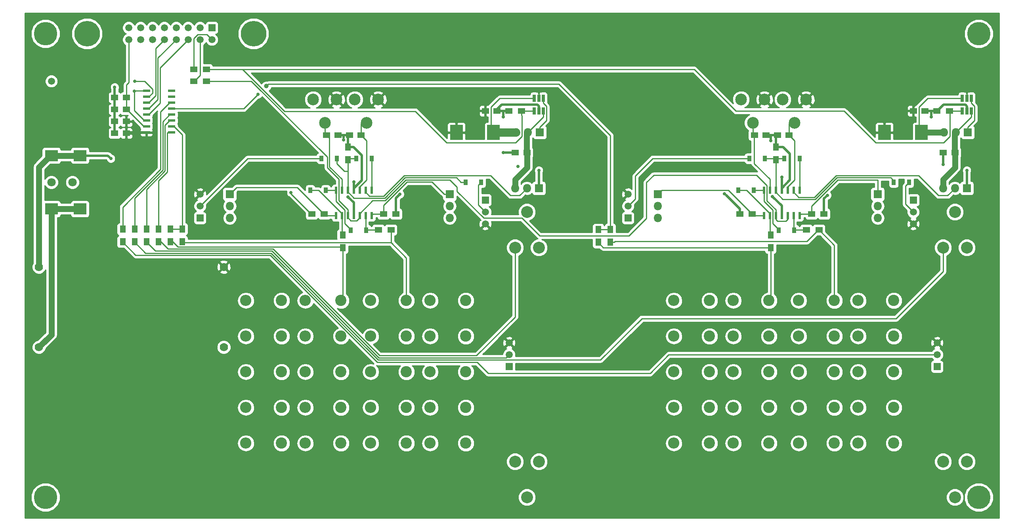
<source format=gbr>
G04 #@! TF.FileFunction,Copper,L1,Top,Signal*
%FSLAX46Y46*%
G04 Gerber Fmt 4.6, Leading zero omitted, Abs format (unit mm)*
G04 Created by KiCad (PCBNEW 4.0.7) date 12/19/17 11:06:37*
%MOMM*%
%LPD*%
G01*
G04 APERTURE LIST*
%ADD10C,0.100000*%
%ADD11C,5.000000*%
%ADD12R,1.500000X1.250000*%
%ADD13C,1.520000*%
%ADD14R,1.520000X1.520000*%
%ADD15R,1.800000X1.800000*%
%ADD16O,1.800000X1.800000*%
%ADD17C,2.400000*%
%ADD18O,2.400000X2.400000*%
%ADD19C,2.540000*%
%ADD20R,0.900000X1.200000*%
%ADD21R,1.500000X1.300000*%
%ADD22R,0.600000X1.500000*%
%ADD23C,2.500000*%
%ADD24R,1.300000X1.500000*%
%ADD25R,0.650000X1.560000*%
%ADD26R,2.700000X3.200000*%
%ADD27C,5.460000*%
%ADD28R,1.500000X0.600000*%
%ADD29C,1.778000*%
%ADD30R,2.800000X2.400000*%
%ADD31C,1.800000*%
%ADD32C,0.700000*%
%ADD33C,1.000000*%
%ADD34C,0.250000*%
%ADD35C,0.508000*%
%ADD36C,1.270000*%
%ADD37C,1.778000*%
%ADD38C,0.254000*%
G04 APERTURE END LIST*
D10*
D11*
X260350000Y-43180000D03*
X260350000Y-142240000D03*
X60960000Y-43180000D03*
D12*
X246400000Y-59690000D03*
X248900000Y-59690000D03*
D13*
X246380000Y-81280000D03*
X246380000Y-83820000D03*
D14*
X246380000Y-78740000D03*
D15*
X238760000Y-77470000D03*
D16*
X238760000Y-80010000D03*
X238760000Y-82550000D03*
D17*
X242210117Y-100181117D03*
D18*
X234590117Y-100181117D03*
D17*
X242210117Y-107801117D03*
D18*
X234590117Y-107801117D03*
D17*
X229510117Y-115421117D03*
D18*
X221890117Y-115421117D03*
D17*
X229510117Y-107801117D03*
D18*
X221890117Y-107801117D03*
D17*
X229510117Y-123041117D03*
D18*
X221890117Y-123041117D03*
D17*
X229510117Y-130661117D03*
D18*
X221890117Y-130661117D03*
D17*
X229510117Y-100181117D03*
D18*
X221890117Y-100181117D03*
D13*
X251460000Y-111760000D03*
X251460000Y-109220000D03*
D14*
X251460000Y-114300000D03*
D17*
X242210117Y-123041117D03*
D18*
X234590117Y-123041117D03*
D17*
X242210117Y-130661117D03*
D18*
X234590117Y-130661117D03*
D17*
X242210117Y-115421117D03*
D18*
X234590117Y-115421117D03*
D19*
X255270000Y-142240000D03*
X252730000Y-134620000D03*
X257810000Y-134620000D03*
X255270000Y-81280000D03*
X252730000Y-88900000D03*
X257810000Y-88900000D03*
D12*
X219857005Y-64839151D03*
X217357005Y-64839151D03*
D20*
X218768546Y-69850000D03*
X222068546Y-69850000D03*
X220947429Y-85159151D03*
X217647429Y-85159151D03*
D21*
X227308546Y-81709034D03*
X224608546Y-81709034D03*
D22*
X214448546Y-82029034D03*
X215718546Y-82029034D03*
X216988546Y-82029034D03*
X218258546Y-82029034D03*
X219528546Y-82029034D03*
X220798546Y-82029034D03*
X222068546Y-82029034D03*
X222068546Y-76629034D03*
X220798546Y-76629034D03*
X219528546Y-76629034D03*
X218258546Y-76629034D03*
X216988546Y-76629034D03*
X215718546Y-76629034D03*
X214448546Y-76629034D03*
D23*
X220980000Y-62230000D03*
X218480000Y-57230000D03*
X223480000Y-57230000D03*
D24*
X215900000Y-88900000D03*
X215900000Y-86200000D03*
D21*
X226220000Y-85090000D03*
X223520000Y-85090000D03*
D17*
X215540117Y-130661117D03*
D18*
X207920117Y-130661117D03*
D17*
X202840117Y-123041117D03*
D18*
X195220117Y-123041117D03*
D17*
X215540117Y-123041117D03*
D18*
X207920117Y-123041117D03*
D17*
X202840117Y-130661117D03*
D18*
X195220117Y-130661117D03*
D20*
X242190000Y-74930000D03*
X245490000Y-74930000D03*
D21*
X254080000Y-59690000D03*
X251380000Y-59690000D03*
D15*
X257810000Y-76200000D03*
D16*
X255270000Y-76200000D03*
X252730000Y-76200000D03*
D25*
X256860000Y-59690000D03*
X257810000Y-59690000D03*
X258760000Y-59690000D03*
X258760000Y-56990000D03*
X256860000Y-56990000D03*
X257810000Y-56990000D03*
D12*
X255270000Y-68580000D03*
X252770000Y-68580000D03*
D15*
X257997114Y-64278790D03*
D16*
X255457114Y-64278790D03*
X252917114Y-64278790D03*
D26*
X240217114Y-64278790D03*
X248117114Y-64278790D03*
D17*
X202840117Y-115421117D03*
D18*
X195220117Y-115421117D03*
D17*
X215540117Y-107801117D03*
D18*
X207920117Y-107801117D03*
D17*
X202840117Y-107801117D03*
D18*
X195220117Y-107801117D03*
D17*
X215540117Y-115421117D03*
D18*
X207920117Y-115421117D03*
D17*
X202840117Y-100181117D03*
D18*
X195220117Y-100181117D03*
D17*
X215540117Y-100181117D03*
D18*
X207920117Y-100181117D03*
D23*
X212090000Y-62230000D03*
X209590000Y-57230000D03*
X214590000Y-57230000D03*
D21*
X209288546Y-81709034D03*
X211988546Y-81709034D03*
D12*
X212423845Y-64839151D03*
X214923845Y-64839151D03*
D24*
X216988546Y-67420000D03*
X216988546Y-70120000D03*
D20*
X214630000Y-69850000D03*
X211330000Y-69850000D03*
X208988546Y-76629034D03*
X212288546Y-76629034D03*
D15*
X191770000Y-77470000D03*
D16*
X191770000Y-80010000D03*
X191770000Y-82550000D03*
D13*
X185420000Y-80010000D03*
X185420000Y-77470000D03*
D14*
X185420000Y-82550000D03*
D20*
X150750000Y-74930000D03*
X154050000Y-74930000D03*
D27*
X105410000Y-43180000D03*
X69850000Y-43180000D03*
D14*
X96520000Y-41910000D03*
D13*
X96520000Y-44450000D03*
X93980000Y-41910000D03*
X93980000Y-44450000D03*
X91440000Y-41910000D03*
X91440000Y-44450000D03*
X88900000Y-41910000D03*
X88900000Y-44450000D03*
X86360000Y-41910000D03*
X86360000Y-44450000D03*
X83820000Y-41910000D03*
X83820000Y-44450000D03*
X81280000Y-41910000D03*
X81280000Y-44450000D03*
X78740000Y-41910000D03*
X78740000Y-44450000D03*
D12*
X78244100Y-64456282D03*
X75744100Y-64456282D03*
X78244100Y-61916282D03*
X75744100Y-61916282D03*
X75744100Y-59376282D03*
X78244100Y-59376282D03*
X75744100Y-56836282D03*
X78244100Y-56836282D03*
X154960000Y-59690000D03*
X157460000Y-59690000D03*
X163830000Y-68580000D03*
X161330000Y-68580000D03*
X128417005Y-64839151D03*
X125917005Y-64839151D03*
X120983845Y-64839151D03*
X123483845Y-64839151D03*
D20*
X117548546Y-76629034D03*
X120848546Y-76629034D03*
X129507429Y-85159151D03*
X126207429Y-85159151D03*
X123190000Y-69850000D03*
X119890000Y-69850000D03*
X127328546Y-69850000D03*
X130628546Y-69850000D03*
D15*
X166557114Y-64278790D03*
D16*
X164017114Y-64278790D03*
X161477114Y-64278790D03*
D15*
X100330000Y-77470000D03*
D16*
X100330000Y-80010000D03*
X100330000Y-82550000D03*
D15*
X147320000Y-77470000D03*
D16*
X147320000Y-80010000D03*
X147320000Y-82550000D03*
D15*
X166370000Y-76200000D03*
D16*
X163830000Y-76200000D03*
X161290000Y-76200000D03*
D21*
X92630000Y-50800000D03*
X95330000Y-50800000D03*
X92630000Y-53340000D03*
X95330000Y-53340000D03*
D26*
X148777114Y-64278790D03*
X156677114Y-64278790D03*
D21*
X162640000Y-59690000D03*
X159940000Y-59690000D03*
D24*
X87630000Y-84930000D03*
X87630000Y-87630000D03*
X124460000Y-88900000D03*
X124460000Y-86200000D03*
D21*
X117848546Y-81709034D03*
X120548546Y-81709034D03*
D24*
X90170000Y-84930000D03*
X90170000Y-87630000D03*
D21*
X134780000Y-85090000D03*
X132080000Y-85090000D03*
X135868546Y-81709034D03*
X133168546Y-81709034D03*
D24*
X125548546Y-67420000D03*
X125548546Y-70120000D03*
D17*
X111400117Y-130661117D03*
D18*
X103780117Y-130661117D03*
D17*
X111400117Y-123041117D03*
D18*
X103780117Y-123041117D03*
D17*
X111400117Y-115421117D03*
D18*
X103780117Y-115421117D03*
D17*
X111400117Y-107801117D03*
D18*
X103780117Y-107801117D03*
D17*
X111400117Y-100181117D03*
D18*
X103780117Y-100181117D03*
D17*
X124100117Y-130661117D03*
D18*
X116480117Y-130661117D03*
D17*
X124100117Y-123041117D03*
D18*
X116480117Y-123041117D03*
D17*
X124100117Y-115421117D03*
D18*
X116480117Y-115421117D03*
D17*
X124100117Y-107801117D03*
D18*
X116480117Y-107801117D03*
D17*
X124100117Y-100181117D03*
D18*
X116480117Y-100181117D03*
D17*
X138070117Y-130661117D03*
D18*
X130450117Y-130661117D03*
D17*
X138070117Y-123041117D03*
D18*
X130450117Y-123041117D03*
D17*
X138070117Y-115421117D03*
D18*
X130450117Y-115421117D03*
D17*
X138070117Y-107801117D03*
D18*
X130450117Y-107801117D03*
D17*
X138070117Y-100181117D03*
D18*
X130450117Y-100181117D03*
D17*
X150770117Y-130661117D03*
D18*
X143150117Y-130661117D03*
D17*
X150770117Y-123041117D03*
D18*
X143150117Y-123041117D03*
D17*
X150770117Y-115421117D03*
D18*
X143150117Y-115421117D03*
D17*
X150770117Y-107801117D03*
D18*
X143150117Y-107801117D03*
D17*
X150770117Y-100181117D03*
D18*
X143150117Y-100181117D03*
D25*
X165420000Y-59690000D03*
X166370000Y-59690000D03*
X167320000Y-59690000D03*
X167320000Y-56990000D03*
X165420000Y-56990000D03*
X166370000Y-56990000D03*
D22*
X123008546Y-82029034D03*
X124278546Y-82029034D03*
X125548546Y-82029034D03*
X126818546Y-82029034D03*
X128088546Y-82029034D03*
X129358546Y-82029034D03*
X130628546Y-82029034D03*
X130628546Y-76629034D03*
X129358546Y-76629034D03*
X128088546Y-76629034D03*
X126818546Y-76629034D03*
X125548546Y-76629034D03*
X124278546Y-76629034D03*
X123008546Y-76629034D03*
D13*
X160020000Y-111760000D03*
X160020000Y-109220000D03*
D14*
X160020000Y-114300000D03*
D13*
X93980000Y-80010000D03*
X93980000Y-77470000D03*
D14*
X93980000Y-82550000D03*
D13*
X154940000Y-81280000D03*
X154940000Y-83820000D03*
D14*
X154940000Y-78740000D03*
D28*
X87943718Y-64294100D03*
X87943718Y-63024100D03*
X87943718Y-61754100D03*
X87943718Y-60484100D03*
X87943718Y-59214100D03*
X87943718Y-57944100D03*
X87943718Y-56674100D03*
X87943718Y-55404100D03*
X82543718Y-55404100D03*
X82543718Y-56674100D03*
X82543718Y-57944100D03*
X82543718Y-59214100D03*
X82543718Y-60484100D03*
X82543718Y-61754100D03*
X82543718Y-63024100D03*
X82543718Y-64294100D03*
D19*
X163830000Y-142240000D03*
X161290000Y-134620000D03*
X166370000Y-134620000D03*
X163830000Y-81280000D03*
X161290000Y-88900000D03*
X166370000Y-88900000D03*
D23*
X120650000Y-62230000D03*
X118150000Y-57230000D03*
X123150000Y-57230000D03*
X129540000Y-62230000D03*
X127040000Y-57230000D03*
X132040000Y-57230000D03*
D24*
X85090000Y-84930000D03*
X85090000Y-87630000D03*
X82550000Y-84930000D03*
X82550000Y-87630000D03*
X80010000Y-84930000D03*
X80010000Y-87630000D03*
X77470000Y-84930000D03*
X77470000Y-87630000D03*
X179070000Y-85030000D03*
X179070000Y-87730000D03*
X181610000Y-85010000D03*
X181610000Y-87710000D03*
D29*
X59570000Y-93030000D03*
X59570000Y-110170000D03*
X99060000Y-93030000D03*
X99060000Y-110170000D03*
D13*
X62230000Y-53340000D03*
D11*
X60960000Y-142240000D03*
D30*
X62230000Y-69230000D03*
X62230000Y-80630000D03*
X68330000Y-80630000D03*
X68330000Y-69230000D03*
D31*
X62230000Y-74930000D03*
X66730000Y-74930000D03*
D32*
X78237940Y-72211668D03*
X177800000Y-77470000D03*
X154940000Y-52070000D03*
X154940000Y-48260000D03*
X154940000Y-55880000D03*
X132080000Y-48260000D03*
X123150000Y-48300000D03*
X113419573Y-77131902D03*
X161938439Y-71543529D03*
X158750000Y-68580000D03*
X126819158Y-74873725D03*
X136707210Y-77478994D03*
X228003963Y-77696082D03*
X206061413Y-77376884D03*
X215900000Y-66040000D03*
X124662977Y-65884642D03*
X166370000Y-72390000D03*
X250190000Y-60960000D03*
X257810000Y-72390000D03*
X252730000Y-71120000D03*
X79926509Y-55477729D03*
X75738863Y-54612792D03*
X218305526Y-73818489D03*
X158750000Y-60960000D03*
X74930000Y-69850000D03*
X125576470Y-78023913D03*
X216300768Y-77989725D03*
X106354367Y-56161936D03*
D33*
X108185929Y-54357916D03*
D32*
X80010000Y-53340000D03*
D34*
X78237940Y-71716694D02*
X78237940Y-72211668D01*
D35*
X78237940Y-70827050D02*
X78237940Y-71716694D01*
D34*
X78244100Y-70820890D02*
X78237940Y-70827050D01*
X257810000Y-54610000D02*
X250605000Y-54610000D01*
X250605000Y-54610000D02*
X246400000Y-58815000D01*
X246400000Y-58815000D02*
X246400000Y-59690000D01*
X257810000Y-56990000D02*
X257810000Y-54610000D01*
X166370000Y-56990000D02*
X166370000Y-55201869D01*
X155618131Y-55201869D02*
X154940000Y-55880000D01*
X166370000Y-55201869D02*
X155618131Y-55201869D01*
X154960000Y-55900000D02*
X154940000Y-55880000D01*
X154960000Y-59690000D02*
X154960000Y-55900000D01*
X223480000Y-57230000D02*
X221102978Y-54852978D01*
D35*
X78244100Y-68580000D02*
X78244100Y-70820890D01*
X78244100Y-64456282D02*
X78244100Y-68580000D01*
D34*
X148777114Y-64278790D02*
X148786758Y-64278790D01*
D35*
X82543718Y-64294100D02*
X78406282Y-64294100D01*
D34*
X78406282Y-64294100D02*
X78244100Y-64456282D01*
D35*
X78244100Y-64456282D02*
X78244100Y-61916282D01*
D34*
X113419573Y-77380061D02*
X113419573Y-77131902D01*
X117748546Y-81709034D02*
X113419573Y-77380061D01*
X117848546Y-81709034D02*
X117748546Y-81709034D01*
D35*
X161330000Y-68580000D02*
X158750000Y-68580000D01*
X125548546Y-67420000D02*
X126765748Y-67420000D01*
X126765748Y-67420000D02*
X128522134Y-69176386D01*
X128522134Y-69176386D02*
X128522134Y-74475446D01*
X128522134Y-74475446D02*
X126818546Y-76179034D01*
X216988546Y-67420000D02*
X218579236Y-67420000D01*
X218579236Y-67420000D02*
X219987246Y-68828010D01*
X219987246Y-68828010D02*
X219987246Y-74450334D01*
X219987246Y-74450334D02*
X218258546Y-76179034D01*
X126818546Y-76629034D02*
X126818546Y-74874337D01*
X126818546Y-74874337D02*
X126819158Y-74873725D01*
X135868546Y-78317658D02*
X136707210Y-77478994D01*
X135868546Y-81709034D02*
X135868546Y-78317658D01*
X227308546Y-78391499D02*
X228003963Y-77696082D01*
X227308546Y-81709034D02*
X227308546Y-78391499D01*
D34*
X206361412Y-77676883D02*
X206061413Y-77376884D01*
D35*
X209288546Y-80604017D02*
X206361412Y-77676883D01*
X209288546Y-81709034D02*
X209288546Y-80604017D01*
X215900000Y-64839151D02*
X216988546Y-64839151D01*
X214923845Y-64839151D02*
X215900000Y-64839151D01*
X215900000Y-64839151D02*
X215900000Y-66040000D01*
X124662977Y-65042128D02*
X124662977Y-65460378D01*
X124460000Y-64839151D02*
X124662977Y-65042128D01*
D34*
X124662977Y-65460378D02*
X124662977Y-65884642D01*
D35*
X166370000Y-59690000D02*
X166370000Y-58660000D01*
X166370000Y-58660000D02*
X166079683Y-58369683D01*
X166079683Y-58369683D02*
X158459811Y-58369683D01*
X158459811Y-58369683D02*
X157460000Y-59369494D01*
X257734999Y-58584999D02*
X257504402Y-58354402D01*
X257504402Y-58354402D02*
X252815598Y-58354402D01*
X252815598Y-58354402D02*
X251480000Y-59690000D01*
X166370000Y-72390000D02*
X166370000Y-76200000D01*
X257810000Y-59690000D02*
X257810000Y-58660000D01*
D34*
X257810000Y-58660000D02*
X257734999Y-58584999D01*
X251480000Y-59690000D02*
X251380000Y-59690000D01*
D35*
X250190000Y-59690000D02*
X251380000Y-59690000D01*
X248900000Y-59690000D02*
X250190000Y-59690000D01*
X250190000Y-59690000D02*
X250190000Y-60960000D01*
X257810000Y-72390000D02*
X257810000Y-76200000D01*
X252770000Y-68580000D02*
X252770000Y-71080000D01*
D34*
X252770000Y-71080000D02*
X252730000Y-71120000D01*
D35*
X75744100Y-61916282D02*
X75744100Y-64456282D01*
X75744100Y-59376282D02*
X75744100Y-61916282D01*
X75744100Y-56836282D02*
X75744100Y-59376282D01*
D34*
X82543718Y-61754100D02*
X82993718Y-61754100D01*
X82543718Y-55404100D02*
X80000138Y-55404100D01*
X79926509Y-59586891D02*
X79926509Y-55477729D01*
X82093718Y-61754100D02*
X79926509Y-59586891D01*
X82543718Y-61754100D02*
X82093718Y-61754100D01*
X80000138Y-55404100D02*
X79926509Y-55477729D01*
D35*
X75744100Y-54618029D02*
X75738863Y-54612792D01*
X75744100Y-56836282D02*
X75744100Y-54618029D01*
X218305526Y-76132054D02*
X218305526Y-73818489D01*
D34*
X218258546Y-76179034D02*
X218305526Y-76132054D01*
X218258546Y-76629034D02*
X218258546Y-76179034D01*
D35*
X75744100Y-56836282D02*
X75744100Y-64456282D01*
X124460000Y-64839151D02*
X125548546Y-64839151D01*
X123483845Y-64839151D02*
X124460000Y-64839151D01*
D34*
X157460000Y-59369494D02*
X157460000Y-59690000D01*
D35*
X158750000Y-59690000D02*
X159940000Y-59690000D01*
X157460000Y-59690000D02*
X158750000Y-59690000D01*
X158750000Y-59690000D02*
X158750000Y-60960000D01*
X216988546Y-64839151D02*
X216988546Y-67420000D01*
D34*
X126818546Y-76179034D02*
X126818546Y-76629034D01*
D35*
X125548546Y-64839151D02*
X125548546Y-67420000D01*
D34*
X137616539Y-73491980D02*
X133247504Y-77861015D01*
X162280683Y-77749317D02*
X160292488Y-77749317D01*
X160292488Y-77749317D02*
X156035151Y-73491980D01*
X133247504Y-77861015D02*
X130140527Y-77861015D01*
X163830000Y-76200000D02*
X162280683Y-77749317D01*
X130140527Y-77861015D02*
X129358546Y-77079034D01*
X129358546Y-77079034D02*
X129358546Y-76629034D01*
X156035151Y-73491980D02*
X137616539Y-73491980D01*
X85090000Y-87630000D02*
X85644998Y-87630000D01*
X85644998Y-87630000D02*
X87170010Y-89155012D01*
X87170010Y-89155012D02*
X109547010Y-89155012D01*
X109547010Y-89155012D02*
X132335226Y-111943228D01*
X132335226Y-111943228D02*
X153043870Y-111943228D01*
X153043870Y-111943228D02*
X161290000Y-103697098D01*
X161290000Y-103697098D02*
X161290000Y-88900000D01*
D36*
X163802164Y-64493740D02*
X163830000Y-64465904D01*
X163802164Y-68552164D02*
X163802164Y-64493740D01*
X163830000Y-68580000D02*
X163802164Y-68552164D01*
X163830000Y-68580000D02*
X163830000Y-71759439D01*
X163830000Y-71759439D02*
X161290000Y-74299439D01*
X161290000Y-74299439D02*
X161290000Y-76200000D01*
D34*
X163830000Y-64465904D02*
X164017114Y-64278790D01*
X167320000Y-59690000D02*
X167320000Y-60975904D01*
X167320000Y-60975904D02*
X164017114Y-64278790D01*
X128417005Y-64839151D02*
X129594664Y-66016810D01*
X129594664Y-66016810D02*
X129594664Y-74454812D01*
X128072990Y-76613478D02*
X128088546Y-76629034D01*
X129594664Y-74454812D02*
X128072990Y-75976486D01*
X128072990Y-75976486D02*
X128072990Y-76613478D01*
X128417005Y-64839151D02*
X128417005Y-62438727D01*
X80010000Y-87630000D02*
X80010000Y-87730000D01*
X131994449Y-112875273D02*
X179548715Y-112875273D01*
X252730000Y-93996513D02*
X252730000Y-88900000D01*
X80010000Y-87730000D02*
X82335034Y-90055034D01*
X82335034Y-90055034D02*
X109174212Y-90055034D01*
X109174212Y-90055034D02*
X131994449Y-112875273D01*
X179548715Y-112875273D02*
X188399130Y-104024858D01*
X188399130Y-104024858D02*
X242701655Y-104024858D01*
X242701655Y-104024858D02*
X252730000Y-93996513D01*
X229874060Y-73491980D02*
X225249691Y-78116349D01*
X253720683Y-77749317D02*
X251732488Y-77749317D01*
X251732488Y-77749317D02*
X247475151Y-73491980D01*
X247475151Y-73491980D02*
X229874060Y-73491980D01*
X225249691Y-78116349D02*
X221835861Y-78116349D01*
X221835861Y-78116349D02*
X220798546Y-77079034D01*
X255270000Y-76200000D02*
X253720683Y-77749317D01*
X220798546Y-77079034D02*
X220798546Y-76629034D01*
D36*
X252730000Y-74299439D02*
X252730000Y-76200000D01*
X255270000Y-71759439D02*
X252730000Y-74299439D01*
X255270000Y-68580000D02*
X255270000Y-71759439D01*
X255270000Y-68580000D02*
X255242164Y-68552164D01*
D34*
X258760000Y-60975904D02*
X255457114Y-64278790D01*
X255270000Y-64465904D02*
X255457114Y-64278790D01*
D36*
X255242164Y-68552164D02*
X255242164Y-64493740D01*
X255242164Y-64493740D02*
X255270000Y-64465904D01*
D34*
X258760000Y-59690000D02*
X258760000Y-60975904D01*
X219512990Y-75976486D02*
X219512990Y-76613478D01*
X221034664Y-74454812D02*
X219512990Y-75976486D01*
X219512990Y-76613478D02*
X219528546Y-76629034D01*
X219857005Y-64839151D02*
X219857005Y-62438727D01*
X219857005Y-64839151D02*
X221034664Y-66016810D01*
X221034664Y-66016810D02*
X221034664Y-74454812D01*
X124278546Y-82029034D02*
X124278546Y-81579034D01*
X124278546Y-81579034D02*
X119328546Y-76629034D01*
X119328546Y-76629034D02*
X117548546Y-76629034D01*
X124278546Y-82029034D02*
X124278546Y-86018546D01*
X124278546Y-86018546D02*
X124460000Y-86200000D01*
X93980000Y-80010000D02*
X104148528Y-69841472D01*
X104148528Y-69841472D02*
X119881472Y-69841472D01*
X119881472Y-69841472D02*
X119890000Y-69850000D01*
X215718546Y-82029034D02*
X215718546Y-86018546D01*
X215718546Y-81579034D02*
X210768546Y-76629034D01*
X215718546Y-82029034D02*
X215718546Y-81579034D01*
X210768546Y-76629034D02*
X208988546Y-76629034D01*
X215718546Y-86018546D02*
X215900000Y-86200000D01*
X185420000Y-80010000D02*
X185425055Y-80010000D01*
X185425055Y-80010000D02*
X186962300Y-78472755D01*
X186962300Y-78472755D02*
X186962300Y-73591486D01*
X186962300Y-73591486D02*
X190724731Y-69829055D01*
X190724731Y-69829055D02*
X211309055Y-69829055D01*
X211309055Y-69829055D02*
X211330000Y-69850000D01*
X102870000Y-50800000D02*
X199567962Y-50800000D01*
X238342059Y-66461235D02*
X252825071Y-66461235D01*
X199567962Y-50800000D02*
X208486611Y-59718649D01*
X208486611Y-59718649D02*
X231599473Y-59718649D01*
X231599473Y-59718649D02*
X238342059Y-66461235D01*
X254180058Y-59790058D02*
X254080000Y-59690000D01*
X252825071Y-66461235D02*
X254180058Y-65106248D01*
X254180058Y-65106248D02*
X254180058Y-59790058D01*
X162640000Y-59690000D02*
X162640000Y-60590000D01*
X162640000Y-60590000D02*
X162740058Y-60690058D01*
X162740058Y-60690058D02*
X162740058Y-65106248D01*
X161385071Y-66461235D02*
X146646041Y-66461235D01*
X162740058Y-65106248D02*
X161385071Y-66461235D01*
X146646041Y-66461235D02*
X139941403Y-59756597D01*
X139941403Y-59756597D02*
X112023197Y-59756597D01*
X112023197Y-59756597D02*
X103066600Y-50800000D01*
X103066600Y-50800000D02*
X102870000Y-50800000D01*
X102870000Y-50800000D02*
X95330000Y-50800000D01*
X254000000Y-59690000D02*
X256860000Y-59690000D01*
X162560000Y-59690000D02*
X165420000Y-59690000D01*
X216988546Y-82029034D02*
X216988546Y-80786268D01*
X216988546Y-80786268D02*
X215073547Y-78871269D01*
X215073547Y-78871269D02*
X215073547Y-75593337D01*
X162766726Y-82577328D02*
X154649915Y-82577328D01*
X215073547Y-75593337D02*
X212875319Y-73395109D01*
X185643788Y-86345206D02*
X166534604Y-86345206D01*
X212875319Y-73395109D02*
X190923316Y-73395109D01*
X190923316Y-73395109D02*
X189362753Y-74955672D01*
X189362753Y-74955672D02*
X189362753Y-82626241D01*
X189362753Y-82626241D02*
X185643788Y-86345206D01*
X166534604Y-86345206D02*
X162766726Y-82577328D01*
X148914393Y-76841806D02*
X148914393Y-75990482D01*
X137980728Y-74400613D02*
X133575030Y-78806311D01*
X154649915Y-82577328D02*
X148914393Y-76841806D01*
X148914393Y-75990482D02*
X147324524Y-74400613D01*
X147324524Y-74400613D02*
X137980728Y-74400613D01*
X133575030Y-78806311D02*
X130861269Y-78806311D01*
X130861269Y-78806311D02*
X128088546Y-81579034D01*
X128088546Y-81579034D02*
X128088546Y-82029034D01*
X121185930Y-71825399D02*
X121185930Y-69555741D01*
X104970189Y-53340000D02*
X95330000Y-53340000D01*
X123633547Y-74273015D02*
X121185930Y-71825399D01*
X125571995Y-80767554D02*
X123633547Y-78829106D01*
X123633547Y-78829106D02*
X123633547Y-74273015D01*
X125571995Y-81555585D02*
X125571995Y-80767554D01*
X121185930Y-69555741D02*
X104970189Y-53340000D01*
X125548546Y-82029034D02*
X125548546Y-82479034D01*
X125548546Y-82479034D02*
X126173547Y-83104035D01*
X126173547Y-83104035D02*
X127463545Y-83104035D01*
X127463545Y-83104035D02*
X128088546Y-82479034D01*
X128088546Y-82479034D02*
X128088546Y-82029034D01*
X216988546Y-82029034D02*
X216988546Y-82854857D01*
X216988546Y-82854857D02*
X217355910Y-83222221D01*
X217355910Y-83222221D02*
X219125135Y-83222221D01*
X219125135Y-83222221D02*
X219528546Y-82818810D01*
X219528546Y-82818810D02*
X219528546Y-82029034D01*
X219528546Y-81579034D02*
X219528546Y-82029034D01*
X125548546Y-82029034D02*
X125548546Y-81579034D01*
X84530690Y-56407128D02*
X84530690Y-46279310D01*
X84530690Y-46279310D02*
X86360000Y-44450000D01*
X82543718Y-57944100D02*
X82993718Y-57944100D01*
X82993718Y-57944100D02*
X84530690Y-56407128D01*
X160020000Y-111760000D02*
X159369516Y-112410484D01*
X84425023Y-89605023D02*
X82550000Y-87730000D01*
X159369516Y-112410484D02*
X132166072Y-112410484D01*
X132166072Y-112410484D02*
X109360611Y-89605023D01*
X109360611Y-89605023D02*
X84425023Y-89605023D01*
X82550000Y-87730000D02*
X82550000Y-87630000D01*
X153166243Y-113339780D02*
X155545860Y-115719397D01*
X194125765Y-111760000D02*
X251460000Y-111760000D01*
X155545860Y-115719397D02*
X190166368Y-115719397D01*
X190166368Y-115719397D02*
X194125765Y-111760000D01*
X77470000Y-87630000D02*
X77470000Y-87730000D01*
X77470000Y-87730000D02*
X80245045Y-90505045D01*
X80245045Y-90505045D02*
X108987813Y-90505045D01*
X108987813Y-90505045D02*
X131822545Y-113339780D01*
X131822545Y-113339780D02*
X153166243Y-113339780D01*
X165420000Y-56990000D02*
X158017810Y-56990000D01*
X158017810Y-56990000D02*
X156196977Y-58810833D01*
X156196977Y-58810833D02*
X156196977Y-64278790D01*
X156196977Y-64278790D02*
X156677114Y-64278790D01*
D37*
X156210000Y-64278790D02*
X161477114Y-64278790D01*
D34*
X167320000Y-56990000D02*
X167320000Y-58020000D01*
X167320000Y-58020000D02*
X167970001Y-58670001D01*
X167970001Y-58670001D02*
X167970001Y-61715903D01*
X167970001Y-61715903D02*
X166557114Y-63128790D01*
X166557114Y-63128790D02*
X166557114Y-64278790D01*
X100339947Y-77460053D02*
X101761985Y-76038015D01*
X120448546Y-81709034D02*
X120548546Y-81709034D01*
X101761985Y-76038015D02*
X114777527Y-76038015D01*
X114777527Y-76038015D02*
X120448546Y-81709034D01*
X123008546Y-82029034D02*
X120868546Y-82029034D01*
X120868546Y-82029034D02*
X120548546Y-81709034D01*
X122943328Y-81897013D02*
X123128205Y-82081890D01*
X134780000Y-85090000D02*
X134780000Y-87804372D01*
X134780000Y-87804372D02*
X138074227Y-91098599D01*
X138074227Y-91098599D02*
X138074227Y-100177007D01*
X138074227Y-100177007D02*
X138070117Y-100181117D01*
X90170000Y-87630000D02*
X90343221Y-87803221D01*
X134780000Y-87803221D02*
X134780000Y-85090000D01*
X90343221Y-87803221D02*
X134780000Y-87803221D01*
X137818275Y-99929275D02*
X138070117Y-100181117D01*
X226220000Y-85090000D02*
X226120000Y-85090000D01*
X226120000Y-85090000D02*
X223652870Y-87557130D01*
X223652870Y-87557130D02*
X182662870Y-87557130D01*
X182662870Y-87557130D02*
X182510000Y-87710000D01*
X182510000Y-87710000D02*
X181610000Y-87710000D01*
X229514227Y-100177007D02*
X229510117Y-100181117D01*
X226220000Y-85090000D02*
X229514227Y-88384227D01*
X229514227Y-88384227D02*
X229514227Y-100177007D01*
X229258275Y-99929275D02*
X229510117Y-100181117D01*
D36*
X247650000Y-64278790D02*
X252917114Y-64278790D01*
D34*
X247636977Y-64278790D02*
X248117114Y-64278790D01*
X249457810Y-56990000D02*
X247636977Y-58810833D01*
X247636977Y-58810833D02*
X247636977Y-64278790D01*
X256860000Y-56990000D02*
X249457810Y-56990000D01*
D35*
X74930000Y-69850000D02*
X74310000Y-69230000D01*
X74310000Y-69230000D02*
X68330000Y-69230000D01*
D36*
X62230000Y-69230000D02*
X62030000Y-69230000D01*
X62030000Y-69230000D02*
X59570000Y-71690000D01*
X59570000Y-71690000D02*
X59570000Y-91772765D01*
X59570000Y-91772765D02*
X59570000Y-93030000D01*
X68330000Y-69230000D02*
X62230000Y-69230000D01*
D35*
X218258546Y-79947503D02*
X216300768Y-77989725D01*
X126818546Y-79265989D02*
X125576470Y-78023913D01*
X126818546Y-82029034D02*
X126818546Y-79265989D01*
X218258546Y-82029034D02*
X218258546Y-79947503D01*
D34*
X218258546Y-82029034D02*
X218258546Y-82479034D01*
X259410001Y-61715903D02*
X257997114Y-63128790D01*
X257997114Y-63128790D02*
X257997114Y-64278790D01*
X259410001Y-58670001D02*
X259410001Y-61715903D01*
X258760000Y-58020000D02*
X259410001Y-58670001D01*
X258760000Y-56990000D02*
X258760000Y-58020000D01*
X191779947Y-77460053D02*
X192627218Y-76612782D01*
X192627218Y-76612782D02*
X206895272Y-76612782D01*
X206895272Y-76612782D02*
X211988546Y-81706056D01*
X211988546Y-81706056D02*
X211988546Y-81709034D01*
X214383328Y-81897013D02*
X214568205Y-82081890D01*
X214448546Y-82029034D02*
X212308546Y-82029034D01*
X212308546Y-82029034D02*
X211988546Y-81709034D01*
X133168546Y-79849206D02*
X133168546Y-81709034D01*
X143550624Y-74850624D02*
X138167128Y-74850624D01*
X138167128Y-74850624D02*
X133168546Y-79849206D01*
X146170000Y-77470000D02*
X143550624Y-74850624D01*
X147320000Y-77470000D02*
X146170000Y-77470000D01*
X133168546Y-81709034D02*
X130948546Y-81709034D01*
X130948546Y-81709034D02*
X130628546Y-82029034D01*
X238760000Y-77470000D02*
X238760000Y-74394274D01*
X238760000Y-74394274D02*
X230244588Y-74394274D01*
X230244588Y-74394274D02*
X224608546Y-80030316D01*
X224608546Y-80030316D02*
X224608546Y-81709034D01*
X222388546Y-81709034D02*
X222068546Y-82029034D01*
X224608546Y-81709034D02*
X222388546Y-81709034D01*
X92630000Y-50800000D02*
X92630000Y-44194198D01*
X92630000Y-44194198D02*
X93459199Y-43364999D01*
X93459199Y-43364999D02*
X95434999Y-43364999D01*
X95760001Y-43690001D02*
X96520000Y-44450000D01*
X95434999Y-43364999D02*
X95760001Y-43690001D01*
X92630000Y-50720000D02*
X92630000Y-50800000D01*
X92630000Y-53340000D02*
X92730000Y-53340000D01*
X92730000Y-53340000D02*
X93980000Y-52090000D01*
X93980000Y-52090000D02*
X93980000Y-45524802D01*
X93980000Y-45524802D02*
X93980000Y-44450000D01*
X92630000Y-53340000D02*
X92530000Y-53340000D01*
X92630000Y-53260000D02*
X92630000Y-53340000D01*
X85430712Y-58038896D02*
X85430712Y-50459288D01*
X85430712Y-50459288D02*
X91440000Y-44450000D01*
X82543718Y-60484100D02*
X82985508Y-60484100D01*
X82985508Y-60484100D02*
X85430712Y-58038896D01*
X84980701Y-57227117D02*
X84980701Y-48369299D01*
X84980701Y-48369299D02*
X88900000Y-44450000D01*
X82543718Y-59214100D02*
X82993718Y-59214100D01*
X82993718Y-59214100D02*
X84980701Y-57227117D01*
X78244100Y-54114100D02*
X78740000Y-53618200D01*
X78740000Y-53618200D02*
X78740000Y-44450000D01*
X78244100Y-54114100D02*
X78244100Y-56836282D01*
X78244100Y-59376282D02*
X78244100Y-56836282D01*
X82543718Y-63024100D02*
X82016918Y-63024100D01*
X82016918Y-63024100D02*
X78369100Y-59376282D01*
X78369100Y-59376282D02*
X78244100Y-59376282D01*
X121635941Y-71638999D02*
X124278546Y-74281604D01*
X124278546Y-74281604D02*
X124278546Y-76629034D01*
X121635941Y-65491247D02*
X121635941Y-71638999D01*
X120983845Y-64839151D02*
X121635941Y-65491247D01*
X120650000Y-62230000D02*
X120650000Y-64505306D01*
X120650000Y-64505306D02*
X120983845Y-64839151D01*
X212423845Y-64839151D02*
X212391000Y-64871996D01*
X212391000Y-64871996D02*
X212391000Y-70954058D01*
X212391000Y-70954058D02*
X215718546Y-74281604D01*
X215718546Y-74281604D02*
X215718546Y-76629034D01*
X212090000Y-62230000D02*
X212090000Y-64505306D01*
X212090000Y-64505306D02*
X212423845Y-64839151D01*
X123008546Y-76629034D02*
X123008546Y-78973935D01*
X123008546Y-78973935D02*
X124923545Y-80888934D01*
X124923545Y-80888934D02*
X124923545Y-83725267D01*
X124923545Y-83725267D02*
X126207429Y-85009151D01*
X126207429Y-85009151D02*
X126207429Y-85159151D01*
X120848546Y-76629034D02*
X123008546Y-76629034D01*
X132080000Y-85090000D02*
X129576580Y-85090000D01*
X129576580Y-85090000D02*
X129507429Y-85159151D01*
X129358546Y-82029034D02*
X129358546Y-85010268D01*
X129358546Y-85010268D02*
X129507429Y-85159151D01*
X123190000Y-69850000D02*
X123190000Y-70928633D01*
X123190000Y-70928633D02*
X124805620Y-72544253D01*
X124805620Y-72544253D02*
X125544394Y-72544253D01*
X125544394Y-72544253D02*
X125548546Y-72548405D01*
X125548546Y-72548405D02*
X125548546Y-69850000D01*
X125548546Y-69850000D02*
X127328546Y-69850000D01*
X150750000Y-74930000D02*
X149737156Y-74930000D01*
X126874135Y-78311026D02*
X125548546Y-76985437D01*
X149737156Y-74930000D02*
X148757758Y-73950602D01*
X148757758Y-73950602D02*
X137794328Y-73950602D01*
X137794328Y-73950602D02*
X133433904Y-78311026D01*
X133433904Y-78311026D02*
X126874135Y-78311026D01*
X125548546Y-76985437D02*
X125548546Y-76629034D01*
X125548546Y-72548405D02*
X125548546Y-76629034D01*
X125582746Y-76594834D02*
X125548546Y-76629034D01*
X154050000Y-74930000D02*
X153443650Y-75536350D01*
X153443650Y-75536350D02*
X153443650Y-79783650D01*
X153443650Y-79783650D02*
X154940000Y-81280000D01*
X130628546Y-69850000D02*
X130628546Y-76629034D01*
X214448546Y-76629034D02*
X214448546Y-78973935D01*
X216363545Y-83725267D02*
X217647429Y-85009151D01*
X216363545Y-80888934D02*
X216363545Y-83725267D01*
X217647429Y-85009151D02*
X217647429Y-85159151D01*
X212288546Y-76629034D02*
X214448546Y-76629034D01*
X214448546Y-78973935D02*
X216363545Y-80888934D01*
X220798546Y-82029034D02*
X220798546Y-85010268D01*
X223520000Y-85090000D02*
X221016580Y-85090000D01*
X220798546Y-85010268D02*
X220947429Y-85159151D01*
X221016580Y-85090000D02*
X220947429Y-85159151D01*
X242190000Y-74930000D02*
X242190000Y-74589402D01*
X242190000Y-74589402D02*
X241544861Y-73944263D01*
X230058188Y-73944263D02*
X225436091Y-78566360D01*
X241544861Y-73944263D02*
X230058188Y-73944263D01*
X225436091Y-78566360D02*
X218475872Y-78566360D01*
X218475872Y-78566360D02*
X216988546Y-77079034D01*
X216988546Y-77079034D02*
X216988546Y-76629034D01*
X216988546Y-71120000D02*
X216988546Y-76629034D01*
X217022746Y-76594834D02*
X216988546Y-76629034D01*
X216988546Y-69850000D02*
X216988546Y-71120000D01*
X216988546Y-69857799D02*
X216988546Y-71120000D01*
X216980747Y-69850000D02*
X216988546Y-69857799D01*
X218768546Y-69850000D02*
X216988546Y-69850000D01*
X214630000Y-69850000D02*
X216980747Y-69850000D01*
X245490000Y-74930000D02*
X245490000Y-74957629D01*
X245490000Y-74957629D02*
X244729649Y-75717980D01*
X244729649Y-75717980D02*
X244729649Y-79629649D01*
X244729649Y-79629649D02*
X246380000Y-81280000D01*
X222068546Y-69850000D02*
X222068546Y-76629034D01*
X87630000Y-87630000D02*
X88184998Y-87630000D01*
X124460000Y-88705001D02*
X124460000Y-88900000D01*
X88184998Y-87630000D02*
X89259999Y-88705001D01*
X89259999Y-88705001D02*
X124460000Y-88705001D01*
X124460000Y-88900000D02*
X124460000Y-99821234D01*
X124460000Y-99821234D02*
X124100117Y-100181117D01*
X179070000Y-87830000D02*
X179070000Y-87730000D01*
X215900000Y-88900000D02*
X180140000Y-88900000D01*
X180140000Y-88900000D02*
X179070000Y-87830000D01*
X215900000Y-88900000D02*
X215900000Y-99821234D01*
X215900000Y-99821234D02*
X215540117Y-100181117D01*
X87097986Y-64294100D02*
X87943718Y-64294100D01*
X86944062Y-64448024D02*
X87097986Y-64294100D01*
X86944062Y-72700842D02*
X86944062Y-64448024D01*
X85090000Y-74554904D02*
X86944062Y-72700842D01*
X85090000Y-84930000D02*
X85090000Y-74554904D01*
X86036573Y-61941245D02*
X86036573Y-72323771D01*
X80010000Y-78350344D02*
X80010000Y-84930000D01*
X86036573Y-72323771D02*
X80010000Y-78350344D01*
X87943718Y-60484100D02*
X87493718Y-60484100D01*
X87493718Y-60484100D02*
X86036573Y-61941245D01*
X90170000Y-84930000D02*
X90170000Y-64800382D01*
X90170000Y-64800382D02*
X88393718Y-63024100D01*
X88393718Y-63024100D02*
X87943718Y-63024100D01*
X87630000Y-84930000D02*
X90170000Y-84930000D01*
X181610000Y-85010000D02*
X181610000Y-64903885D01*
X108582608Y-53961237D02*
X108185929Y-54357916D01*
X181610000Y-64903885D02*
X170667352Y-53961237D01*
X170667352Y-53961237D02*
X108582608Y-53961237D01*
X179070000Y-85030000D02*
X181590000Y-85030000D01*
X181590000Y-85030000D02*
X181610000Y-85010000D01*
X103302203Y-59214100D02*
X106354367Y-56161936D01*
X87943718Y-59214100D02*
X103302203Y-59214100D01*
X82550000Y-76446755D02*
X82550000Y-84930000D01*
X86486584Y-72510171D02*
X82550000Y-76446755D01*
X86486584Y-62761234D02*
X86486584Y-72510171D01*
X87943718Y-61754100D02*
X87493718Y-61754100D01*
X87493718Y-61754100D02*
X86486584Y-62761234D01*
X77470000Y-80225681D02*
X77470000Y-84930000D01*
X85571017Y-72124664D02*
X77470000Y-80225681D01*
X87943718Y-57944100D02*
X87493718Y-57944100D01*
X87493718Y-57944100D02*
X85571017Y-59866801D01*
X85571017Y-59866801D02*
X85571017Y-72124664D01*
X82114620Y-53340000D02*
X80010000Y-53340000D01*
X83820000Y-55847818D02*
X83820000Y-55045380D01*
X83820000Y-55045380D02*
X82114620Y-53340000D01*
X82993718Y-56674100D02*
X83820000Y-55847818D01*
X82543718Y-56674100D02*
X82993718Y-56674100D01*
D36*
X62230000Y-80630000D02*
X62230000Y-107510000D01*
X62230000Y-107510000D02*
X59570000Y-110170000D01*
X68330000Y-80630000D02*
X68130000Y-80630000D01*
X68130000Y-80630000D02*
X62230000Y-80630000D01*
D38*
G36*
X264720000Y-146610000D02*
X56590000Y-146610000D01*
X56590000Y-142860854D01*
X57824457Y-142860854D01*
X58300727Y-144013515D01*
X59181847Y-144896174D01*
X60333674Y-145374454D01*
X61580854Y-145375543D01*
X62733515Y-144899273D01*
X63616174Y-144018153D01*
X64094454Y-142866326D01*
X64094671Y-142617265D01*
X161924670Y-142617265D01*
X162214078Y-143317686D01*
X162749495Y-143854039D01*
X163449410Y-144144668D01*
X164207265Y-144145330D01*
X164907686Y-143855922D01*
X165444039Y-143320505D01*
X165734668Y-142620590D01*
X165734670Y-142617265D01*
X253364670Y-142617265D01*
X253654078Y-143317686D01*
X254189495Y-143854039D01*
X254889410Y-144144668D01*
X255647265Y-144145330D01*
X256347686Y-143855922D01*
X256884039Y-143320505D01*
X257074902Y-142860854D01*
X257214457Y-142860854D01*
X257690727Y-144013515D01*
X258571847Y-144896174D01*
X259723674Y-145374454D01*
X260970854Y-145375543D01*
X262123515Y-144899273D01*
X263006174Y-144018153D01*
X263484454Y-142866326D01*
X263485543Y-141619146D01*
X263009273Y-140466485D01*
X262128153Y-139583826D01*
X260976326Y-139105546D01*
X259729146Y-139104457D01*
X258576485Y-139580727D01*
X257693826Y-140461847D01*
X257215546Y-141613674D01*
X257214457Y-142860854D01*
X257074902Y-142860854D01*
X257174668Y-142620590D01*
X257175330Y-141862735D01*
X256885922Y-141162314D01*
X256350505Y-140625961D01*
X255650590Y-140335332D01*
X254892735Y-140334670D01*
X254192314Y-140624078D01*
X253655961Y-141159495D01*
X253365332Y-141859410D01*
X253364670Y-142617265D01*
X165734670Y-142617265D01*
X165735330Y-141862735D01*
X165445922Y-141162314D01*
X164910505Y-140625961D01*
X164210590Y-140335332D01*
X163452735Y-140334670D01*
X162752314Y-140624078D01*
X162215961Y-141159495D01*
X161925332Y-141859410D01*
X161924670Y-142617265D01*
X64094671Y-142617265D01*
X64095543Y-141619146D01*
X63619273Y-140466485D01*
X62738153Y-139583826D01*
X61586326Y-139105546D01*
X60339146Y-139104457D01*
X59186485Y-139580727D01*
X58303826Y-140461847D01*
X57825546Y-141613674D01*
X57824457Y-142860854D01*
X56590000Y-142860854D01*
X56590000Y-134997265D01*
X159384670Y-134997265D01*
X159674078Y-135697686D01*
X160209495Y-136234039D01*
X160909410Y-136524668D01*
X161667265Y-136525330D01*
X162367686Y-136235922D01*
X162904039Y-135700505D01*
X163194668Y-135000590D01*
X163194670Y-134997265D01*
X164464670Y-134997265D01*
X164754078Y-135697686D01*
X165289495Y-136234039D01*
X165989410Y-136524668D01*
X166747265Y-136525330D01*
X167447686Y-136235922D01*
X167984039Y-135700505D01*
X168274668Y-135000590D01*
X168274670Y-134997265D01*
X250824670Y-134997265D01*
X251114078Y-135697686D01*
X251649495Y-136234039D01*
X252349410Y-136524668D01*
X253107265Y-136525330D01*
X253807686Y-136235922D01*
X254344039Y-135700505D01*
X254634668Y-135000590D01*
X254634670Y-134997265D01*
X255904670Y-134997265D01*
X256194078Y-135697686D01*
X256729495Y-136234039D01*
X257429410Y-136524668D01*
X258187265Y-136525330D01*
X258887686Y-136235922D01*
X259424039Y-135700505D01*
X259714668Y-135000590D01*
X259715330Y-134242735D01*
X259425922Y-133542314D01*
X258890505Y-133005961D01*
X258190590Y-132715332D01*
X257432735Y-132714670D01*
X256732314Y-133004078D01*
X256195961Y-133539495D01*
X255905332Y-134239410D01*
X255904670Y-134997265D01*
X254634670Y-134997265D01*
X254635330Y-134242735D01*
X254345922Y-133542314D01*
X253810505Y-133005961D01*
X253110590Y-132715332D01*
X252352735Y-132714670D01*
X251652314Y-133004078D01*
X251115961Y-133539495D01*
X250825332Y-134239410D01*
X250824670Y-134997265D01*
X168274670Y-134997265D01*
X168275330Y-134242735D01*
X167985922Y-133542314D01*
X167450505Y-133005961D01*
X166750590Y-132715332D01*
X165992735Y-132714670D01*
X165292314Y-133004078D01*
X164755961Y-133539495D01*
X164465332Y-134239410D01*
X164464670Y-134997265D01*
X163194670Y-134997265D01*
X163195330Y-134242735D01*
X162905922Y-133542314D01*
X162370505Y-133005961D01*
X161670590Y-132715332D01*
X160912735Y-132714670D01*
X160212314Y-133004078D01*
X159675961Y-133539495D01*
X159385332Y-134239410D01*
X159384670Y-134997265D01*
X56590000Y-134997265D01*
X56590000Y-130661117D01*
X101909167Y-130661117D01*
X102048848Y-131363341D01*
X102446626Y-131958658D01*
X103041943Y-132356436D01*
X103744167Y-132496117D01*
X103816067Y-132496117D01*
X104518291Y-132356436D01*
X105113608Y-131958658D01*
X105511386Y-131363341D01*
X105578781Y-131024520D01*
X109564799Y-131024520D01*
X109843572Y-131699203D01*
X110359316Y-132215847D01*
X111033512Y-132495798D01*
X111763520Y-132496435D01*
X112438203Y-132217662D01*
X112954847Y-131701918D01*
X113234798Y-131027722D01*
X113235117Y-130661117D01*
X114609167Y-130661117D01*
X114748848Y-131363341D01*
X115146626Y-131958658D01*
X115741943Y-132356436D01*
X116444167Y-132496117D01*
X116516067Y-132496117D01*
X117218291Y-132356436D01*
X117813608Y-131958658D01*
X118211386Y-131363341D01*
X118278781Y-131024520D01*
X122264799Y-131024520D01*
X122543572Y-131699203D01*
X123059316Y-132215847D01*
X123733512Y-132495798D01*
X124463520Y-132496435D01*
X125138203Y-132217662D01*
X125654847Y-131701918D01*
X125934798Y-131027722D01*
X125935117Y-130661117D01*
X128579167Y-130661117D01*
X128718848Y-131363341D01*
X129116626Y-131958658D01*
X129711943Y-132356436D01*
X130414167Y-132496117D01*
X130486067Y-132496117D01*
X131188291Y-132356436D01*
X131783608Y-131958658D01*
X132181386Y-131363341D01*
X132248781Y-131024520D01*
X136234799Y-131024520D01*
X136513572Y-131699203D01*
X137029316Y-132215847D01*
X137703512Y-132495798D01*
X138433520Y-132496435D01*
X139108203Y-132217662D01*
X139624847Y-131701918D01*
X139904798Y-131027722D01*
X139905117Y-130661117D01*
X141279167Y-130661117D01*
X141418848Y-131363341D01*
X141816626Y-131958658D01*
X142411943Y-132356436D01*
X143114167Y-132496117D01*
X143186067Y-132496117D01*
X143888291Y-132356436D01*
X144483608Y-131958658D01*
X144881386Y-131363341D01*
X144948781Y-131024520D01*
X148934799Y-131024520D01*
X149213572Y-131699203D01*
X149729316Y-132215847D01*
X150403512Y-132495798D01*
X151133520Y-132496435D01*
X151808203Y-132217662D01*
X152324847Y-131701918D01*
X152604798Y-131027722D01*
X152605117Y-130661117D01*
X193349167Y-130661117D01*
X193488848Y-131363341D01*
X193886626Y-131958658D01*
X194481943Y-132356436D01*
X195184167Y-132496117D01*
X195256067Y-132496117D01*
X195958291Y-132356436D01*
X196553608Y-131958658D01*
X196951386Y-131363341D01*
X197018781Y-131024520D01*
X201004799Y-131024520D01*
X201283572Y-131699203D01*
X201799316Y-132215847D01*
X202473512Y-132495798D01*
X203203520Y-132496435D01*
X203878203Y-132217662D01*
X204394847Y-131701918D01*
X204674798Y-131027722D01*
X204675117Y-130661117D01*
X206049167Y-130661117D01*
X206188848Y-131363341D01*
X206586626Y-131958658D01*
X207181943Y-132356436D01*
X207884167Y-132496117D01*
X207956067Y-132496117D01*
X208658291Y-132356436D01*
X209253608Y-131958658D01*
X209651386Y-131363341D01*
X209718781Y-131024520D01*
X213704799Y-131024520D01*
X213983572Y-131699203D01*
X214499316Y-132215847D01*
X215173512Y-132495798D01*
X215903520Y-132496435D01*
X216578203Y-132217662D01*
X217094847Y-131701918D01*
X217374798Y-131027722D01*
X217375117Y-130661117D01*
X220019167Y-130661117D01*
X220158848Y-131363341D01*
X220556626Y-131958658D01*
X221151943Y-132356436D01*
X221854167Y-132496117D01*
X221926067Y-132496117D01*
X222628291Y-132356436D01*
X223223608Y-131958658D01*
X223621386Y-131363341D01*
X223688781Y-131024520D01*
X227674799Y-131024520D01*
X227953572Y-131699203D01*
X228469316Y-132215847D01*
X229143512Y-132495798D01*
X229873520Y-132496435D01*
X230548203Y-132217662D01*
X231064847Y-131701918D01*
X231344798Y-131027722D01*
X231345117Y-130661117D01*
X232719167Y-130661117D01*
X232858848Y-131363341D01*
X233256626Y-131958658D01*
X233851943Y-132356436D01*
X234554167Y-132496117D01*
X234626067Y-132496117D01*
X235328291Y-132356436D01*
X235923608Y-131958658D01*
X236321386Y-131363341D01*
X236388781Y-131024520D01*
X240374799Y-131024520D01*
X240653572Y-131699203D01*
X241169316Y-132215847D01*
X241843512Y-132495798D01*
X242573520Y-132496435D01*
X243248203Y-132217662D01*
X243764847Y-131701918D01*
X244044798Y-131027722D01*
X244045435Y-130297714D01*
X243766662Y-129623031D01*
X243250918Y-129106387D01*
X242576722Y-128826436D01*
X241846714Y-128825799D01*
X241172031Y-129104572D01*
X240655387Y-129620316D01*
X240375436Y-130294512D01*
X240374799Y-131024520D01*
X236388781Y-131024520D01*
X236461067Y-130661117D01*
X236321386Y-129958893D01*
X235923608Y-129363576D01*
X235328291Y-128965798D01*
X234626067Y-128826117D01*
X234554167Y-128826117D01*
X233851943Y-128965798D01*
X233256626Y-129363576D01*
X232858848Y-129958893D01*
X232719167Y-130661117D01*
X231345117Y-130661117D01*
X231345435Y-130297714D01*
X231066662Y-129623031D01*
X230550918Y-129106387D01*
X229876722Y-128826436D01*
X229146714Y-128825799D01*
X228472031Y-129104572D01*
X227955387Y-129620316D01*
X227675436Y-130294512D01*
X227674799Y-131024520D01*
X223688781Y-131024520D01*
X223761067Y-130661117D01*
X223621386Y-129958893D01*
X223223608Y-129363576D01*
X222628291Y-128965798D01*
X221926067Y-128826117D01*
X221854167Y-128826117D01*
X221151943Y-128965798D01*
X220556626Y-129363576D01*
X220158848Y-129958893D01*
X220019167Y-130661117D01*
X217375117Y-130661117D01*
X217375435Y-130297714D01*
X217096662Y-129623031D01*
X216580918Y-129106387D01*
X215906722Y-128826436D01*
X215176714Y-128825799D01*
X214502031Y-129104572D01*
X213985387Y-129620316D01*
X213705436Y-130294512D01*
X213704799Y-131024520D01*
X209718781Y-131024520D01*
X209791067Y-130661117D01*
X209651386Y-129958893D01*
X209253608Y-129363576D01*
X208658291Y-128965798D01*
X207956067Y-128826117D01*
X207884167Y-128826117D01*
X207181943Y-128965798D01*
X206586626Y-129363576D01*
X206188848Y-129958893D01*
X206049167Y-130661117D01*
X204675117Y-130661117D01*
X204675435Y-130297714D01*
X204396662Y-129623031D01*
X203880918Y-129106387D01*
X203206722Y-128826436D01*
X202476714Y-128825799D01*
X201802031Y-129104572D01*
X201285387Y-129620316D01*
X201005436Y-130294512D01*
X201004799Y-131024520D01*
X197018781Y-131024520D01*
X197091067Y-130661117D01*
X196951386Y-129958893D01*
X196553608Y-129363576D01*
X195958291Y-128965798D01*
X195256067Y-128826117D01*
X195184167Y-128826117D01*
X194481943Y-128965798D01*
X193886626Y-129363576D01*
X193488848Y-129958893D01*
X193349167Y-130661117D01*
X152605117Y-130661117D01*
X152605435Y-130297714D01*
X152326662Y-129623031D01*
X151810918Y-129106387D01*
X151136722Y-128826436D01*
X150406714Y-128825799D01*
X149732031Y-129104572D01*
X149215387Y-129620316D01*
X148935436Y-130294512D01*
X148934799Y-131024520D01*
X144948781Y-131024520D01*
X145021067Y-130661117D01*
X144881386Y-129958893D01*
X144483608Y-129363576D01*
X143888291Y-128965798D01*
X143186067Y-128826117D01*
X143114167Y-128826117D01*
X142411943Y-128965798D01*
X141816626Y-129363576D01*
X141418848Y-129958893D01*
X141279167Y-130661117D01*
X139905117Y-130661117D01*
X139905435Y-130297714D01*
X139626662Y-129623031D01*
X139110918Y-129106387D01*
X138436722Y-128826436D01*
X137706714Y-128825799D01*
X137032031Y-129104572D01*
X136515387Y-129620316D01*
X136235436Y-130294512D01*
X136234799Y-131024520D01*
X132248781Y-131024520D01*
X132321067Y-130661117D01*
X132181386Y-129958893D01*
X131783608Y-129363576D01*
X131188291Y-128965798D01*
X130486067Y-128826117D01*
X130414167Y-128826117D01*
X129711943Y-128965798D01*
X129116626Y-129363576D01*
X128718848Y-129958893D01*
X128579167Y-130661117D01*
X125935117Y-130661117D01*
X125935435Y-130297714D01*
X125656662Y-129623031D01*
X125140918Y-129106387D01*
X124466722Y-128826436D01*
X123736714Y-128825799D01*
X123062031Y-129104572D01*
X122545387Y-129620316D01*
X122265436Y-130294512D01*
X122264799Y-131024520D01*
X118278781Y-131024520D01*
X118351067Y-130661117D01*
X118211386Y-129958893D01*
X117813608Y-129363576D01*
X117218291Y-128965798D01*
X116516067Y-128826117D01*
X116444167Y-128826117D01*
X115741943Y-128965798D01*
X115146626Y-129363576D01*
X114748848Y-129958893D01*
X114609167Y-130661117D01*
X113235117Y-130661117D01*
X113235435Y-130297714D01*
X112956662Y-129623031D01*
X112440918Y-129106387D01*
X111766722Y-128826436D01*
X111036714Y-128825799D01*
X110362031Y-129104572D01*
X109845387Y-129620316D01*
X109565436Y-130294512D01*
X109564799Y-131024520D01*
X105578781Y-131024520D01*
X105651067Y-130661117D01*
X105511386Y-129958893D01*
X105113608Y-129363576D01*
X104518291Y-128965798D01*
X103816067Y-128826117D01*
X103744167Y-128826117D01*
X103041943Y-128965798D01*
X102446626Y-129363576D01*
X102048848Y-129958893D01*
X101909167Y-130661117D01*
X56590000Y-130661117D01*
X56590000Y-123041117D01*
X101909167Y-123041117D01*
X102048848Y-123743341D01*
X102446626Y-124338658D01*
X103041943Y-124736436D01*
X103744167Y-124876117D01*
X103816067Y-124876117D01*
X104518291Y-124736436D01*
X105113608Y-124338658D01*
X105511386Y-123743341D01*
X105578781Y-123404520D01*
X109564799Y-123404520D01*
X109843572Y-124079203D01*
X110359316Y-124595847D01*
X111033512Y-124875798D01*
X111763520Y-124876435D01*
X112438203Y-124597662D01*
X112954847Y-124081918D01*
X113234798Y-123407722D01*
X113235117Y-123041117D01*
X114609167Y-123041117D01*
X114748848Y-123743341D01*
X115146626Y-124338658D01*
X115741943Y-124736436D01*
X116444167Y-124876117D01*
X116516067Y-124876117D01*
X117218291Y-124736436D01*
X117813608Y-124338658D01*
X118211386Y-123743341D01*
X118278781Y-123404520D01*
X122264799Y-123404520D01*
X122543572Y-124079203D01*
X123059316Y-124595847D01*
X123733512Y-124875798D01*
X124463520Y-124876435D01*
X125138203Y-124597662D01*
X125654847Y-124081918D01*
X125934798Y-123407722D01*
X125935117Y-123041117D01*
X128579167Y-123041117D01*
X128718848Y-123743341D01*
X129116626Y-124338658D01*
X129711943Y-124736436D01*
X130414167Y-124876117D01*
X130486067Y-124876117D01*
X131188291Y-124736436D01*
X131783608Y-124338658D01*
X132181386Y-123743341D01*
X132248781Y-123404520D01*
X136234799Y-123404520D01*
X136513572Y-124079203D01*
X137029316Y-124595847D01*
X137703512Y-124875798D01*
X138433520Y-124876435D01*
X139108203Y-124597662D01*
X139624847Y-124081918D01*
X139904798Y-123407722D01*
X139905117Y-123041117D01*
X141279167Y-123041117D01*
X141418848Y-123743341D01*
X141816626Y-124338658D01*
X142411943Y-124736436D01*
X143114167Y-124876117D01*
X143186067Y-124876117D01*
X143888291Y-124736436D01*
X144483608Y-124338658D01*
X144881386Y-123743341D01*
X144948781Y-123404520D01*
X148934799Y-123404520D01*
X149213572Y-124079203D01*
X149729316Y-124595847D01*
X150403512Y-124875798D01*
X151133520Y-124876435D01*
X151808203Y-124597662D01*
X152324847Y-124081918D01*
X152604798Y-123407722D01*
X152605117Y-123041117D01*
X193349167Y-123041117D01*
X193488848Y-123743341D01*
X193886626Y-124338658D01*
X194481943Y-124736436D01*
X195184167Y-124876117D01*
X195256067Y-124876117D01*
X195958291Y-124736436D01*
X196553608Y-124338658D01*
X196951386Y-123743341D01*
X197018781Y-123404520D01*
X201004799Y-123404520D01*
X201283572Y-124079203D01*
X201799316Y-124595847D01*
X202473512Y-124875798D01*
X203203520Y-124876435D01*
X203878203Y-124597662D01*
X204394847Y-124081918D01*
X204674798Y-123407722D01*
X204675117Y-123041117D01*
X206049167Y-123041117D01*
X206188848Y-123743341D01*
X206586626Y-124338658D01*
X207181943Y-124736436D01*
X207884167Y-124876117D01*
X207956067Y-124876117D01*
X208658291Y-124736436D01*
X209253608Y-124338658D01*
X209651386Y-123743341D01*
X209718781Y-123404520D01*
X213704799Y-123404520D01*
X213983572Y-124079203D01*
X214499316Y-124595847D01*
X215173512Y-124875798D01*
X215903520Y-124876435D01*
X216578203Y-124597662D01*
X217094847Y-124081918D01*
X217374798Y-123407722D01*
X217375117Y-123041117D01*
X220019167Y-123041117D01*
X220158848Y-123743341D01*
X220556626Y-124338658D01*
X221151943Y-124736436D01*
X221854167Y-124876117D01*
X221926067Y-124876117D01*
X222628291Y-124736436D01*
X223223608Y-124338658D01*
X223621386Y-123743341D01*
X223688781Y-123404520D01*
X227674799Y-123404520D01*
X227953572Y-124079203D01*
X228469316Y-124595847D01*
X229143512Y-124875798D01*
X229873520Y-124876435D01*
X230548203Y-124597662D01*
X231064847Y-124081918D01*
X231344798Y-123407722D01*
X231345117Y-123041117D01*
X232719167Y-123041117D01*
X232858848Y-123743341D01*
X233256626Y-124338658D01*
X233851943Y-124736436D01*
X234554167Y-124876117D01*
X234626067Y-124876117D01*
X235328291Y-124736436D01*
X235923608Y-124338658D01*
X236321386Y-123743341D01*
X236388781Y-123404520D01*
X240374799Y-123404520D01*
X240653572Y-124079203D01*
X241169316Y-124595847D01*
X241843512Y-124875798D01*
X242573520Y-124876435D01*
X243248203Y-124597662D01*
X243764847Y-124081918D01*
X244044798Y-123407722D01*
X244045435Y-122677714D01*
X243766662Y-122003031D01*
X243250918Y-121486387D01*
X242576722Y-121206436D01*
X241846714Y-121205799D01*
X241172031Y-121484572D01*
X240655387Y-122000316D01*
X240375436Y-122674512D01*
X240374799Y-123404520D01*
X236388781Y-123404520D01*
X236461067Y-123041117D01*
X236321386Y-122338893D01*
X235923608Y-121743576D01*
X235328291Y-121345798D01*
X234626067Y-121206117D01*
X234554167Y-121206117D01*
X233851943Y-121345798D01*
X233256626Y-121743576D01*
X232858848Y-122338893D01*
X232719167Y-123041117D01*
X231345117Y-123041117D01*
X231345435Y-122677714D01*
X231066662Y-122003031D01*
X230550918Y-121486387D01*
X229876722Y-121206436D01*
X229146714Y-121205799D01*
X228472031Y-121484572D01*
X227955387Y-122000316D01*
X227675436Y-122674512D01*
X227674799Y-123404520D01*
X223688781Y-123404520D01*
X223761067Y-123041117D01*
X223621386Y-122338893D01*
X223223608Y-121743576D01*
X222628291Y-121345798D01*
X221926067Y-121206117D01*
X221854167Y-121206117D01*
X221151943Y-121345798D01*
X220556626Y-121743576D01*
X220158848Y-122338893D01*
X220019167Y-123041117D01*
X217375117Y-123041117D01*
X217375435Y-122677714D01*
X217096662Y-122003031D01*
X216580918Y-121486387D01*
X215906722Y-121206436D01*
X215176714Y-121205799D01*
X214502031Y-121484572D01*
X213985387Y-122000316D01*
X213705436Y-122674512D01*
X213704799Y-123404520D01*
X209718781Y-123404520D01*
X209791067Y-123041117D01*
X209651386Y-122338893D01*
X209253608Y-121743576D01*
X208658291Y-121345798D01*
X207956067Y-121206117D01*
X207884167Y-121206117D01*
X207181943Y-121345798D01*
X206586626Y-121743576D01*
X206188848Y-122338893D01*
X206049167Y-123041117D01*
X204675117Y-123041117D01*
X204675435Y-122677714D01*
X204396662Y-122003031D01*
X203880918Y-121486387D01*
X203206722Y-121206436D01*
X202476714Y-121205799D01*
X201802031Y-121484572D01*
X201285387Y-122000316D01*
X201005436Y-122674512D01*
X201004799Y-123404520D01*
X197018781Y-123404520D01*
X197091067Y-123041117D01*
X196951386Y-122338893D01*
X196553608Y-121743576D01*
X195958291Y-121345798D01*
X195256067Y-121206117D01*
X195184167Y-121206117D01*
X194481943Y-121345798D01*
X193886626Y-121743576D01*
X193488848Y-122338893D01*
X193349167Y-123041117D01*
X152605117Y-123041117D01*
X152605435Y-122677714D01*
X152326662Y-122003031D01*
X151810918Y-121486387D01*
X151136722Y-121206436D01*
X150406714Y-121205799D01*
X149732031Y-121484572D01*
X149215387Y-122000316D01*
X148935436Y-122674512D01*
X148934799Y-123404520D01*
X144948781Y-123404520D01*
X145021067Y-123041117D01*
X144881386Y-122338893D01*
X144483608Y-121743576D01*
X143888291Y-121345798D01*
X143186067Y-121206117D01*
X143114167Y-121206117D01*
X142411943Y-121345798D01*
X141816626Y-121743576D01*
X141418848Y-122338893D01*
X141279167Y-123041117D01*
X139905117Y-123041117D01*
X139905435Y-122677714D01*
X139626662Y-122003031D01*
X139110918Y-121486387D01*
X138436722Y-121206436D01*
X137706714Y-121205799D01*
X137032031Y-121484572D01*
X136515387Y-122000316D01*
X136235436Y-122674512D01*
X136234799Y-123404520D01*
X132248781Y-123404520D01*
X132321067Y-123041117D01*
X132181386Y-122338893D01*
X131783608Y-121743576D01*
X131188291Y-121345798D01*
X130486067Y-121206117D01*
X130414167Y-121206117D01*
X129711943Y-121345798D01*
X129116626Y-121743576D01*
X128718848Y-122338893D01*
X128579167Y-123041117D01*
X125935117Y-123041117D01*
X125935435Y-122677714D01*
X125656662Y-122003031D01*
X125140918Y-121486387D01*
X124466722Y-121206436D01*
X123736714Y-121205799D01*
X123062031Y-121484572D01*
X122545387Y-122000316D01*
X122265436Y-122674512D01*
X122264799Y-123404520D01*
X118278781Y-123404520D01*
X118351067Y-123041117D01*
X118211386Y-122338893D01*
X117813608Y-121743576D01*
X117218291Y-121345798D01*
X116516067Y-121206117D01*
X116444167Y-121206117D01*
X115741943Y-121345798D01*
X115146626Y-121743576D01*
X114748848Y-122338893D01*
X114609167Y-123041117D01*
X113235117Y-123041117D01*
X113235435Y-122677714D01*
X112956662Y-122003031D01*
X112440918Y-121486387D01*
X111766722Y-121206436D01*
X111036714Y-121205799D01*
X110362031Y-121484572D01*
X109845387Y-122000316D01*
X109565436Y-122674512D01*
X109564799Y-123404520D01*
X105578781Y-123404520D01*
X105651067Y-123041117D01*
X105511386Y-122338893D01*
X105113608Y-121743576D01*
X104518291Y-121345798D01*
X103816067Y-121206117D01*
X103744167Y-121206117D01*
X103041943Y-121345798D01*
X102446626Y-121743576D01*
X102048848Y-122338893D01*
X101909167Y-123041117D01*
X56590000Y-123041117D01*
X56590000Y-115421117D01*
X101909167Y-115421117D01*
X102048848Y-116123341D01*
X102446626Y-116718658D01*
X103041943Y-117116436D01*
X103744167Y-117256117D01*
X103816067Y-117256117D01*
X104518291Y-117116436D01*
X105113608Y-116718658D01*
X105511386Y-116123341D01*
X105578781Y-115784520D01*
X109564799Y-115784520D01*
X109843572Y-116459203D01*
X110359316Y-116975847D01*
X111033512Y-117255798D01*
X111763520Y-117256435D01*
X112438203Y-116977662D01*
X112954847Y-116461918D01*
X113234798Y-115787722D01*
X113235117Y-115421117D01*
X114609167Y-115421117D01*
X114748848Y-116123341D01*
X115146626Y-116718658D01*
X115741943Y-117116436D01*
X116444167Y-117256117D01*
X116516067Y-117256117D01*
X117218291Y-117116436D01*
X117813608Y-116718658D01*
X118211386Y-116123341D01*
X118278781Y-115784520D01*
X122264799Y-115784520D01*
X122543572Y-116459203D01*
X123059316Y-116975847D01*
X123733512Y-117255798D01*
X124463520Y-117256435D01*
X125138203Y-116977662D01*
X125654847Y-116461918D01*
X125934798Y-115787722D01*
X125935435Y-115057714D01*
X125656662Y-114383031D01*
X125140918Y-113866387D01*
X124466722Y-113586436D01*
X123736714Y-113585799D01*
X123062031Y-113864572D01*
X122545387Y-114380316D01*
X122265436Y-115054512D01*
X122264799Y-115784520D01*
X118278781Y-115784520D01*
X118351067Y-115421117D01*
X118211386Y-114718893D01*
X117813608Y-114123576D01*
X117218291Y-113725798D01*
X116516067Y-113586117D01*
X116444167Y-113586117D01*
X115741943Y-113725798D01*
X115146626Y-114123576D01*
X114748848Y-114718893D01*
X114609167Y-115421117D01*
X113235117Y-115421117D01*
X113235435Y-115057714D01*
X112956662Y-114383031D01*
X112440918Y-113866387D01*
X111766722Y-113586436D01*
X111036714Y-113585799D01*
X110362031Y-113864572D01*
X109845387Y-114380316D01*
X109565436Y-115054512D01*
X109564799Y-115784520D01*
X105578781Y-115784520D01*
X105651067Y-115421117D01*
X105511386Y-114718893D01*
X105113608Y-114123576D01*
X104518291Y-113725798D01*
X103816067Y-113586117D01*
X103744167Y-113586117D01*
X103041943Y-113725798D01*
X102446626Y-114123576D01*
X102048848Y-114718893D01*
X101909167Y-115421117D01*
X56590000Y-115421117D01*
X56590000Y-93331812D01*
X58045736Y-93331812D01*
X58277262Y-93892149D01*
X58705596Y-94321231D01*
X59265528Y-94553735D01*
X59871812Y-94554264D01*
X60432149Y-94322738D01*
X60861231Y-93894404D01*
X60960000Y-93656542D01*
X60960000Y-106983948D01*
X59298186Y-108645762D01*
X59268188Y-108645736D01*
X58707851Y-108877262D01*
X58278769Y-109305596D01*
X58046265Y-109865528D01*
X58045736Y-110471812D01*
X58277262Y-111032149D01*
X58705596Y-111461231D01*
X59265528Y-111693735D01*
X59871812Y-111694264D01*
X60432149Y-111462738D01*
X60861231Y-111034404D01*
X61093735Y-110474472D01*
X61093737Y-110471812D01*
X97535736Y-110471812D01*
X97767262Y-111032149D01*
X98195596Y-111461231D01*
X98755528Y-111693735D01*
X99361812Y-111694264D01*
X99922149Y-111462738D01*
X100351231Y-111034404D01*
X100583735Y-110474472D01*
X100584264Y-109868188D01*
X100352738Y-109307851D01*
X99924404Y-108878769D01*
X99364472Y-108646265D01*
X98758188Y-108645736D01*
X98197851Y-108877262D01*
X97768769Y-109305596D01*
X97536265Y-109865528D01*
X97535736Y-110471812D01*
X61093737Y-110471812D01*
X61093763Y-110442289D01*
X63128026Y-108408026D01*
X63403327Y-107996008D01*
X63442093Y-107801117D01*
X101909167Y-107801117D01*
X102048848Y-108503341D01*
X102446626Y-109098658D01*
X103041943Y-109496436D01*
X103744167Y-109636117D01*
X103816067Y-109636117D01*
X104518291Y-109496436D01*
X105113608Y-109098658D01*
X105511386Y-108503341D01*
X105578781Y-108164520D01*
X109564799Y-108164520D01*
X109843572Y-108839203D01*
X110359316Y-109355847D01*
X111033512Y-109635798D01*
X111763520Y-109636435D01*
X112438203Y-109357662D01*
X112954847Y-108841918D01*
X113234798Y-108167722D01*
X113235117Y-107801117D01*
X114609167Y-107801117D01*
X114748848Y-108503341D01*
X115146626Y-109098658D01*
X115741943Y-109496436D01*
X116444167Y-109636117D01*
X116516067Y-109636117D01*
X117218291Y-109496436D01*
X117813608Y-109098658D01*
X118211386Y-108503341D01*
X118351067Y-107801117D01*
X118211386Y-107098893D01*
X117813608Y-106503576D01*
X117218291Y-106105798D01*
X116516067Y-105966117D01*
X116444167Y-105966117D01*
X115741943Y-106105798D01*
X115146626Y-106503576D01*
X114748848Y-107098893D01*
X114609167Y-107801117D01*
X113235117Y-107801117D01*
X113235435Y-107437714D01*
X112956662Y-106763031D01*
X112440918Y-106246387D01*
X111766722Y-105966436D01*
X111036714Y-105965799D01*
X110362031Y-106244572D01*
X109845387Y-106760316D01*
X109565436Y-107434512D01*
X109564799Y-108164520D01*
X105578781Y-108164520D01*
X105651067Y-107801117D01*
X105511386Y-107098893D01*
X105113608Y-106503576D01*
X104518291Y-106105798D01*
X103816067Y-105966117D01*
X103744167Y-105966117D01*
X103041943Y-106105798D01*
X102446626Y-106503576D01*
X102048848Y-107098893D01*
X101909167Y-107801117D01*
X63442093Y-107801117D01*
X63500000Y-107510000D01*
X63500000Y-100181117D01*
X101909167Y-100181117D01*
X102048848Y-100883341D01*
X102446626Y-101478658D01*
X103041943Y-101876436D01*
X103744167Y-102016117D01*
X103816067Y-102016117D01*
X104518291Y-101876436D01*
X105113608Y-101478658D01*
X105511386Y-100883341D01*
X105578781Y-100544520D01*
X109564799Y-100544520D01*
X109843572Y-101219203D01*
X110359316Y-101735847D01*
X111033512Y-102015798D01*
X111763520Y-102016435D01*
X112438203Y-101737662D01*
X112954847Y-101221918D01*
X113234798Y-100547722D01*
X113235435Y-99817714D01*
X112956662Y-99143031D01*
X112440918Y-98626387D01*
X111766722Y-98346436D01*
X111036714Y-98345799D01*
X110362031Y-98624572D01*
X109845387Y-99140316D01*
X109565436Y-99814512D01*
X109564799Y-100544520D01*
X105578781Y-100544520D01*
X105651067Y-100181117D01*
X105511386Y-99478893D01*
X105113608Y-98883576D01*
X104518291Y-98485798D01*
X103816067Y-98346117D01*
X103744167Y-98346117D01*
X103041943Y-98485798D01*
X102446626Y-98883576D01*
X102048848Y-99478893D01*
X101909167Y-100181117D01*
X63500000Y-100181117D01*
X63500000Y-94102196D01*
X98167409Y-94102196D01*
X98252467Y-94357539D01*
X98821965Y-94565516D01*
X99427700Y-94539723D01*
X99867533Y-94357539D01*
X99952591Y-94102196D01*
X99060000Y-93209605D01*
X98167409Y-94102196D01*
X63500000Y-94102196D01*
X63500000Y-92791965D01*
X97524484Y-92791965D01*
X97550277Y-93397700D01*
X97732461Y-93837533D01*
X97987804Y-93922591D01*
X98880395Y-93030000D01*
X99239605Y-93030000D01*
X100132196Y-93922591D01*
X100387539Y-93837533D01*
X100595516Y-93268035D01*
X100569723Y-92662300D01*
X100387539Y-92222467D01*
X100132196Y-92137409D01*
X99239605Y-93030000D01*
X98880395Y-93030000D01*
X97987804Y-92137409D01*
X97732461Y-92222467D01*
X97524484Y-92791965D01*
X63500000Y-92791965D01*
X63500000Y-91957804D01*
X98167409Y-91957804D01*
X99060000Y-92850395D01*
X99952591Y-91957804D01*
X99867533Y-91702461D01*
X99298035Y-91494484D01*
X98692300Y-91520277D01*
X98252467Y-91702461D01*
X98167409Y-91957804D01*
X63500000Y-91957804D01*
X63500000Y-82477440D01*
X63630000Y-82477440D01*
X63865317Y-82433162D01*
X64081441Y-82294090D01*
X64226431Y-82081890D01*
X64263265Y-81900000D01*
X66295731Y-81900000D01*
X66326838Y-82065317D01*
X66465910Y-82281441D01*
X66678110Y-82426431D01*
X66930000Y-82477440D01*
X69730000Y-82477440D01*
X69965317Y-82433162D01*
X70181441Y-82294090D01*
X70326431Y-82081890D01*
X70377440Y-81830000D01*
X70377440Y-79430000D01*
X70333162Y-79194683D01*
X70194090Y-78978559D01*
X69981890Y-78833569D01*
X69730000Y-78782560D01*
X66930000Y-78782560D01*
X66694683Y-78826838D01*
X66478559Y-78965910D01*
X66333569Y-79178110D01*
X66296735Y-79360000D01*
X64264269Y-79360000D01*
X64233162Y-79194683D01*
X64094090Y-78978559D01*
X63881890Y-78833569D01*
X63630000Y-78782560D01*
X60840000Y-78782560D01*
X60840000Y-75585559D01*
X60927932Y-75798371D01*
X61359357Y-76230551D01*
X61923330Y-76464733D01*
X62533991Y-76465265D01*
X63098371Y-76232068D01*
X63530551Y-75800643D01*
X63764733Y-75236670D01*
X63764735Y-75233991D01*
X65194735Y-75233991D01*
X65427932Y-75798371D01*
X65859357Y-76230551D01*
X66423330Y-76464733D01*
X67033991Y-76465265D01*
X67598371Y-76232068D01*
X68030551Y-75800643D01*
X68264733Y-75236670D01*
X68265265Y-74626009D01*
X68032068Y-74061629D01*
X67600643Y-73629449D01*
X67036670Y-73395267D01*
X66426009Y-73394735D01*
X65861629Y-73627932D01*
X65429449Y-74059357D01*
X65195267Y-74623330D01*
X65194735Y-75233991D01*
X63764735Y-75233991D01*
X63765265Y-74626009D01*
X63532068Y-74061629D01*
X63100643Y-73629449D01*
X62536670Y-73395267D01*
X61926009Y-73394735D01*
X61361629Y-73627932D01*
X60929449Y-74059357D01*
X60840000Y-74274774D01*
X60840000Y-72216052D01*
X61978611Y-71077440D01*
X63630000Y-71077440D01*
X63865317Y-71033162D01*
X64081441Y-70894090D01*
X64226431Y-70681890D01*
X64263265Y-70500000D01*
X66295731Y-70500000D01*
X66326838Y-70665317D01*
X66465910Y-70881441D01*
X66678110Y-71026431D01*
X66930000Y-71077440D01*
X69730000Y-71077440D01*
X69965317Y-71033162D01*
X70181441Y-70894090D01*
X70326431Y-70681890D01*
X70377440Y-70430000D01*
X70377440Y-70119000D01*
X73941764Y-70119000D01*
X73999046Y-70176282D01*
X74094471Y-70407229D01*
X74371314Y-70684555D01*
X74733212Y-70834828D01*
X75125069Y-70835170D01*
X75487229Y-70685529D01*
X75764555Y-70408686D01*
X75914828Y-70046788D01*
X75915170Y-69654931D01*
X75765529Y-69292771D01*
X75488686Y-69015445D01*
X75256105Y-68918869D01*
X74938618Y-68601382D01*
X74768638Y-68487805D01*
X74650206Y-68408671D01*
X74310000Y-68341000D01*
X70377440Y-68341000D01*
X70377440Y-68030000D01*
X70333162Y-67794683D01*
X70194090Y-67578559D01*
X69981890Y-67433569D01*
X69730000Y-67382560D01*
X66930000Y-67382560D01*
X66694683Y-67426838D01*
X66478559Y-67565910D01*
X66333569Y-67778110D01*
X66296735Y-67960000D01*
X64264269Y-67960000D01*
X64233162Y-67794683D01*
X64094090Y-67578559D01*
X63881890Y-67433569D01*
X63630000Y-67382560D01*
X60830000Y-67382560D01*
X60594683Y-67426838D01*
X60378559Y-67565910D01*
X60233569Y-67778110D01*
X60182560Y-68030000D01*
X60182560Y-69281389D01*
X58671974Y-70791974D01*
X58396673Y-71203992D01*
X58299999Y-71690000D01*
X58300000Y-71690005D01*
X58300000Y-92144402D01*
X58278769Y-92165596D01*
X58046265Y-92725528D01*
X58045736Y-93331812D01*
X56590000Y-93331812D01*
X56590000Y-56211282D01*
X74346660Y-56211282D01*
X74346660Y-57461282D01*
X74390938Y-57696599D01*
X74530010Y-57912723D01*
X74742210Y-58057713D01*
X74855100Y-58080574D01*
X74855100Y-58129997D01*
X74758783Y-58148120D01*
X74542659Y-58287192D01*
X74397669Y-58499392D01*
X74346660Y-58751282D01*
X74346660Y-60001282D01*
X74390938Y-60236599D01*
X74530010Y-60452723D01*
X74742210Y-60597713D01*
X74855100Y-60620574D01*
X74855100Y-60669997D01*
X74758783Y-60688120D01*
X74542659Y-60827192D01*
X74397669Y-61039392D01*
X74346660Y-61291282D01*
X74346660Y-62541282D01*
X74390938Y-62776599D01*
X74530010Y-62992723D01*
X74742210Y-63137713D01*
X74855100Y-63160574D01*
X74855100Y-63209997D01*
X74758783Y-63228120D01*
X74542659Y-63367192D01*
X74397669Y-63579392D01*
X74346660Y-63831282D01*
X74346660Y-65081282D01*
X74390938Y-65316599D01*
X74530010Y-65532723D01*
X74742210Y-65677713D01*
X74994100Y-65728722D01*
X76494100Y-65728722D01*
X76729417Y-65684444D01*
X76945541Y-65545372D01*
X76992069Y-65477276D01*
X77134402Y-65619609D01*
X77367791Y-65716282D01*
X77958350Y-65716282D01*
X78117100Y-65557532D01*
X78117100Y-64583282D01*
X78371100Y-64583282D01*
X78371100Y-65557532D01*
X78529850Y-65716282D01*
X79120409Y-65716282D01*
X79353798Y-65619609D01*
X79532427Y-65440981D01*
X79629100Y-65207592D01*
X79629100Y-64742032D01*
X79470350Y-64583282D01*
X78371100Y-64583282D01*
X78117100Y-64583282D01*
X78097100Y-64583282D01*
X78097100Y-64579850D01*
X81158718Y-64579850D01*
X81158718Y-64720410D01*
X81255391Y-64953799D01*
X81434020Y-65132427D01*
X81667409Y-65229100D01*
X82257968Y-65229100D01*
X82416718Y-65070350D01*
X82416718Y-64421100D01*
X82670718Y-64421100D01*
X82670718Y-65070350D01*
X82829468Y-65229100D01*
X83420027Y-65229100D01*
X83653416Y-65132427D01*
X83832045Y-64953799D01*
X83928718Y-64720410D01*
X83928718Y-64579850D01*
X83769968Y-64421100D01*
X82670718Y-64421100D01*
X82416718Y-64421100D01*
X81317468Y-64421100D01*
X81158718Y-64579850D01*
X78097100Y-64579850D01*
X78097100Y-64329282D01*
X78117100Y-64329282D01*
X78117100Y-63355032D01*
X78371100Y-63355032D01*
X78371100Y-64329282D01*
X79470350Y-64329282D01*
X79629100Y-64170532D01*
X79629100Y-63704972D01*
X79532427Y-63471583D01*
X79353798Y-63292955D01*
X79120409Y-63196282D01*
X78529850Y-63196282D01*
X78371100Y-63355032D01*
X78117100Y-63355032D01*
X77958350Y-63196282D01*
X77367791Y-63196282D01*
X77134402Y-63292955D01*
X76993164Y-63434192D01*
X76958190Y-63379841D01*
X76745990Y-63234851D01*
X76633100Y-63211990D01*
X76633100Y-63162567D01*
X76729417Y-63144444D01*
X76945541Y-63005372D01*
X76992069Y-62937276D01*
X77134402Y-63079609D01*
X77367791Y-63176282D01*
X77958350Y-63176282D01*
X78117100Y-63017532D01*
X78117100Y-62043282D01*
X78371100Y-62043282D01*
X78371100Y-63017532D01*
X78529850Y-63176282D01*
X79120409Y-63176282D01*
X79353798Y-63079609D01*
X79532427Y-62900981D01*
X79629100Y-62667592D01*
X79629100Y-62202032D01*
X79470350Y-62043282D01*
X78371100Y-62043282D01*
X78117100Y-62043282D01*
X78097100Y-62043282D01*
X78097100Y-61789282D01*
X78117100Y-61789282D01*
X78117100Y-60815032D01*
X77958350Y-60656282D01*
X77367791Y-60656282D01*
X77134402Y-60752955D01*
X76993164Y-60894192D01*
X76958190Y-60839841D01*
X76745990Y-60694851D01*
X76633100Y-60671990D01*
X76633100Y-60622567D01*
X76729417Y-60604444D01*
X76945541Y-60465372D01*
X76993234Y-60395571D01*
X77030010Y-60452723D01*
X77242210Y-60597713D01*
X77494100Y-60648722D01*
X78566738Y-60648722D01*
X78574298Y-60656282D01*
X78529850Y-60656282D01*
X78371100Y-60815032D01*
X78371100Y-61789282D01*
X79470350Y-61789282D01*
X79588824Y-61670808D01*
X81146278Y-63228262D01*
X81146278Y-63324100D01*
X81190556Y-63559417D01*
X81248896Y-63650080D01*
X81158718Y-63867790D01*
X81158718Y-64008350D01*
X81317468Y-64167100D01*
X82416718Y-64167100D01*
X82416718Y-64147100D01*
X82670718Y-64147100D01*
X82670718Y-64167100D01*
X83769968Y-64167100D01*
X83928718Y-64008350D01*
X83928718Y-63867790D01*
X83838912Y-63650978D01*
X83890149Y-63575990D01*
X83941158Y-63324100D01*
X83941158Y-62724100D01*
X83896880Y-62488783D01*
X83833040Y-62389572D01*
X83890149Y-62305990D01*
X83941158Y-62054100D01*
X83941158Y-61454100D01*
X83896880Y-61218783D01*
X83833040Y-61119572D01*
X83890149Y-61035990D01*
X83941158Y-60784100D01*
X83941158Y-60603252D01*
X84844143Y-59700267D01*
X84811017Y-59866801D01*
X84811017Y-71809862D01*
X76932599Y-79688280D01*
X76767852Y-79934842D01*
X76710000Y-80225681D01*
X76710000Y-83553258D01*
X76584683Y-83576838D01*
X76368559Y-83715910D01*
X76223569Y-83928110D01*
X76172560Y-84180000D01*
X76172560Y-85680000D01*
X76216838Y-85915317D01*
X76355910Y-86131441D01*
X76568110Y-86276431D01*
X76581197Y-86279081D01*
X76368559Y-86415910D01*
X76223569Y-86628110D01*
X76172560Y-86880000D01*
X76172560Y-88380000D01*
X76216838Y-88615317D01*
X76355910Y-88831441D01*
X76568110Y-88976431D01*
X76820000Y-89027440D01*
X77692638Y-89027440D01*
X79707644Y-91042446D01*
X79954205Y-91207193D01*
X80245045Y-91265045D01*
X108673011Y-91265045D01*
X115868574Y-98460609D01*
X115741943Y-98485798D01*
X115146626Y-98883576D01*
X114748848Y-99478893D01*
X114609167Y-100181117D01*
X114748848Y-100883341D01*
X115146626Y-101478658D01*
X115741943Y-101876436D01*
X116444167Y-102016117D01*
X116516067Y-102016117D01*
X117218291Y-101876436D01*
X117813608Y-101478658D01*
X118211386Y-100883341D01*
X118224646Y-100816681D01*
X123479883Y-106071919D01*
X123062031Y-106244572D01*
X122545387Y-106760316D01*
X122265436Y-107434512D01*
X122264799Y-108164520D01*
X122543572Y-108839203D01*
X123059316Y-109355847D01*
X123733512Y-109635798D01*
X124463520Y-109636435D01*
X125138203Y-109357662D01*
X125654847Y-108841918D01*
X125829433Y-108421469D01*
X131120221Y-113712258D01*
X130486067Y-113586117D01*
X130414167Y-113586117D01*
X129711943Y-113725798D01*
X129116626Y-114123576D01*
X128718848Y-114718893D01*
X128579167Y-115421117D01*
X128718848Y-116123341D01*
X129116626Y-116718658D01*
X129711943Y-117116436D01*
X130414167Y-117256117D01*
X130486067Y-117256117D01*
X131188291Y-117116436D01*
X131783608Y-116718658D01*
X132181386Y-116123341D01*
X132321067Y-115421117D01*
X132181386Y-114718893D01*
X131783608Y-114123576D01*
X131716394Y-114078665D01*
X131822545Y-114099780D01*
X136796413Y-114099780D01*
X136515387Y-114380316D01*
X136235436Y-115054512D01*
X136234799Y-115784520D01*
X136513572Y-116459203D01*
X137029316Y-116975847D01*
X137703512Y-117255798D01*
X138433520Y-117256435D01*
X139108203Y-116977662D01*
X139624847Y-116461918D01*
X139904798Y-115787722D01*
X139905435Y-115057714D01*
X139626662Y-114383031D01*
X139343904Y-114099780D01*
X141852239Y-114099780D01*
X141816626Y-114123576D01*
X141418848Y-114718893D01*
X141279167Y-115421117D01*
X141418848Y-116123341D01*
X141816626Y-116718658D01*
X142411943Y-117116436D01*
X143114167Y-117256117D01*
X143186067Y-117256117D01*
X143888291Y-117116436D01*
X144483608Y-116718658D01*
X144881386Y-116123341D01*
X145021067Y-115421117D01*
X144881386Y-114718893D01*
X144483608Y-114123576D01*
X144447995Y-114099780D01*
X149496413Y-114099780D01*
X149215387Y-114380316D01*
X148935436Y-115054512D01*
X148934799Y-115784520D01*
X149213572Y-116459203D01*
X149729316Y-116975847D01*
X150403512Y-117255798D01*
X151133520Y-117256435D01*
X151808203Y-116977662D01*
X152324847Y-116461918D01*
X152604798Y-115787722D01*
X152605435Y-115057714D01*
X152326662Y-114383031D01*
X152043904Y-114099780D01*
X152851441Y-114099780D01*
X155008459Y-116256798D01*
X155255021Y-116421545D01*
X155545860Y-116479397D01*
X190166368Y-116479397D01*
X190457207Y-116421545D01*
X190703769Y-116256798D01*
X191539450Y-115421117D01*
X193349167Y-115421117D01*
X193488848Y-116123341D01*
X193886626Y-116718658D01*
X194481943Y-117116436D01*
X195184167Y-117256117D01*
X195256067Y-117256117D01*
X195958291Y-117116436D01*
X196553608Y-116718658D01*
X196951386Y-116123341D01*
X197018781Y-115784520D01*
X201004799Y-115784520D01*
X201283572Y-116459203D01*
X201799316Y-116975847D01*
X202473512Y-117255798D01*
X203203520Y-117256435D01*
X203878203Y-116977662D01*
X204394847Y-116461918D01*
X204674798Y-115787722D01*
X204675117Y-115421117D01*
X206049167Y-115421117D01*
X206188848Y-116123341D01*
X206586626Y-116718658D01*
X207181943Y-117116436D01*
X207884167Y-117256117D01*
X207956067Y-117256117D01*
X208658291Y-117116436D01*
X209253608Y-116718658D01*
X209651386Y-116123341D01*
X209718781Y-115784520D01*
X213704799Y-115784520D01*
X213983572Y-116459203D01*
X214499316Y-116975847D01*
X215173512Y-117255798D01*
X215903520Y-117256435D01*
X216578203Y-116977662D01*
X217094847Y-116461918D01*
X217374798Y-115787722D01*
X217375117Y-115421117D01*
X220019167Y-115421117D01*
X220158848Y-116123341D01*
X220556626Y-116718658D01*
X221151943Y-117116436D01*
X221854167Y-117256117D01*
X221926067Y-117256117D01*
X222628291Y-117116436D01*
X223223608Y-116718658D01*
X223621386Y-116123341D01*
X223688781Y-115784520D01*
X227674799Y-115784520D01*
X227953572Y-116459203D01*
X228469316Y-116975847D01*
X229143512Y-117255798D01*
X229873520Y-117256435D01*
X230548203Y-116977662D01*
X231064847Y-116461918D01*
X231344798Y-115787722D01*
X231345117Y-115421117D01*
X232719167Y-115421117D01*
X232858848Y-116123341D01*
X233256626Y-116718658D01*
X233851943Y-117116436D01*
X234554167Y-117256117D01*
X234626067Y-117256117D01*
X235328291Y-117116436D01*
X235923608Y-116718658D01*
X236321386Y-116123341D01*
X236388781Y-115784520D01*
X240374799Y-115784520D01*
X240653572Y-116459203D01*
X241169316Y-116975847D01*
X241843512Y-117255798D01*
X242573520Y-117256435D01*
X243248203Y-116977662D01*
X243764847Y-116461918D01*
X244044798Y-115787722D01*
X244045435Y-115057714D01*
X243766662Y-114383031D01*
X243250918Y-113866387D01*
X242576722Y-113586436D01*
X241846714Y-113585799D01*
X241172031Y-113864572D01*
X240655387Y-114380316D01*
X240375436Y-115054512D01*
X240374799Y-115784520D01*
X236388781Y-115784520D01*
X236461067Y-115421117D01*
X236321386Y-114718893D01*
X235923608Y-114123576D01*
X235328291Y-113725798D01*
X234626067Y-113586117D01*
X234554167Y-113586117D01*
X233851943Y-113725798D01*
X233256626Y-114123576D01*
X232858848Y-114718893D01*
X232719167Y-115421117D01*
X231345117Y-115421117D01*
X231345435Y-115057714D01*
X231066662Y-114383031D01*
X230550918Y-113866387D01*
X229876722Y-113586436D01*
X229146714Y-113585799D01*
X228472031Y-113864572D01*
X227955387Y-114380316D01*
X227675436Y-115054512D01*
X227674799Y-115784520D01*
X223688781Y-115784520D01*
X223761067Y-115421117D01*
X223621386Y-114718893D01*
X223223608Y-114123576D01*
X222628291Y-113725798D01*
X221926067Y-113586117D01*
X221854167Y-113586117D01*
X221151943Y-113725798D01*
X220556626Y-114123576D01*
X220158848Y-114718893D01*
X220019167Y-115421117D01*
X217375117Y-115421117D01*
X217375435Y-115057714D01*
X217096662Y-114383031D01*
X216580918Y-113866387D01*
X215906722Y-113586436D01*
X215176714Y-113585799D01*
X214502031Y-113864572D01*
X213985387Y-114380316D01*
X213705436Y-115054512D01*
X213704799Y-115784520D01*
X209718781Y-115784520D01*
X209791067Y-115421117D01*
X209651386Y-114718893D01*
X209253608Y-114123576D01*
X208658291Y-113725798D01*
X207956067Y-113586117D01*
X207884167Y-113586117D01*
X207181943Y-113725798D01*
X206586626Y-114123576D01*
X206188848Y-114718893D01*
X206049167Y-115421117D01*
X204675117Y-115421117D01*
X204675435Y-115057714D01*
X204396662Y-114383031D01*
X203880918Y-113866387D01*
X203206722Y-113586436D01*
X202476714Y-113585799D01*
X201802031Y-113864572D01*
X201285387Y-114380316D01*
X201005436Y-115054512D01*
X201004799Y-115784520D01*
X197018781Y-115784520D01*
X197091067Y-115421117D01*
X196951386Y-114718893D01*
X196553608Y-114123576D01*
X195958291Y-113725798D01*
X195256067Y-113586117D01*
X195184167Y-113586117D01*
X194481943Y-113725798D01*
X193886626Y-114123576D01*
X193488848Y-114718893D01*
X193349167Y-115421117D01*
X191539450Y-115421117D01*
X194440567Y-112520000D01*
X250264633Y-112520000D01*
X250276687Y-112549172D01*
X250632210Y-112905316D01*
X250464683Y-112936838D01*
X250248559Y-113075910D01*
X250103569Y-113288110D01*
X250052560Y-113540000D01*
X250052560Y-115060000D01*
X250096838Y-115295317D01*
X250235910Y-115511441D01*
X250448110Y-115656431D01*
X250700000Y-115707440D01*
X252220000Y-115707440D01*
X252455317Y-115663162D01*
X252671441Y-115524090D01*
X252816431Y-115311890D01*
X252867440Y-115060000D01*
X252867440Y-113540000D01*
X252823162Y-113304683D01*
X252684090Y-113088559D01*
X252471890Y-112943569D01*
X252286520Y-112906031D01*
X252641934Y-112551236D01*
X252854758Y-112038700D01*
X252855242Y-111483735D01*
X252643313Y-110970828D01*
X252251236Y-110578066D01*
X252055066Y-110496609D01*
X252189941Y-110440742D01*
X252259159Y-110198764D01*
X251460000Y-109399605D01*
X250660841Y-110198764D01*
X250730059Y-110440742D01*
X250874862Y-110492382D01*
X250670828Y-110576687D01*
X250278066Y-110968764D01*
X250265096Y-111000000D01*
X194125765Y-111000000D01*
X193834926Y-111057852D01*
X193588364Y-111222599D01*
X189851566Y-114959397D01*
X161427440Y-114959397D01*
X161427440Y-113635273D01*
X179548715Y-113635273D01*
X179839554Y-113577421D01*
X180086116Y-113412674D01*
X185697673Y-107801117D01*
X193349167Y-107801117D01*
X193488848Y-108503341D01*
X193886626Y-109098658D01*
X194481943Y-109496436D01*
X195184167Y-109636117D01*
X195256067Y-109636117D01*
X195958291Y-109496436D01*
X196553608Y-109098658D01*
X196951386Y-108503341D01*
X197018781Y-108164520D01*
X201004799Y-108164520D01*
X201283572Y-108839203D01*
X201799316Y-109355847D01*
X202473512Y-109635798D01*
X203203520Y-109636435D01*
X203878203Y-109357662D01*
X204394847Y-108841918D01*
X204674798Y-108167722D01*
X204675117Y-107801117D01*
X206049167Y-107801117D01*
X206188848Y-108503341D01*
X206586626Y-109098658D01*
X207181943Y-109496436D01*
X207884167Y-109636117D01*
X207956067Y-109636117D01*
X208658291Y-109496436D01*
X209253608Y-109098658D01*
X209651386Y-108503341D01*
X209718781Y-108164520D01*
X213704799Y-108164520D01*
X213983572Y-108839203D01*
X214499316Y-109355847D01*
X215173512Y-109635798D01*
X215903520Y-109636435D01*
X216578203Y-109357662D01*
X217094847Y-108841918D01*
X217374798Y-108167722D01*
X217375117Y-107801117D01*
X220019167Y-107801117D01*
X220158848Y-108503341D01*
X220556626Y-109098658D01*
X221151943Y-109496436D01*
X221854167Y-109636117D01*
X221926067Y-109636117D01*
X222628291Y-109496436D01*
X223223608Y-109098658D01*
X223621386Y-108503341D01*
X223688781Y-108164520D01*
X227674799Y-108164520D01*
X227953572Y-108839203D01*
X228469316Y-109355847D01*
X229143512Y-109635798D01*
X229873520Y-109636435D01*
X230548203Y-109357662D01*
X231064847Y-108841918D01*
X231344798Y-108167722D01*
X231345117Y-107801117D01*
X232719167Y-107801117D01*
X232858848Y-108503341D01*
X233256626Y-109098658D01*
X233851943Y-109496436D01*
X234554167Y-109636117D01*
X234626067Y-109636117D01*
X235328291Y-109496436D01*
X235923608Y-109098658D01*
X236321386Y-108503341D01*
X236388781Y-108164520D01*
X240374799Y-108164520D01*
X240653572Y-108839203D01*
X241169316Y-109355847D01*
X241843512Y-109635798D01*
X242573520Y-109636435D01*
X243248203Y-109357662D01*
X243593686Y-109012780D01*
X250052845Y-109012780D01*
X250080659Y-109567049D01*
X250239258Y-109949941D01*
X250481236Y-110019159D01*
X251280395Y-109220000D01*
X251639605Y-109220000D01*
X252438764Y-110019159D01*
X252680742Y-109949941D01*
X252867155Y-109427220D01*
X252839341Y-108872951D01*
X252680742Y-108490059D01*
X252438764Y-108420841D01*
X251639605Y-109220000D01*
X251280395Y-109220000D01*
X250481236Y-108420841D01*
X250239258Y-108490059D01*
X250052845Y-109012780D01*
X243593686Y-109012780D01*
X243764847Y-108841918D01*
X244014272Y-108241236D01*
X250660841Y-108241236D01*
X251460000Y-109040395D01*
X252259159Y-108241236D01*
X252189941Y-107999258D01*
X251667220Y-107812845D01*
X251112951Y-107840659D01*
X250730059Y-107999258D01*
X250660841Y-108241236D01*
X244014272Y-108241236D01*
X244044798Y-108167722D01*
X244045435Y-107437714D01*
X243766662Y-106763031D01*
X243250918Y-106246387D01*
X242576722Y-105966436D01*
X241846714Y-105965799D01*
X241172031Y-106244572D01*
X240655387Y-106760316D01*
X240375436Y-107434512D01*
X240374799Y-108164520D01*
X236388781Y-108164520D01*
X236461067Y-107801117D01*
X236321386Y-107098893D01*
X235923608Y-106503576D01*
X235328291Y-106105798D01*
X234626067Y-105966117D01*
X234554167Y-105966117D01*
X233851943Y-106105798D01*
X233256626Y-106503576D01*
X232858848Y-107098893D01*
X232719167Y-107801117D01*
X231345117Y-107801117D01*
X231345435Y-107437714D01*
X231066662Y-106763031D01*
X230550918Y-106246387D01*
X229876722Y-105966436D01*
X229146714Y-105965799D01*
X228472031Y-106244572D01*
X227955387Y-106760316D01*
X227675436Y-107434512D01*
X227674799Y-108164520D01*
X223688781Y-108164520D01*
X223761067Y-107801117D01*
X223621386Y-107098893D01*
X223223608Y-106503576D01*
X222628291Y-106105798D01*
X221926067Y-105966117D01*
X221854167Y-105966117D01*
X221151943Y-106105798D01*
X220556626Y-106503576D01*
X220158848Y-107098893D01*
X220019167Y-107801117D01*
X217375117Y-107801117D01*
X217375435Y-107437714D01*
X217096662Y-106763031D01*
X216580918Y-106246387D01*
X215906722Y-105966436D01*
X215176714Y-105965799D01*
X214502031Y-106244572D01*
X213985387Y-106760316D01*
X213705436Y-107434512D01*
X213704799Y-108164520D01*
X209718781Y-108164520D01*
X209791067Y-107801117D01*
X209651386Y-107098893D01*
X209253608Y-106503576D01*
X208658291Y-106105798D01*
X207956067Y-105966117D01*
X207884167Y-105966117D01*
X207181943Y-106105798D01*
X206586626Y-106503576D01*
X206188848Y-107098893D01*
X206049167Y-107801117D01*
X204675117Y-107801117D01*
X204675435Y-107437714D01*
X204396662Y-106763031D01*
X203880918Y-106246387D01*
X203206722Y-105966436D01*
X202476714Y-105965799D01*
X201802031Y-106244572D01*
X201285387Y-106760316D01*
X201005436Y-107434512D01*
X201004799Y-108164520D01*
X197018781Y-108164520D01*
X197091067Y-107801117D01*
X196951386Y-107098893D01*
X196553608Y-106503576D01*
X195958291Y-106105798D01*
X195256067Y-105966117D01*
X195184167Y-105966117D01*
X194481943Y-106105798D01*
X193886626Y-106503576D01*
X193488848Y-107098893D01*
X193349167Y-107801117D01*
X185697673Y-107801117D01*
X188713932Y-104784858D01*
X242701655Y-104784858D01*
X242992494Y-104727006D01*
X243239056Y-104562259D01*
X253267402Y-94533914D01*
X253432148Y-94287352D01*
X253490000Y-93996513D01*
X253490000Y-90647187D01*
X253807686Y-90515922D01*
X254344039Y-89980505D01*
X254634668Y-89280590D01*
X254634670Y-89277265D01*
X255904670Y-89277265D01*
X256194078Y-89977686D01*
X256729495Y-90514039D01*
X257429410Y-90804668D01*
X258187265Y-90805330D01*
X258887686Y-90515922D01*
X259424039Y-89980505D01*
X259714668Y-89280590D01*
X259715330Y-88522735D01*
X259425922Y-87822314D01*
X258890505Y-87285961D01*
X258190590Y-86995332D01*
X257432735Y-86994670D01*
X256732314Y-87284078D01*
X256195961Y-87819495D01*
X255905332Y-88519410D01*
X255904670Y-89277265D01*
X254634670Y-89277265D01*
X254635330Y-88522735D01*
X254345922Y-87822314D01*
X253810505Y-87285961D01*
X253110590Y-86995332D01*
X252352735Y-86994670D01*
X251652314Y-87284078D01*
X251115961Y-87819495D01*
X250825332Y-88519410D01*
X250824670Y-89277265D01*
X251114078Y-89977686D01*
X251649495Y-90514039D01*
X251970000Y-90647124D01*
X251970000Y-93681710D01*
X242386853Y-103264858D01*
X188399130Y-103264858D01*
X188108291Y-103322710D01*
X187861729Y-103487457D01*
X179233913Y-112115273D01*
X161382962Y-112115273D01*
X161414758Y-112038700D01*
X161415242Y-111483735D01*
X161203313Y-110970828D01*
X160811236Y-110578066D01*
X160615066Y-110496609D01*
X160749941Y-110440742D01*
X160819159Y-110198764D01*
X160020000Y-109399605D01*
X159220841Y-110198764D01*
X159290059Y-110440742D01*
X159434862Y-110492382D01*
X159230828Y-110576687D01*
X158838066Y-110968764D01*
X158625242Y-111481300D01*
X158625094Y-111650484D01*
X154411416Y-111650484D01*
X157049120Y-109012780D01*
X158612845Y-109012780D01*
X158640659Y-109567049D01*
X158799258Y-109949941D01*
X159041236Y-110019159D01*
X159840395Y-109220000D01*
X160199605Y-109220000D01*
X160998764Y-110019159D01*
X161240742Y-109949941D01*
X161427155Y-109427220D01*
X161399341Y-108872951D01*
X161240742Y-108490059D01*
X160998764Y-108420841D01*
X160199605Y-109220000D01*
X159840395Y-109220000D01*
X159041236Y-108420841D01*
X158799258Y-108490059D01*
X158612845Y-109012780D01*
X157049120Y-109012780D01*
X157820664Y-108241236D01*
X159220841Y-108241236D01*
X160020000Y-109040395D01*
X160819159Y-108241236D01*
X160749941Y-107999258D01*
X160227220Y-107812845D01*
X159672951Y-107840659D01*
X159290059Y-107999258D01*
X159220841Y-108241236D01*
X157820664Y-108241236D01*
X161827401Y-104234499D01*
X161992148Y-103987937D01*
X162050000Y-103697098D01*
X162050000Y-100181117D01*
X193349167Y-100181117D01*
X193488848Y-100883341D01*
X193886626Y-101478658D01*
X194481943Y-101876436D01*
X195184167Y-102016117D01*
X195256067Y-102016117D01*
X195958291Y-101876436D01*
X196553608Y-101478658D01*
X196951386Y-100883341D01*
X197018781Y-100544520D01*
X201004799Y-100544520D01*
X201283572Y-101219203D01*
X201799316Y-101735847D01*
X202473512Y-102015798D01*
X203203520Y-102016435D01*
X203878203Y-101737662D01*
X204394847Y-101221918D01*
X204674798Y-100547722D01*
X204675117Y-100181117D01*
X206049167Y-100181117D01*
X206188848Y-100883341D01*
X206586626Y-101478658D01*
X207181943Y-101876436D01*
X207884167Y-102016117D01*
X207956067Y-102016117D01*
X208658291Y-101876436D01*
X209253608Y-101478658D01*
X209651386Y-100883341D01*
X209791067Y-100181117D01*
X209651386Y-99478893D01*
X209253608Y-98883576D01*
X208658291Y-98485798D01*
X207956067Y-98346117D01*
X207884167Y-98346117D01*
X207181943Y-98485798D01*
X206586626Y-98883576D01*
X206188848Y-99478893D01*
X206049167Y-100181117D01*
X204675117Y-100181117D01*
X204675435Y-99817714D01*
X204396662Y-99143031D01*
X203880918Y-98626387D01*
X203206722Y-98346436D01*
X202476714Y-98345799D01*
X201802031Y-98624572D01*
X201285387Y-99140316D01*
X201005436Y-99814512D01*
X201004799Y-100544520D01*
X197018781Y-100544520D01*
X197091067Y-100181117D01*
X196951386Y-99478893D01*
X196553608Y-98883576D01*
X195958291Y-98485798D01*
X195256067Y-98346117D01*
X195184167Y-98346117D01*
X194481943Y-98485798D01*
X193886626Y-98883576D01*
X193488848Y-99478893D01*
X193349167Y-100181117D01*
X162050000Y-100181117D01*
X162050000Y-90647187D01*
X162367686Y-90515922D01*
X162904039Y-89980505D01*
X163194668Y-89280590D01*
X163195330Y-88522735D01*
X162905922Y-87822314D01*
X162370505Y-87285961D01*
X161670590Y-86995332D01*
X160912735Y-86994670D01*
X160212314Y-87284078D01*
X159675961Y-87819495D01*
X159385332Y-88519410D01*
X159384670Y-89277265D01*
X159674078Y-89977686D01*
X160209495Y-90514039D01*
X160530000Y-90647124D01*
X160530000Y-103382296D01*
X152729068Y-111183228D01*
X132650028Y-111183228D01*
X131000575Y-109533775D01*
X131188291Y-109496436D01*
X131783608Y-109098658D01*
X132181386Y-108503341D01*
X132248781Y-108164520D01*
X136234799Y-108164520D01*
X136513572Y-108839203D01*
X137029316Y-109355847D01*
X137703512Y-109635798D01*
X138433520Y-109636435D01*
X139108203Y-109357662D01*
X139624847Y-108841918D01*
X139904798Y-108167722D01*
X139905117Y-107801117D01*
X141279167Y-107801117D01*
X141418848Y-108503341D01*
X141816626Y-109098658D01*
X142411943Y-109496436D01*
X143114167Y-109636117D01*
X143186067Y-109636117D01*
X143888291Y-109496436D01*
X144483608Y-109098658D01*
X144881386Y-108503341D01*
X144948781Y-108164520D01*
X148934799Y-108164520D01*
X149213572Y-108839203D01*
X149729316Y-109355847D01*
X150403512Y-109635798D01*
X151133520Y-109636435D01*
X151808203Y-109357662D01*
X152324847Y-108841918D01*
X152604798Y-108167722D01*
X152605435Y-107437714D01*
X152326662Y-106763031D01*
X151810918Y-106246387D01*
X151136722Y-105966436D01*
X150406714Y-105965799D01*
X149732031Y-106244572D01*
X149215387Y-106760316D01*
X148935436Y-107434512D01*
X148934799Y-108164520D01*
X144948781Y-108164520D01*
X145021067Y-107801117D01*
X144881386Y-107098893D01*
X144483608Y-106503576D01*
X143888291Y-106105798D01*
X143186067Y-105966117D01*
X143114167Y-105966117D01*
X142411943Y-106105798D01*
X141816626Y-106503576D01*
X141418848Y-107098893D01*
X141279167Y-107801117D01*
X139905117Y-107801117D01*
X139905435Y-107437714D01*
X139626662Y-106763031D01*
X139110918Y-106246387D01*
X138436722Y-105966436D01*
X137706714Y-105965799D01*
X137032031Y-106244572D01*
X136515387Y-106760316D01*
X136235436Y-107434512D01*
X136234799Y-108164520D01*
X132248781Y-108164520D01*
X132321067Y-107801117D01*
X132181386Y-107098893D01*
X131783608Y-106503576D01*
X131188291Y-106105798D01*
X130486067Y-105966117D01*
X130414167Y-105966117D01*
X129711943Y-106105798D01*
X129116626Y-106503576D01*
X128718848Y-107098893D01*
X128693438Y-107226638D01*
X123304425Y-101837625D01*
X123733512Y-102015798D01*
X124463520Y-102016435D01*
X125138203Y-101737662D01*
X125654847Y-101221918D01*
X125934798Y-100547722D01*
X125935117Y-100181117D01*
X128579167Y-100181117D01*
X128718848Y-100883341D01*
X129116626Y-101478658D01*
X129711943Y-101876436D01*
X130414167Y-102016117D01*
X130486067Y-102016117D01*
X131188291Y-101876436D01*
X131783608Y-101478658D01*
X132181386Y-100883341D01*
X132321067Y-100181117D01*
X132181386Y-99478893D01*
X131783608Y-98883576D01*
X131188291Y-98485798D01*
X130486067Y-98346117D01*
X130414167Y-98346117D01*
X129711943Y-98485798D01*
X129116626Y-98883576D01*
X128718848Y-99478893D01*
X128579167Y-100181117D01*
X125935117Y-100181117D01*
X125935435Y-99817714D01*
X125656662Y-99143031D01*
X125220000Y-98705607D01*
X125220000Y-90276742D01*
X125345317Y-90253162D01*
X125561441Y-90114090D01*
X125706431Y-89901890D01*
X125757440Y-89650000D01*
X125757440Y-88563221D01*
X134464047Y-88563221D01*
X137314227Y-91413402D01*
X137314227Y-98507971D01*
X137032031Y-98624572D01*
X136515387Y-99140316D01*
X136235436Y-99814512D01*
X136234799Y-100544520D01*
X136513572Y-101219203D01*
X137029316Y-101735847D01*
X137703512Y-102015798D01*
X138433520Y-102016435D01*
X139108203Y-101737662D01*
X139624847Y-101221918D01*
X139904798Y-100547722D01*
X139905117Y-100181117D01*
X141279167Y-100181117D01*
X141418848Y-100883341D01*
X141816626Y-101478658D01*
X142411943Y-101876436D01*
X143114167Y-102016117D01*
X143186067Y-102016117D01*
X143888291Y-101876436D01*
X144483608Y-101478658D01*
X144881386Y-100883341D01*
X144948781Y-100544520D01*
X148934799Y-100544520D01*
X149213572Y-101219203D01*
X149729316Y-101735847D01*
X150403512Y-102015798D01*
X151133520Y-102016435D01*
X151808203Y-101737662D01*
X152324847Y-101221918D01*
X152604798Y-100547722D01*
X152605435Y-99817714D01*
X152326662Y-99143031D01*
X151810918Y-98626387D01*
X151136722Y-98346436D01*
X150406714Y-98345799D01*
X149732031Y-98624572D01*
X149215387Y-99140316D01*
X148935436Y-99814512D01*
X148934799Y-100544520D01*
X144948781Y-100544520D01*
X145021067Y-100181117D01*
X144881386Y-99478893D01*
X144483608Y-98883576D01*
X143888291Y-98485798D01*
X143186067Y-98346117D01*
X143114167Y-98346117D01*
X142411943Y-98485798D01*
X141816626Y-98883576D01*
X141418848Y-99478893D01*
X141279167Y-100181117D01*
X139905117Y-100181117D01*
X139905435Y-99817714D01*
X139626662Y-99143031D01*
X139110918Y-98626387D01*
X138834227Y-98511495D01*
X138834227Y-91098599D01*
X138776375Y-90807760D01*
X138742580Y-90757182D01*
X138611629Y-90561198D01*
X135540000Y-87489570D01*
X135540000Y-86385558D01*
X135765317Y-86343162D01*
X135981441Y-86204090D01*
X136126431Y-85991890D01*
X136177440Y-85740000D01*
X136177440Y-84798764D01*
X154140841Y-84798764D01*
X154210059Y-85040742D01*
X154732780Y-85227155D01*
X155287049Y-85199341D01*
X155669941Y-85040742D01*
X155739159Y-84798764D01*
X154940000Y-83999605D01*
X154140841Y-84798764D01*
X136177440Y-84798764D01*
X136177440Y-84440000D01*
X136133162Y-84204683D01*
X135994090Y-83988559D01*
X135781890Y-83843569D01*
X135530000Y-83792560D01*
X134030000Y-83792560D01*
X133794683Y-83836838D01*
X133578559Y-83975910D01*
X133433569Y-84188110D01*
X133430919Y-84201197D01*
X133294090Y-83988559D01*
X133081890Y-83843569D01*
X132830000Y-83792560D01*
X131330000Y-83792560D01*
X131094683Y-83836838D01*
X130878559Y-83975910D01*
X130733569Y-84188110D01*
X130704836Y-84330000D01*
X130561751Y-84330000D01*
X130560591Y-84323834D01*
X130421519Y-84107710D01*
X130209319Y-83962720D01*
X130118546Y-83944338D01*
X130118546Y-83383948D01*
X130328546Y-83426474D01*
X130928546Y-83426474D01*
X131163863Y-83382196D01*
X131379987Y-83243124D01*
X131524977Y-83030924D01*
X131575986Y-82779034D01*
X131575986Y-82469034D01*
X131791804Y-82469034D01*
X131815384Y-82594351D01*
X131954456Y-82810475D01*
X132166656Y-82955465D01*
X132418546Y-83006474D01*
X133918546Y-83006474D01*
X134153863Y-82962196D01*
X134369987Y-82823124D01*
X134514977Y-82610924D01*
X134517627Y-82597837D01*
X134654456Y-82810475D01*
X134866656Y-82955465D01*
X135118546Y-83006474D01*
X136618546Y-83006474D01*
X136853863Y-82962196D01*
X137069987Y-82823124D01*
X137214977Y-82610924D01*
X137265986Y-82359034D01*
X137265986Y-81059034D01*
X137221708Y-80823717D01*
X137082636Y-80607593D01*
X136870436Y-80462603D01*
X136757546Y-80439742D01*
X136757546Y-78685894D01*
X137033492Y-78409948D01*
X137264439Y-78314523D01*
X137541765Y-78037680D01*
X137692038Y-77675782D01*
X137692380Y-77283925D01*
X137542739Y-76921765D01*
X137356926Y-76735628D01*
X138481930Y-75610624D01*
X143235822Y-75610624D01*
X145632599Y-78007401D01*
X145772560Y-78100920D01*
X145772560Y-78370000D01*
X145816838Y-78605317D01*
X145955910Y-78821441D01*
X146168110Y-78966431D01*
X146184344Y-78969719D01*
X145901845Y-79392509D01*
X145785000Y-79979928D01*
X145785000Y-80040072D01*
X145901845Y-80627491D01*
X146234591Y-81125481D01*
X146465845Y-81280000D01*
X146234591Y-81434519D01*
X145901845Y-81932509D01*
X145785000Y-82519928D01*
X145785000Y-82580072D01*
X145901845Y-83167491D01*
X146234591Y-83665481D01*
X146732581Y-83998227D01*
X147320000Y-84115072D01*
X147907419Y-83998227D01*
X148405409Y-83665481D01*
X148738155Y-83167491D01*
X148855000Y-82580072D01*
X148855000Y-82519928D01*
X148738155Y-81932509D01*
X148405409Y-81434519D01*
X148174155Y-81280000D01*
X148405409Y-81125481D01*
X148738155Y-80627491D01*
X148855000Y-80040072D01*
X148855000Y-79979928D01*
X148738155Y-79392509D01*
X148457163Y-78971974D01*
X148671441Y-78834090D01*
X148816431Y-78621890D01*
X148867440Y-78370000D01*
X148867440Y-77869655D01*
X153874913Y-82877128D01*
X153846216Y-82905824D01*
X153961234Y-83020842D01*
X153719258Y-83090059D01*
X153532845Y-83612780D01*
X153560659Y-84167049D01*
X153719258Y-84549941D01*
X153961236Y-84619159D01*
X154760395Y-83820000D01*
X154746253Y-83805858D01*
X154925858Y-83626253D01*
X154940000Y-83640395D01*
X154954143Y-83626253D01*
X155133748Y-83805858D01*
X155119605Y-83820000D01*
X155918764Y-84619159D01*
X156160742Y-84549941D01*
X156347155Y-84027220D01*
X156319341Y-83472951D01*
X156263164Y-83337328D01*
X162451924Y-83337328D01*
X165997203Y-86882607D01*
X166165142Y-86994821D01*
X165992735Y-86994670D01*
X165292314Y-87284078D01*
X164755961Y-87819495D01*
X164465332Y-88519410D01*
X164464670Y-89277265D01*
X164754078Y-89977686D01*
X165289495Y-90514039D01*
X165989410Y-90804668D01*
X166747265Y-90805330D01*
X167447686Y-90515922D01*
X167984039Y-89980505D01*
X168274668Y-89280590D01*
X168275330Y-88522735D01*
X167985922Y-87822314D01*
X167450505Y-87285961D01*
X167015197Y-87105206D01*
X177772560Y-87105206D01*
X177772560Y-88480000D01*
X177816838Y-88715317D01*
X177955910Y-88931441D01*
X178168110Y-89076431D01*
X178420000Y-89127440D01*
X179292638Y-89127440D01*
X179602599Y-89437401D01*
X179849161Y-89602148D01*
X180140000Y-89660000D01*
X214604442Y-89660000D01*
X214646838Y-89885317D01*
X214785910Y-90101441D01*
X214998110Y-90246431D01*
X215140000Y-90275164D01*
X215140000Y-98360969D01*
X214502031Y-98624572D01*
X213985387Y-99140316D01*
X213705436Y-99814512D01*
X213704799Y-100544520D01*
X213983572Y-101219203D01*
X214499316Y-101735847D01*
X215173512Y-102015798D01*
X215903520Y-102016435D01*
X216578203Y-101737662D01*
X217094847Y-101221918D01*
X217374798Y-100547722D01*
X217375117Y-100181117D01*
X220019167Y-100181117D01*
X220158848Y-100883341D01*
X220556626Y-101478658D01*
X221151943Y-101876436D01*
X221854167Y-102016117D01*
X221926067Y-102016117D01*
X222628291Y-101876436D01*
X223223608Y-101478658D01*
X223621386Y-100883341D01*
X223761067Y-100181117D01*
X223621386Y-99478893D01*
X223223608Y-98883576D01*
X222628291Y-98485798D01*
X221926067Y-98346117D01*
X221854167Y-98346117D01*
X221151943Y-98485798D01*
X220556626Y-98883576D01*
X220158848Y-99478893D01*
X220019167Y-100181117D01*
X217375117Y-100181117D01*
X217375435Y-99817714D01*
X217096662Y-99143031D01*
X216660000Y-98705607D01*
X216660000Y-90276742D01*
X216785317Y-90253162D01*
X217001441Y-90114090D01*
X217146431Y-89901890D01*
X217197440Y-89650000D01*
X217197440Y-88317130D01*
X223652870Y-88317130D01*
X223943709Y-88259278D01*
X224190271Y-88094531D01*
X225897362Y-86387440D01*
X226442638Y-86387440D01*
X228754227Y-88699030D01*
X228754227Y-98507971D01*
X228472031Y-98624572D01*
X227955387Y-99140316D01*
X227675436Y-99814512D01*
X227674799Y-100544520D01*
X227953572Y-101219203D01*
X228469316Y-101735847D01*
X229143512Y-102015798D01*
X229873520Y-102016435D01*
X230548203Y-101737662D01*
X231064847Y-101221918D01*
X231344798Y-100547722D01*
X231345117Y-100181117D01*
X232719167Y-100181117D01*
X232858848Y-100883341D01*
X233256626Y-101478658D01*
X233851943Y-101876436D01*
X234554167Y-102016117D01*
X234626067Y-102016117D01*
X235328291Y-101876436D01*
X235923608Y-101478658D01*
X236321386Y-100883341D01*
X236388781Y-100544520D01*
X240374799Y-100544520D01*
X240653572Y-101219203D01*
X241169316Y-101735847D01*
X241843512Y-102015798D01*
X242573520Y-102016435D01*
X243248203Y-101737662D01*
X243764847Y-101221918D01*
X244044798Y-100547722D01*
X244045435Y-99817714D01*
X243766662Y-99143031D01*
X243250918Y-98626387D01*
X242576722Y-98346436D01*
X241846714Y-98345799D01*
X241172031Y-98624572D01*
X240655387Y-99140316D01*
X240375436Y-99814512D01*
X240374799Y-100544520D01*
X236388781Y-100544520D01*
X236461067Y-100181117D01*
X236321386Y-99478893D01*
X235923608Y-98883576D01*
X235328291Y-98485798D01*
X234626067Y-98346117D01*
X234554167Y-98346117D01*
X233851943Y-98485798D01*
X233256626Y-98883576D01*
X232858848Y-99478893D01*
X232719167Y-100181117D01*
X231345117Y-100181117D01*
X231345435Y-99817714D01*
X231066662Y-99143031D01*
X230550918Y-98626387D01*
X230274227Y-98511495D01*
X230274227Y-88384227D01*
X230216375Y-88093388D01*
X230051629Y-87846826D01*
X227617440Y-85412638D01*
X227617440Y-84798764D01*
X245580841Y-84798764D01*
X245650059Y-85040742D01*
X246172780Y-85227155D01*
X246727049Y-85199341D01*
X247109941Y-85040742D01*
X247179159Y-84798764D01*
X246380000Y-83999605D01*
X245580841Y-84798764D01*
X227617440Y-84798764D01*
X227617440Y-84440000D01*
X227573162Y-84204683D01*
X227434090Y-83988559D01*
X227221890Y-83843569D01*
X226970000Y-83792560D01*
X225470000Y-83792560D01*
X225234683Y-83836838D01*
X225018559Y-83975910D01*
X224873569Y-84188110D01*
X224870919Y-84201197D01*
X224734090Y-83988559D01*
X224521890Y-83843569D01*
X224270000Y-83792560D01*
X222770000Y-83792560D01*
X222534683Y-83836838D01*
X222318559Y-83975910D01*
X222173569Y-84188110D01*
X222144836Y-84330000D01*
X222001751Y-84330000D01*
X222000591Y-84323834D01*
X221861519Y-84107710D01*
X221649319Y-83962720D01*
X221558546Y-83944338D01*
X221558546Y-83383948D01*
X221768546Y-83426474D01*
X222368546Y-83426474D01*
X222603863Y-83382196D01*
X222819987Y-83243124D01*
X222964977Y-83030924D01*
X223015986Y-82779034D01*
X223015986Y-82469034D01*
X223231804Y-82469034D01*
X223255384Y-82594351D01*
X223394456Y-82810475D01*
X223606656Y-82955465D01*
X223858546Y-83006474D01*
X225358546Y-83006474D01*
X225593863Y-82962196D01*
X225809987Y-82823124D01*
X225954977Y-82610924D01*
X225957627Y-82597837D01*
X226094456Y-82810475D01*
X226306656Y-82955465D01*
X226558546Y-83006474D01*
X228058546Y-83006474D01*
X228293863Y-82962196D01*
X228509987Y-82823124D01*
X228654977Y-82610924D01*
X228705986Y-82359034D01*
X228705986Y-81059034D01*
X228661708Y-80823717D01*
X228522636Y-80607593D01*
X228310436Y-80462603D01*
X228197546Y-80439742D01*
X228197546Y-78759735D01*
X228330245Y-78627036D01*
X228561192Y-78531611D01*
X228838518Y-78254768D01*
X228988791Y-77892870D01*
X228989133Y-77501013D01*
X228839492Y-77138853D01*
X228707267Y-77006397D01*
X230559390Y-75154274D01*
X238000000Y-75154274D01*
X238000000Y-75922560D01*
X237860000Y-75922560D01*
X237624683Y-75966838D01*
X237408559Y-76105910D01*
X237263569Y-76318110D01*
X237212560Y-76570000D01*
X237212560Y-78370000D01*
X237256838Y-78605317D01*
X237395910Y-78821441D01*
X237608110Y-78966431D01*
X237624344Y-78969719D01*
X237341845Y-79392509D01*
X237225000Y-79979928D01*
X237225000Y-80040072D01*
X237341845Y-80627491D01*
X237674591Y-81125481D01*
X237905845Y-81280000D01*
X237674591Y-81434519D01*
X237341845Y-81932509D01*
X237225000Y-82519928D01*
X237225000Y-82580072D01*
X237341845Y-83167491D01*
X237674591Y-83665481D01*
X238172581Y-83998227D01*
X238760000Y-84115072D01*
X239347419Y-83998227D01*
X239845409Y-83665481D01*
X239880622Y-83612780D01*
X244972845Y-83612780D01*
X245000659Y-84167049D01*
X245159258Y-84549941D01*
X245401236Y-84619159D01*
X246200395Y-83820000D01*
X246559605Y-83820000D01*
X247358764Y-84619159D01*
X247600742Y-84549941D01*
X247787155Y-84027220D01*
X247759341Y-83472951D01*
X247600742Y-83090059D01*
X247358764Y-83020841D01*
X246559605Y-83820000D01*
X246200395Y-83820000D01*
X245401236Y-83020841D01*
X245159258Y-83090059D01*
X244972845Y-83612780D01*
X239880622Y-83612780D01*
X240178155Y-83167491D01*
X240295000Y-82580072D01*
X240295000Y-82519928D01*
X240178155Y-81932509D01*
X239845409Y-81434519D01*
X239614155Y-81280000D01*
X239845409Y-81125481D01*
X240178155Y-80627491D01*
X240295000Y-80040072D01*
X240295000Y-79979928D01*
X240178155Y-79392509D01*
X239897163Y-78971974D01*
X240111441Y-78834090D01*
X240256431Y-78621890D01*
X240307440Y-78370000D01*
X240307440Y-76570000D01*
X240263162Y-76334683D01*
X240124090Y-76118559D01*
X239911890Y-75973569D01*
X239660000Y-75922560D01*
X239520000Y-75922560D01*
X239520000Y-74704263D01*
X241092560Y-74704263D01*
X241092560Y-75530000D01*
X241136838Y-75765317D01*
X241275910Y-75981441D01*
X241488110Y-76126431D01*
X241740000Y-76177440D01*
X242640000Y-76177440D01*
X242875317Y-76133162D01*
X243091441Y-75994090D01*
X243236431Y-75781890D01*
X243287440Y-75530000D01*
X243287440Y-74330000D01*
X243272760Y-74251980D01*
X244408359Y-74251980D01*
X244392560Y-74330000D01*
X244392560Y-74980267D01*
X244192248Y-75180579D01*
X244027501Y-75427141D01*
X243969649Y-75717980D01*
X243969649Y-79629649D01*
X244027501Y-79920488D01*
X244192248Y-80167050D01*
X244997347Y-80972149D01*
X244985242Y-81001300D01*
X244984758Y-81556265D01*
X245196687Y-82069172D01*
X245588764Y-82461934D01*
X245784934Y-82543391D01*
X245650059Y-82599258D01*
X245580841Y-82841236D01*
X246380000Y-83640395D01*
X247179159Y-82841236D01*
X247109941Y-82599258D01*
X246965138Y-82547618D01*
X247169172Y-82463313D01*
X247561934Y-82071236D01*
X247733830Y-81657265D01*
X253364670Y-81657265D01*
X253654078Y-82357686D01*
X254189495Y-82894039D01*
X254889410Y-83184668D01*
X255647265Y-83185330D01*
X256347686Y-82895922D01*
X256884039Y-82360505D01*
X257174668Y-81660590D01*
X257175330Y-80902735D01*
X256885922Y-80202314D01*
X256350505Y-79665961D01*
X255650590Y-79375332D01*
X254892735Y-79374670D01*
X254192314Y-79664078D01*
X253655961Y-80199495D01*
X253365332Y-80899410D01*
X253364670Y-81657265D01*
X247733830Y-81657265D01*
X247774758Y-81558700D01*
X247775242Y-81003735D01*
X247563313Y-80490828D01*
X247207790Y-80134684D01*
X247375317Y-80103162D01*
X247591441Y-79964090D01*
X247736431Y-79751890D01*
X247787440Y-79500000D01*
X247787440Y-77980000D01*
X247743162Y-77744683D01*
X247604090Y-77528559D01*
X247391890Y-77383569D01*
X247140000Y-77332560D01*
X245620000Y-77332560D01*
X245489649Y-77357087D01*
X245489649Y-76177440D01*
X245940000Y-76177440D01*
X246175317Y-76133162D01*
X246391441Y-75994090D01*
X246536431Y-75781890D01*
X246587440Y-75530000D01*
X246587440Y-74330000D01*
X246572760Y-74251980D01*
X247160349Y-74251980D01*
X251195087Y-78286718D01*
X251441649Y-78451465D01*
X251732488Y-78509317D01*
X253720683Y-78509317D01*
X254011522Y-78451465D01*
X254258084Y-78286718D01*
X254881165Y-77663637D01*
X255239928Y-77735000D01*
X255300072Y-77735000D01*
X255887491Y-77618155D01*
X256308026Y-77337163D01*
X256445910Y-77551441D01*
X256658110Y-77696431D01*
X256910000Y-77747440D01*
X258710000Y-77747440D01*
X258945317Y-77703162D01*
X259161441Y-77564090D01*
X259306431Y-77351890D01*
X259357440Y-77100000D01*
X259357440Y-75300000D01*
X259313162Y-75064683D01*
X259174090Y-74848559D01*
X258961890Y-74703569D01*
X258710000Y-74652560D01*
X258699000Y-74652560D01*
X258699000Y-72817568D01*
X258794828Y-72586788D01*
X258795170Y-72194931D01*
X258645529Y-71832771D01*
X258368686Y-71555445D01*
X258006788Y-71405172D01*
X257614931Y-71404830D01*
X257252771Y-71554471D01*
X256975445Y-71831314D01*
X256825172Y-72193212D01*
X256824830Y-72585069D01*
X256921000Y-72817819D01*
X256921000Y-74652560D01*
X256910000Y-74652560D01*
X256674683Y-74696838D01*
X256458559Y-74835910D01*
X256313569Y-75048110D01*
X256310281Y-75064344D01*
X255887491Y-74781845D01*
X255300072Y-74665000D01*
X255239928Y-74665000D01*
X254652509Y-74781845D01*
X254154519Y-75114591D01*
X254000000Y-75345845D01*
X254000000Y-74825491D01*
X256168023Y-72657467D01*
X256168026Y-72657465D01*
X256443327Y-72245447D01*
X256540000Y-71759439D01*
X256540000Y-69568751D01*
X256616431Y-69456890D01*
X256667440Y-69205000D01*
X256667440Y-67955000D01*
X256623162Y-67719683D01*
X256512164Y-67547187D01*
X256512164Y-65442409D01*
X256633024Y-65630231D01*
X256845224Y-65775221D01*
X257097114Y-65826230D01*
X258897114Y-65826230D01*
X259132431Y-65781952D01*
X259348555Y-65642880D01*
X259493545Y-65430680D01*
X259544554Y-65178790D01*
X259544554Y-63378790D01*
X259500276Y-63143473D01*
X259361204Y-62927349D01*
X259309016Y-62891690D01*
X259947402Y-62253304D01*
X260112149Y-62006742D01*
X260170001Y-61715903D01*
X260170001Y-58670001D01*
X260141491Y-58526673D01*
X260112149Y-58379161D01*
X259947402Y-58132600D01*
X259707577Y-57892775D01*
X259732440Y-57770000D01*
X259732440Y-56210000D01*
X259688162Y-55974683D01*
X259549090Y-55758559D01*
X259336890Y-55613569D01*
X259085000Y-55562560D01*
X258435000Y-55562560D01*
X258294914Y-55588919D01*
X258261310Y-55575000D01*
X258095750Y-55575000D01*
X257937000Y-55733750D01*
X257937000Y-55814051D01*
X257838569Y-55958110D01*
X257810824Y-56095120D01*
X257788162Y-55974683D01*
X257683000Y-55811257D01*
X257683000Y-55733750D01*
X257524250Y-55575000D01*
X257358690Y-55575000D01*
X257321829Y-55590268D01*
X257185000Y-55562560D01*
X256535000Y-55562560D01*
X256299683Y-55606838D01*
X256083559Y-55745910D01*
X255938569Y-55958110D01*
X255887560Y-56210000D01*
X255887560Y-56230000D01*
X249457810Y-56230000D01*
X249166971Y-56287852D01*
X248920409Y-56452599D01*
X247099576Y-58273432D01*
X246994961Y-58430000D01*
X246685750Y-58430000D01*
X246527000Y-58588750D01*
X246527000Y-59563000D01*
X246547000Y-59563000D01*
X246547000Y-59817000D01*
X246527000Y-59817000D01*
X246527000Y-60791250D01*
X246685750Y-60950000D01*
X246876977Y-60950000D01*
X246876977Y-62031350D01*
X246767114Y-62031350D01*
X246531797Y-62075628D01*
X246315673Y-62214700D01*
X246170683Y-62426900D01*
X246119674Y-62678790D01*
X246119674Y-65701235D01*
X242202114Y-65701235D01*
X242202114Y-64564540D01*
X242043364Y-64405790D01*
X240344114Y-64405790D01*
X240344114Y-64425790D01*
X240090114Y-64425790D01*
X240090114Y-64405790D01*
X238390864Y-64405790D01*
X238232114Y-64564540D01*
X238232114Y-65276488D01*
X235508106Y-62552480D01*
X238232114Y-62552480D01*
X238232114Y-63993040D01*
X238390864Y-64151790D01*
X240090114Y-64151790D01*
X240090114Y-62202540D01*
X240344114Y-62202540D01*
X240344114Y-64151790D01*
X242043364Y-64151790D01*
X242202114Y-63993040D01*
X242202114Y-62552480D01*
X242105441Y-62319091D01*
X241926812Y-62140463D01*
X241693423Y-62043790D01*
X240502864Y-62043790D01*
X240344114Y-62202540D01*
X240090114Y-62202540D01*
X239931364Y-62043790D01*
X238740805Y-62043790D01*
X238507416Y-62140463D01*
X238328787Y-62319091D01*
X238232114Y-62552480D01*
X235508106Y-62552480D01*
X232931376Y-59975750D01*
X245015000Y-59975750D01*
X245015000Y-60441310D01*
X245111673Y-60674699D01*
X245290302Y-60853327D01*
X245523691Y-60950000D01*
X246114250Y-60950000D01*
X246273000Y-60791250D01*
X246273000Y-59817000D01*
X245173750Y-59817000D01*
X245015000Y-59975750D01*
X232931376Y-59975750D01*
X232136874Y-59181248D01*
X231890312Y-59016501D01*
X231599473Y-58958649D01*
X224256947Y-58958649D01*
X224305132Y-58938690D01*
X245015000Y-58938690D01*
X245015000Y-59404250D01*
X245173750Y-59563000D01*
X246273000Y-59563000D01*
X246273000Y-58588750D01*
X246114250Y-58430000D01*
X245523691Y-58430000D01*
X245290302Y-58526673D01*
X245111673Y-58705301D01*
X245015000Y-58938690D01*
X224305132Y-58938690D01*
X224504467Y-58856123D01*
X224633715Y-58563320D01*
X223480000Y-57409605D01*
X222326285Y-58563320D01*
X222455533Y-58856123D01*
X222723165Y-58958649D01*
X219232493Y-58958649D01*
X219546372Y-58828957D01*
X220077093Y-58299161D01*
X220364672Y-57606595D01*
X220365283Y-56905806D01*
X221585612Y-56905806D01*
X221605750Y-57655435D01*
X221853877Y-58254467D01*
X222146680Y-58383715D01*
X223300395Y-57230000D01*
X223659605Y-57230000D01*
X224813320Y-58383715D01*
X225106123Y-58254467D01*
X225374388Y-57554194D01*
X225354250Y-56804565D01*
X225106123Y-56205533D01*
X224813320Y-56076285D01*
X223659605Y-57230000D01*
X223300395Y-57230000D01*
X222146680Y-56076285D01*
X221853877Y-56205533D01*
X221585612Y-56905806D01*
X220365283Y-56905806D01*
X220365326Y-56856695D01*
X220078957Y-56163628D01*
X219812475Y-55896680D01*
X222326285Y-55896680D01*
X223480000Y-57050395D01*
X224633715Y-55896680D01*
X224504467Y-55603877D01*
X223804194Y-55335612D01*
X223054565Y-55355750D01*
X222455533Y-55603877D01*
X222326285Y-55896680D01*
X219812475Y-55896680D01*
X219549161Y-55632907D01*
X218856595Y-55345328D01*
X218106695Y-55344674D01*
X217413628Y-55631043D01*
X216882907Y-56160839D01*
X216595328Y-56853405D01*
X216594674Y-57603305D01*
X216881043Y-58296372D01*
X217410839Y-58827093D01*
X217727661Y-58958649D01*
X215366947Y-58958649D01*
X215614467Y-58856123D01*
X215743715Y-58563320D01*
X214590000Y-57409605D01*
X213436285Y-58563320D01*
X213565533Y-58856123D01*
X213833165Y-58958649D01*
X210342493Y-58958649D01*
X210656372Y-58828957D01*
X211187093Y-58299161D01*
X211474672Y-57606595D01*
X211475283Y-56905806D01*
X212695612Y-56905806D01*
X212715750Y-57655435D01*
X212963877Y-58254467D01*
X213256680Y-58383715D01*
X214410395Y-57230000D01*
X214769605Y-57230000D01*
X215923320Y-58383715D01*
X216216123Y-58254467D01*
X216484388Y-57554194D01*
X216464250Y-56804565D01*
X216216123Y-56205533D01*
X215923320Y-56076285D01*
X214769605Y-57230000D01*
X214410395Y-57230000D01*
X213256680Y-56076285D01*
X212963877Y-56205533D01*
X212695612Y-56905806D01*
X211475283Y-56905806D01*
X211475326Y-56856695D01*
X211188957Y-56163628D01*
X210922475Y-55896680D01*
X213436285Y-55896680D01*
X214590000Y-57050395D01*
X215743715Y-55896680D01*
X215614467Y-55603877D01*
X214914194Y-55335612D01*
X214164565Y-55355750D01*
X213565533Y-55603877D01*
X213436285Y-55896680D01*
X210922475Y-55896680D01*
X210659161Y-55632907D01*
X209966595Y-55345328D01*
X209216695Y-55344674D01*
X208523628Y-55631043D01*
X207992907Y-56160839D01*
X207705328Y-56853405D01*
X207704674Y-57603305D01*
X207886766Y-58044002D01*
X200105363Y-50262599D01*
X199858801Y-50097852D01*
X199567962Y-50040000D01*
X96706742Y-50040000D01*
X96683162Y-49914683D01*
X96544090Y-49698559D01*
X96331890Y-49553569D01*
X96080000Y-49502560D01*
X94740000Y-49502560D01*
X94740000Y-45645367D01*
X94769172Y-45633313D01*
X95161934Y-45241236D01*
X95249954Y-45029262D01*
X95336687Y-45239172D01*
X95728764Y-45631934D01*
X96241300Y-45844758D01*
X96796265Y-45845242D01*
X97309172Y-45633313D01*
X97701934Y-45241236D01*
X97914758Y-44728700D01*
X97915242Y-44173735D01*
X97779992Y-43846403D01*
X102044417Y-43846403D01*
X102555629Y-45083629D01*
X103501392Y-46031045D01*
X104737724Y-46544414D01*
X106076403Y-46545583D01*
X107313629Y-46034371D01*
X108261045Y-45088608D01*
X108774414Y-43852276D01*
X108774458Y-43800854D01*
X257214457Y-43800854D01*
X257690727Y-44953515D01*
X258571847Y-45836174D01*
X259723674Y-46314454D01*
X260970854Y-46315543D01*
X262123515Y-45839273D01*
X263006174Y-44958153D01*
X263484454Y-43806326D01*
X263485543Y-42559146D01*
X263009273Y-41406485D01*
X262128153Y-40523826D01*
X260976326Y-40045546D01*
X259729146Y-40044457D01*
X258576485Y-40520727D01*
X257693826Y-41401847D01*
X257215546Y-42553674D01*
X257214457Y-43800854D01*
X108774458Y-43800854D01*
X108775583Y-42513597D01*
X108264371Y-41276371D01*
X107318608Y-40328955D01*
X106082276Y-39815586D01*
X104743597Y-39814417D01*
X103506371Y-40325629D01*
X102558955Y-41271392D01*
X102045586Y-42507724D01*
X102044417Y-43846403D01*
X97779992Y-43846403D01*
X97703313Y-43660828D01*
X97347790Y-43304684D01*
X97515317Y-43273162D01*
X97731441Y-43134090D01*
X97876431Y-42921890D01*
X97927440Y-42670000D01*
X97927440Y-41150000D01*
X97883162Y-40914683D01*
X97744090Y-40698559D01*
X97531890Y-40553569D01*
X97280000Y-40502560D01*
X95760000Y-40502560D01*
X95524683Y-40546838D01*
X95308559Y-40685910D01*
X95163569Y-40898110D01*
X95126031Y-41083480D01*
X94771236Y-40728066D01*
X94258700Y-40515242D01*
X93703735Y-40514758D01*
X93190828Y-40726687D01*
X92798066Y-41118764D01*
X92710046Y-41330738D01*
X92623313Y-41120828D01*
X92231236Y-40728066D01*
X91718700Y-40515242D01*
X91163735Y-40514758D01*
X90650828Y-40726687D01*
X90258066Y-41118764D01*
X90170046Y-41330738D01*
X90083313Y-41120828D01*
X89691236Y-40728066D01*
X89178700Y-40515242D01*
X88623735Y-40514758D01*
X88110828Y-40726687D01*
X87718066Y-41118764D01*
X87630046Y-41330738D01*
X87543313Y-41120828D01*
X87151236Y-40728066D01*
X86638700Y-40515242D01*
X86083735Y-40514758D01*
X85570828Y-40726687D01*
X85178066Y-41118764D01*
X85090046Y-41330738D01*
X85003313Y-41120828D01*
X84611236Y-40728066D01*
X84098700Y-40515242D01*
X83543735Y-40514758D01*
X83030828Y-40726687D01*
X82638066Y-41118764D01*
X82550046Y-41330738D01*
X82463313Y-41120828D01*
X82071236Y-40728066D01*
X81558700Y-40515242D01*
X81003735Y-40514758D01*
X80490828Y-40726687D01*
X80098066Y-41118764D01*
X80010046Y-41330738D01*
X79923313Y-41120828D01*
X79531236Y-40728066D01*
X79018700Y-40515242D01*
X78463735Y-40514758D01*
X77950828Y-40726687D01*
X77558066Y-41118764D01*
X77345242Y-41631300D01*
X77344758Y-42186265D01*
X77556687Y-42699172D01*
X77948764Y-43091934D01*
X78160738Y-43179954D01*
X77950828Y-43266687D01*
X77558066Y-43658764D01*
X77345242Y-44171300D01*
X77344758Y-44726265D01*
X77556687Y-45239172D01*
X77948764Y-45631934D01*
X77980000Y-45644904D01*
X77980000Y-53303397D01*
X77706699Y-53576699D01*
X77541952Y-53823261D01*
X77484100Y-54114100D01*
X77484100Y-55565724D01*
X77258783Y-55608120D01*
X77042659Y-55747192D01*
X76994966Y-55816993D01*
X76958190Y-55759841D01*
X76745990Y-55614851D01*
X76633100Y-55591990D01*
X76633100Y-55027748D01*
X76723691Y-54809580D01*
X76724033Y-54417723D01*
X76574392Y-54055563D01*
X76297549Y-53778237D01*
X75935651Y-53627964D01*
X75543794Y-53627622D01*
X75181634Y-53777263D01*
X74904308Y-54054106D01*
X74754035Y-54416004D01*
X74753693Y-54807861D01*
X74855100Y-55053285D01*
X74855100Y-55589997D01*
X74758783Y-55608120D01*
X74542659Y-55747192D01*
X74397669Y-55959392D01*
X74346660Y-56211282D01*
X56590000Y-56211282D01*
X56590000Y-53616265D01*
X60834758Y-53616265D01*
X61046687Y-54129172D01*
X61438764Y-54521934D01*
X61951300Y-54734758D01*
X62506265Y-54735242D01*
X63019172Y-54523313D01*
X63411934Y-54131236D01*
X63624758Y-53618700D01*
X63625242Y-53063735D01*
X63413313Y-52550828D01*
X63021236Y-52158066D01*
X62508700Y-51945242D01*
X61953735Y-51944758D01*
X61440828Y-52156687D01*
X61048066Y-52548764D01*
X60835242Y-53061300D01*
X60834758Y-53616265D01*
X56590000Y-53616265D01*
X56590000Y-43800854D01*
X57824457Y-43800854D01*
X58300727Y-44953515D01*
X59181847Y-45836174D01*
X60333674Y-46314454D01*
X61580854Y-46315543D01*
X62733515Y-45839273D01*
X63616174Y-44958153D01*
X64077812Y-43846403D01*
X66484417Y-43846403D01*
X66995629Y-45083629D01*
X67941392Y-46031045D01*
X69177724Y-46544414D01*
X70516403Y-46545583D01*
X71753629Y-46034371D01*
X72701045Y-45088608D01*
X73214414Y-43852276D01*
X73215583Y-42513597D01*
X72704371Y-41276371D01*
X71758608Y-40328955D01*
X70522276Y-39815586D01*
X69183597Y-39814417D01*
X67946371Y-40325629D01*
X66998955Y-41271392D01*
X66485586Y-42507724D01*
X66484417Y-43846403D01*
X64077812Y-43846403D01*
X64094454Y-43806326D01*
X64095543Y-42559146D01*
X63619273Y-41406485D01*
X62738153Y-40523826D01*
X61586326Y-40045546D01*
X60339146Y-40044457D01*
X59186485Y-40520727D01*
X58303826Y-41401847D01*
X57825546Y-42553674D01*
X57824457Y-43800854D01*
X56590000Y-43800854D01*
X56590000Y-38810000D01*
X264720000Y-38810000D01*
X264720000Y-146610000D01*
X264720000Y-146610000D01*
G37*
X264720000Y-146610000D02*
X56590000Y-146610000D01*
X56590000Y-142860854D01*
X57824457Y-142860854D01*
X58300727Y-144013515D01*
X59181847Y-144896174D01*
X60333674Y-145374454D01*
X61580854Y-145375543D01*
X62733515Y-144899273D01*
X63616174Y-144018153D01*
X64094454Y-142866326D01*
X64094671Y-142617265D01*
X161924670Y-142617265D01*
X162214078Y-143317686D01*
X162749495Y-143854039D01*
X163449410Y-144144668D01*
X164207265Y-144145330D01*
X164907686Y-143855922D01*
X165444039Y-143320505D01*
X165734668Y-142620590D01*
X165734670Y-142617265D01*
X253364670Y-142617265D01*
X253654078Y-143317686D01*
X254189495Y-143854039D01*
X254889410Y-144144668D01*
X255647265Y-144145330D01*
X256347686Y-143855922D01*
X256884039Y-143320505D01*
X257074902Y-142860854D01*
X257214457Y-142860854D01*
X257690727Y-144013515D01*
X258571847Y-144896174D01*
X259723674Y-145374454D01*
X260970854Y-145375543D01*
X262123515Y-144899273D01*
X263006174Y-144018153D01*
X263484454Y-142866326D01*
X263485543Y-141619146D01*
X263009273Y-140466485D01*
X262128153Y-139583826D01*
X260976326Y-139105546D01*
X259729146Y-139104457D01*
X258576485Y-139580727D01*
X257693826Y-140461847D01*
X257215546Y-141613674D01*
X257214457Y-142860854D01*
X257074902Y-142860854D01*
X257174668Y-142620590D01*
X257175330Y-141862735D01*
X256885922Y-141162314D01*
X256350505Y-140625961D01*
X255650590Y-140335332D01*
X254892735Y-140334670D01*
X254192314Y-140624078D01*
X253655961Y-141159495D01*
X253365332Y-141859410D01*
X253364670Y-142617265D01*
X165734670Y-142617265D01*
X165735330Y-141862735D01*
X165445922Y-141162314D01*
X164910505Y-140625961D01*
X164210590Y-140335332D01*
X163452735Y-140334670D01*
X162752314Y-140624078D01*
X162215961Y-141159495D01*
X161925332Y-141859410D01*
X161924670Y-142617265D01*
X64094671Y-142617265D01*
X64095543Y-141619146D01*
X63619273Y-140466485D01*
X62738153Y-139583826D01*
X61586326Y-139105546D01*
X60339146Y-139104457D01*
X59186485Y-139580727D01*
X58303826Y-140461847D01*
X57825546Y-141613674D01*
X57824457Y-142860854D01*
X56590000Y-142860854D01*
X56590000Y-134997265D01*
X159384670Y-134997265D01*
X159674078Y-135697686D01*
X160209495Y-136234039D01*
X160909410Y-136524668D01*
X161667265Y-136525330D01*
X162367686Y-136235922D01*
X162904039Y-135700505D01*
X163194668Y-135000590D01*
X163194670Y-134997265D01*
X164464670Y-134997265D01*
X164754078Y-135697686D01*
X165289495Y-136234039D01*
X165989410Y-136524668D01*
X166747265Y-136525330D01*
X167447686Y-136235922D01*
X167984039Y-135700505D01*
X168274668Y-135000590D01*
X168274670Y-134997265D01*
X250824670Y-134997265D01*
X251114078Y-135697686D01*
X251649495Y-136234039D01*
X252349410Y-136524668D01*
X253107265Y-136525330D01*
X253807686Y-136235922D01*
X254344039Y-135700505D01*
X254634668Y-135000590D01*
X254634670Y-134997265D01*
X255904670Y-134997265D01*
X256194078Y-135697686D01*
X256729495Y-136234039D01*
X257429410Y-136524668D01*
X258187265Y-136525330D01*
X258887686Y-136235922D01*
X259424039Y-135700505D01*
X259714668Y-135000590D01*
X259715330Y-134242735D01*
X259425922Y-133542314D01*
X258890505Y-133005961D01*
X258190590Y-132715332D01*
X257432735Y-132714670D01*
X256732314Y-133004078D01*
X256195961Y-133539495D01*
X255905332Y-134239410D01*
X255904670Y-134997265D01*
X254634670Y-134997265D01*
X254635330Y-134242735D01*
X254345922Y-133542314D01*
X253810505Y-133005961D01*
X253110590Y-132715332D01*
X252352735Y-132714670D01*
X251652314Y-133004078D01*
X251115961Y-133539495D01*
X250825332Y-134239410D01*
X250824670Y-134997265D01*
X168274670Y-134997265D01*
X168275330Y-134242735D01*
X167985922Y-133542314D01*
X167450505Y-133005961D01*
X166750590Y-132715332D01*
X165992735Y-132714670D01*
X165292314Y-133004078D01*
X164755961Y-133539495D01*
X164465332Y-134239410D01*
X164464670Y-134997265D01*
X163194670Y-134997265D01*
X163195330Y-134242735D01*
X162905922Y-133542314D01*
X162370505Y-133005961D01*
X161670590Y-132715332D01*
X160912735Y-132714670D01*
X160212314Y-133004078D01*
X159675961Y-133539495D01*
X159385332Y-134239410D01*
X159384670Y-134997265D01*
X56590000Y-134997265D01*
X56590000Y-130661117D01*
X101909167Y-130661117D01*
X102048848Y-131363341D01*
X102446626Y-131958658D01*
X103041943Y-132356436D01*
X103744167Y-132496117D01*
X103816067Y-132496117D01*
X104518291Y-132356436D01*
X105113608Y-131958658D01*
X105511386Y-131363341D01*
X105578781Y-131024520D01*
X109564799Y-131024520D01*
X109843572Y-131699203D01*
X110359316Y-132215847D01*
X111033512Y-132495798D01*
X111763520Y-132496435D01*
X112438203Y-132217662D01*
X112954847Y-131701918D01*
X113234798Y-131027722D01*
X113235117Y-130661117D01*
X114609167Y-130661117D01*
X114748848Y-131363341D01*
X115146626Y-131958658D01*
X115741943Y-132356436D01*
X116444167Y-132496117D01*
X116516067Y-132496117D01*
X117218291Y-132356436D01*
X117813608Y-131958658D01*
X118211386Y-131363341D01*
X118278781Y-131024520D01*
X122264799Y-131024520D01*
X122543572Y-131699203D01*
X123059316Y-132215847D01*
X123733512Y-132495798D01*
X124463520Y-132496435D01*
X125138203Y-132217662D01*
X125654847Y-131701918D01*
X125934798Y-131027722D01*
X125935117Y-130661117D01*
X128579167Y-130661117D01*
X128718848Y-131363341D01*
X129116626Y-131958658D01*
X129711943Y-132356436D01*
X130414167Y-132496117D01*
X130486067Y-132496117D01*
X131188291Y-132356436D01*
X131783608Y-131958658D01*
X132181386Y-131363341D01*
X132248781Y-131024520D01*
X136234799Y-131024520D01*
X136513572Y-131699203D01*
X137029316Y-132215847D01*
X137703512Y-132495798D01*
X138433520Y-132496435D01*
X139108203Y-132217662D01*
X139624847Y-131701918D01*
X139904798Y-131027722D01*
X139905117Y-130661117D01*
X141279167Y-130661117D01*
X141418848Y-131363341D01*
X141816626Y-131958658D01*
X142411943Y-132356436D01*
X143114167Y-132496117D01*
X143186067Y-132496117D01*
X143888291Y-132356436D01*
X144483608Y-131958658D01*
X144881386Y-131363341D01*
X144948781Y-131024520D01*
X148934799Y-131024520D01*
X149213572Y-131699203D01*
X149729316Y-132215847D01*
X150403512Y-132495798D01*
X151133520Y-132496435D01*
X151808203Y-132217662D01*
X152324847Y-131701918D01*
X152604798Y-131027722D01*
X152605117Y-130661117D01*
X193349167Y-130661117D01*
X193488848Y-131363341D01*
X193886626Y-131958658D01*
X194481943Y-132356436D01*
X195184167Y-132496117D01*
X195256067Y-132496117D01*
X195958291Y-132356436D01*
X196553608Y-131958658D01*
X196951386Y-131363341D01*
X197018781Y-131024520D01*
X201004799Y-131024520D01*
X201283572Y-131699203D01*
X201799316Y-132215847D01*
X202473512Y-132495798D01*
X203203520Y-132496435D01*
X203878203Y-132217662D01*
X204394847Y-131701918D01*
X204674798Y-131027722D01*
X204675117Y-130661117D01*
X206049167Y-130661117D01*
X206188848Y-131363341D01*
X206586626Y-131958658D01*
X207181943Y-132356436D01*
X207884167Y-132496117D01*
X207956067Y-132496117D01*
X208658291Y-132356436D01*
X209253608Y-131958658D01*
X209651386Y-131363341D01*
X209718781Y-131024520D01*
X213704799Y-131024520D01*
X213983572Y-131699203D01*
X214499316Y-132215847D01*
X215173512Y-132495798D01*
X215903520Y-132496435D01*
X216578203Y-132217662D01*
X217094847Y-131701918D01*
X217374798Y-131027722D01*
X217375117Y-130661117D01*
X220019167Y-130661117D01*
X220158848Y-131363341D01*
X220556626Y-131958658D01*
X221151943Y-132356436D01*
X221854167Y-132496117D01*
X221926067Y-132496117D01*
X222628291Y-132356436D01*
X223223608Y-131958658D01*
X223621386Y-131363341D01*
X223688781Y-131024520D01*
X227674799Y-131024520D01*
X227953572Y-131699203D01*
X228469316Y-132215847D01*
X229143512Y-132495798D01*
X229873520Y-132496435D01*
X230548203Y-132217662D01*
X231064847Y-131701918D01*
X231344798Y-131027722D01*
X231345117Y-130661117D01*
X232719167Y-130661117D01*
X232858848Y-131363341D01*
X233256626Y-131958658D01*
X233851943Y-132356436D01*
X234554167Y-132496117D01*
X234626067Y-132496117D01*
X235328291Y-132356436D01*
X235923608Y-131958658D01*
X236321386Y-131363341D01*
X236388781Y-131024520D01*
X240374799Y-131024520D01*
X240653572Y-131699203D01*
X241169316Y-132215847D01*
X241843512Y-132495798D01*
X242573520Y-132496435D01*
X243248203Y-132217662D01*
X243764847Y-131701918D01*
X244044798Y-131027722D01*
X244045435Y-130297714D01*
X243766662Y-129623031D01*
X243250918Y-129106387D01*
X242576722Y-128826436D01*
X241846714Y-128825799D01*
X241172031Y-129104572D01*
X240655387Y-129620316D01*
X240375436Y-130294512D01*
X240374799Y-131024520D01*
X236388781Y-131024520D01*
X236461067Y-130661117D01*
X236321386Y-129958893D01*
X235923608Y-129363576D01*
X235328291Y-128965798D01*
X234626067Y-128826117D01*
X234554167Y-128826117D01*
X233851943Y-128965798D01*
X233256626Y-129363576D01*
X232858848Y-129958893D01*
X232719167Y-130661117D01*
X231345117Y-130661117D01*
X231345435Y-130297714D01*
X231066662Y-129623031D01*
X230550918Y-129106387D01*
X229876722Y-128826436D01*
X229146714Y-128825799D01*
X228472031Y-129104572D01*
X227955387Y-129620316D01*
X227675436Y-130294512D01*
X227674799Y-131024520D01*
X223688781Y-131024520D01*
X223761067Y-130661117D01*
X223621386Y-129958893D01*
X223223608Y-129363576D01*
X222628291Y-128965798D01*
X221926067Y-128826117D01*
X221854167Y-128826117D01*
X221151943Y-128965798D01*
X220556626Y-129363576D01*
X220158848Y-129958893D01*
X220019167Y-130661117D01*
X217375117Y-130661117D01*
X217375435Y-130297714D01*
X217096662Y-129623031D01*
X216580918Y-129106387D01*
X215906722Y-128826436D01*
X215176714Y-128825799D01*
X214502031Y-129104572D01*
X213985387Y-129620316D01*
X213705436Y-130294512D01*
X213704799Y-131024520D01*
X209718781Y-131024520D01*
X209791067Y-130661117D01*
X209651386Y-129958893D01*
X209253608Y-129363576D01*
X208658291Y-128965798D01*
X207956067Y-128826117D01*
X207884167Y-128826117D01*
X207181943Y-128965798D01*
X206586626Y-129363576D01*
X206188848Y-129958893D01*
X206049167Y-130661117D01*
X204675117Y-130661117D01*
X204675435Y-130297714D01*
X204396662Y-129623031D01*
X203880918Y-129106387D01*
X203206722Y-128826436D01*
X202476714Y-128825799D01*
X201802031Y-129104572D01*
X201285387Y-129620316D01*
X201005436Y-130294512D01*
X201004799Y-131024520D01*
X197018781Y-131024520D01*
X197091067Y-130661117D01*
X196951386Y-129958893D01*
X196553608Y-129363576D01*
X195958291Y-128965798D01*
X195256067Y-128826117D01*
X195184167Y-128826117D01*
X194481943Y-128965798D01*
X193886626Y-129363576D01*
X193488848Y-129958893D01*
X193349167Y-130661117D01*
X152605117Y-130661117D01*
X152605435Y-130297714D01*
X152326662Y-129623031D01*
X151810918Y-129106387D01*
X151136722Y-128826436D01*
X150406714Y-128825799D01*
X149732031Y-129104572D01*
X149215387Y-129620316D01*
X148935436Y-130294512D01*
X148934799Y-131024520D01*
X144948781Y-131024520D01*
X145021067Y-130661117D01*
X144881386Y-129958893D01*
X144483608Y-129363576D01*
X143888291Y-128965798D01*
X143186067Y-128826117D01*
X143114167Y-128826117D01*
X142411943Y-128965798D01*
X141816626Y-129363576D01*
X141418848Y-129958893D01*
X141279167Y-130661117D01*
X139905117Y-130661117D01*
X139905435Y-130297714D01*
X139626662Y-129623031D01*
X139110918Y-129106387D01*
X138436722Y-128826436D01*
X137706714Y-128825799D01*
X137032031Y-129104572D01*
X136515387Y-129620316D01*
X136235436Y-130294512D01*
X136234799Y-131024520D01*
X132248781Y-131024520D01*
X132321067Y-130661117D01*
X132181386Y-129958893D01*
X131783608Y-129363576D01*
X131188291Y-128965798D01*
X130486067Y-128826117D01*
X130414167Y-128826117D01*
X129711943Y-128965798D01*
X129116626Y-129363576D01*
X128718848Y-129958893D01*
X128579167Y-130661117D01*
X125935117Y-130661117D01*
X125935435Y-130297714D01*
X125656662Y-129623031D01*
X125140918Y-129106387D01*
X124466722Y-128826436D01*
X123736714Y-128825799D01*
X123062031Y-129104572D01*
X122545387Y-129620316D01*
X122265436Y-130294512D01*
X122264799Y-131024520D01*
X118278781Y-131024520D01*
X118351067Y-130661117D01*
X118211386Y-129958893D01*
X117813608Y-129363576D01*
X117218291Y-128965798D01*
X116516067Y-128826117D01*
X116444167Y-128826117D01*
X115741943Y-128965798D01*
X115146626Y-129363576D01*
X114748848Y-129958893D01*
X114609167Y-130661117D01*
X113235117Y-130661117D01*
X113235435Y-130297714D01*
X112956662Y-129623031D01*
X112440918Y-129106387D01*
X111766722Y-128826436D01*
X111036714Y-128825799D01*
X110362031Y-129104572D01*
X109845387Y-129620316D01*
X109565436Y-130294512D01*
X109564799Y-131024520D01*
X105578781Y-131024520D01*
X105651067Y-130661117D01*
X105511386Y-129958893D01*
X105113608Y-129363576D01*
X104518291Y-128965798D01*
X103816067Y-128826117D01*
X103744167Y-128826117D01*
X103041943Y-128965798D01*
X102446626Y-129363576D01*
X102048848Y-129958893D01*
X101909167Y-130661117D01*
X56590000Y-130661117D01*
X56590000Y-123041117D01*
X101909167Y-123041117D01*
X102048848Y-123743341D01*
X102446626Y-124338658D01*
X103041943Y-124736436D01*
X103744167Y-124876117D01*
X103816067Y-124876117D01*
X104518291Y-124736436D01*
X105113608Y-124338658D01*
X105511386Y-123743341D01*
X105578781Y-123404520D01*
X109564799Y-123404520D01*
X109843572Y-124079203D01*
X110359316Y-124595847D01*
X111033512Y-124875798D01*
X111763520Y-124876435D01*
X112438203Y-124597662D01*
X112954847Y-124081918D01*
X113234798Y-123407722D01*
X113235117Y-123041117D01*
X114609167Y-123041117D01*
X114748848Y-123743341D01*
X115146626Y-124338658D01*
X115741943Y-124736436D01*
X116444167Y-124876117D01*
X116516067Y-124876117D01*
X117218291Y-124736436D01*
X117813608Y-124338658D01*
X118211386Y-123743341D01*
X118278781Y-123404520D01*
X122264799Y-123404520D01*
X122543572Y-124079203D01*
X123059316Y-124595847D01*
X123733512Y-124875798D01*
X124463520Y-124876435D01*
X125138203Y-124597662D01*
X125654847Y-124081918D01*
X125934798Y-123407722D01*
X125935117Y-123041117D01*
X128579167Y-123041117D01*
X128718848Y-123743341D01*
X129116626Y-124338658D01*
X129711943Y-124736436D01*
X130414167Y-124876117D01*
X130486067Y-124876117D01*
X131188291Y-124736436D01*
X131783608Y-124338658D01*
X132181386Y-123743341D01*
X132248781Y-123404520D01*
X136234799Y-123404520D01*
X136513572Y-124079203D01*
X137029316Y-124595847D01*
X137703512Y-124875798D01*
X138433520Y-124876435D01*
X139108203Y-124597662D01*
X139624847Y-124081918D01*
X139904798Y-123407722D01*
X139905117Y-123041117D01*
X141279167Y-123041117D01*
X141418848Y-123743341D01*
X141816626Y-124338658D01*
X142411943Y-124736436D01*
X143114167Y-124876117D01*
X143186067Y-124876117D01*
X143888291Y-124736436D01*
X144483608Y-124338658D01*
X144881386Y-123743341D01*
X144948781Y-123404520D01*
X148934799Y-123404520D01*
X149213572Y-124079203D01*
X149729316Y-124595847D01*
X150403512Y-124875798D01*
X151133520Y-124876435D01*
X151808203Y-124597662D01*
X152324847Y-124081918D01*
X152604798Y-123407722D01*
X152605117Y-123041117D01*
X193349167Y-123041117D01*
X193488848Y-123743341D01*
X193886626Y-124338658D01*
X194481943Y-124736436D01*
X195184167Y-124876117D01*
X195256067Y-124876117D01*
X195958291Y-124736436D01*
X196553608Y-124338658D01*
X196951386Y-123743341D01*
X197018781Y-123404520D01*
X201004799Y-123404520D01*
X201283572Y-124079203D01*
X201799316Y-124595847D01*
X202473512Y-124875798D01*
X203203520Y-124876435D01*
X203878203Y-124597662D01*
X204394847Y-124081918D01*
X204674798Y-123407722D01*
X204675117Y-123041117D01*
X206049167Y-123041117D01*
X206188848Y-123743341D01*
X206586626Y-124338658D01*
X207181943Y-124736436D01*
X207884167Y-124876117D01*
X207956067Y-124876117D01*
X208658291Y-124736436D01*
X209253608Y-124338658D01*
X209651386Y-123743341D01*
X209718781Y-123404520D01*
X213704799Y-123404520D01*
X213983572Y-124079203D01*
X214499316Y-124595847D01*
X215173512Y-124875798D01*
X215903520Y-124876435D01*
X216578203Y-124597662D01*
X217094847Y-124081918D01*
X217374798Y-123407722D01*
X217375117Y-123041117D01*
X220019167Y-123041117D01*
X220158848Y-123743341D01*
X220556626Y-124338658D01*
X221151943Y-124736436D01*
X221854167Y-124876117D01*
X221926067Y-124876117D01*
X222628291Y-124736436D01*
X223223608Y-124338658D01*
X223621386Y-123743341D01*
X223688781Y-123404520D01*
X227674799Y-123404520D01*
X227953572Y-124079203D01*
X228469316Y-124595847D01*
X229143512Y-124875798D01*
X229873520Y-124876435D01*
X230548203Y-124597662D01*
X231064847Y-124081918D01*
X231344798Y-123407722D01*
X231345117Y-123041117D01*
X232719167Y-123041117D01*
X232858848Y-123743341D01*
X233256626Y-124338658D01*
X233851943Y-124736436D01*
X234554167Y-124876117D01*
X234626067Y-124876117D01*
X235328291Y-124736436D01*
X235923608Y-124338658D01*
X236321386Y-123743341D01*
X236388781Y-123404520D01*
X240374799Y-123404520D01*
X240653572Y-124079203D01*
X241169316Y-124595847D01*
X241843512Y-124875798D01*
X242573520Y-124876435D01*
X243248203Y-124597662D01*
X243764847Y-124081918D01*
X244044798Y-123407722D01*
X244045435Y-122677714D01*
X243766662Y-122003031D01*
X243250918Y-121486387D01*
X242576722Y-121206436D01*
X241846714Y-121205799D01*
X241172031Y-121484572D01*
X240655387Y-122000316D01*
X240375436Y-122674512D01*
X240374799Y-123404520D01*
X236388781Y-123404520D01*
X236461067Y-123041117D01*
X236321386Y-122338893D01*
X235923608Y-121743576D01*
X235328291Y-121345798D01*
X234626067Y-121206117D01*
X234554167Y-121206117D01*
X233851943Y-121345798D01*
X233256626Y-121743576D01*
X232858848Y-122338893D01*
X232719167Y-123041117D01*
X231345117Y-123041117D01*
X231345435Y-122677714D01*
X231066662Y-122003031D01*
X230550918Y-121486387D01*
X229876722Y-121206436D01*
X229146714Y-121205799D01*
X228472031Y-121484572D01*
X227955387Y-122000316D01*
X227675436Y-122674512D01*
X227674799Y-123404520D01*
X223688781Y-123404520D01*
X223761067Y-123041117D01*
X223621386Y-122338893D01*
X223223608Y-121743576D01*
X222628291Y-121345798D01*
X221926067Y-121206117D01*
X221854167Y-121206117D01*
X221151943Y-121345798D01*
X220556626Y-121743576D01*
X220158848Y-122338893D01*
X220019167Y-123041117D01*
X217375117Y-123041117D01*
X217375435Y-122677714D01*
X217096662Y-122003031D01*
X216580918Y-121486387D01*
X215906722Y-121206436D01*
X215176714Y-121205799D01*
X214502031Y-121484572D01*
X213985387Y-122000316D01*
X213705436Y-122674512D01*
X213704799Y-123404520D01*
X209718781Y-123404520D01*
X209791067Y-123041117D01*
X209651386Y-122338893D01*
X209253608Y-121743576D01*
X208658291Y-121345798D01*
X207956067Y-121206117D01*
X207884167Y-121206117D01*
X207181943Y-121345798D01*
X206586626Y-121743576D01*
X206188848Y-122338893D01*
X206049167Y-123041117D01*
X204675117Y-123041117D01*
X204675435Y-122677714D01*
X204396662Y-122003031D01*
X203880918Y-121486387D01*
X203206722Y-121206436D01*
X202476714Y-121205799D01*
X201802031Y-121484572D01*
X201285387Y-122000316D01*
X201005436Y-122674512D01*
X201004799Y-123404520D01*
X197018781Y-123404520D01*
X197091067Y-123041117D01*
X196951386Y-122338893D01*
X196553608Y-121743576D01*
X195958291Y-121345798D01*
X195256067Y-121206117D01*
X195184167Y-121206117D01*
X194481943Y-121345798D01*
X193886626Y-121743576D01*
X193488848Y-122338893D01*
X193349167Y-123041117D01*
X152605117Y-123041117D01*
X152605435Y-122677714D01*
X152326662Y-122003031D01*
X151810918Y-121486387D01*
X151136722Y-121206436D01*
X150406714Y-121205799D01*
X149732031Y-121484572D01*
X149215387Y-122000316D01*
X148935436Y-122674512D01*
X148934799Y-123404520D01*
X144948781Y-123404520D01*
X145021067Y-123041117D01*
X144881386Y-122338893D01*
X144483608Y-121743576D01*
X143888291Y-121345798D01*
X143186067Y-121206117D01*
X143114167Y-121206117D01*
X142411943Y-121345798D01*
X141816626Y-121743576D01*
X141418848Y-122338893D01*
X141279167Y-123041117D01*
X139905117Y-123041117D01*
X139905435Y-122677714D01*
X139626662Y-122003031D01*
X139110918Y-121486387D01*
X138436722Y-121206436D01*
X137706714Y-121205799D01*
X137032031Y-121484572D01*
X136515387Y-122000316D01*
X136235436Y-122674512D01*
X136234799Y-123404520D01*
X132248781Y-123404520D01*
X132321067Y-123041117D01*
X132181386Y-122338893D01*
X131783608Y-121743576D01*
X131188291Y-121345798D01*
X130486067Y-121206117D01*
X130414167Y-121206117D01*
X129711943Y-121345798D01*
X129116626Y-121743576D01*
X128718848Y-122338893D01*
X128579167Y-123041117D01*
X125935117Y-123041117D01*
X125935435Y-122677714D01*
X125656662Y-122003031D01*
X125140918Y-121486387D01*
X124466722Y-121206436D01*
X123736714Y-121205799D01*
X123062031Y-121484572D01*
X122545387Y-122000316D01*
X122265436Y-122674512D01*
X122264799Y-123404520D01*
X118278781Y-123404520D01*
X118351067Y-123041117D01*
X118211386Y-122338893D01*
X117813608Y-121743576D01*
X117218291Y-121345798D01*
X116516067Y-121206117D01*
X116444167Y-121206117D01*
X115741943Y-121345798D01*
X115146626Y-121743576D01*
X114748848Y-122338893D01*
X114609167Y-123041117D01*
X113235117Y-123041117D01*
X113235435Y-122677714D01*
X112956662Y-122003031D01*
X112440918Y-121486387D01*
X111766722Y-121206436D01*
X111036714Y-121205799D01*
X110362031Y-121484572D01*
X109845387Y-122000316D01*
X109565436Y-122674512D01*
X109564799Y-123404520D01*
X105578781Y-123404520D01*
X105651067Y-123041117D01*
X105511386Y-122338893D01*
X105113608Y-121743576D01*
X104518291Y-121345798D01*
X103816067Y-121206117D01*
X103744167Y-121206117D01*
X103041943Y-121345798D01*
X102446626Y-121743576D01*
X102048848Y-122338893D01*
X101909167Y-123041117D01*
X56590000Y-123041117D01*
X56590000Y-115421117D01*
X101909167Y-115421117D01*
X102048848Y-116123341D01*
X102446626Y-116718658D01*
X103041943Y-117116436D01*
X103744167Y-117256117D01*
X103816067Y-117256117D01*
X104518291Y-117116436D01*
X105113608Y-116718658D01*
X105511386Y-116123341D01*
X105578781Y-115784520D01*
X109564799Y-115784520D01*
X109843572Y-116459203D01*
X110359316Y-116975847D01*
X111033512Y-117255798D01*
X111763520Y-117256435D01*
X112438203Y-116977662D01*
X112954847Y-116461918D01*
X113234798Y-115787722D01*
X113235117Y-115421117D01*
X114609167Y-115421117D01*
X114748848Y-116123341D01*
X115146626Y-116718658D01*
X115741943Y-117116436D01*
X116444167Y-117256117D01*
X116516067Y-117256117D01*
X117218291Y-117116436D01*
X117813608Y-116718658D01*
X118211386Y-116123341D01*
X118278781Y-115784520D01*
X122264799Y-115784520D01*
X122543572Y-116459203D01*
X123059316Y-116975847D01*
X123733512Y-117255798D01*
X124463520Y-117256435D01*
X125138203Y-116977662D01*
X125654847Y-116461918D01*
X125934798Y-115787722D01*
X125935435Y-115057714D01*
X125656662Y-114383031D01*
X125140918Y-113866387D01*
X124466722Y-113586436D01*
X123736714Y-113585799D01*
X123062031Y-113864572D01*
X122545387Y-114380316D01*
X122265436Y-115054512D01*
X122264799Y-115784520D01*
X118278781Y-115784520D01*
X118351067Y-115421117D01*
X118211386Y-114718893D01*
X117813608Y-114123576D01*
X117218291Y-113725798D01*
X116516067Y-113586117D01*
X116444167Y-113586117D01*
X115741943Y-113725798D01*
X115146626Y-114123576D01*
X114748848Y-114718893D01*
X114609167Y-115421117D01*
X113235117Y-115421117D01*
X113235435Y-115057714D01*
X112956662Y-114383031D01*
X112440918Y-113866387D01*
X111766722Y-113586436D01*
X111036714Y-113585799D01*
X110362031Y-113864572D01*
X109845387Y-114380316D01*
X109565436Y-115054512D01*
X109564799Y-115784520D01*
X105578781Y-115784520D01*
X105651067Y-115421117D01*
X105511386Y-114718893D01*
X105113608Y-114123576D01*
X104518291Y-113725798D01*
X103816067Y-113586117D01*
X103744167Y-113586117D01*
X103041943Y-113725798D01*
X102446626Y-114123576D01*
X102048848Y-114718893D01*
X101909167Y-115421117D01*
X56590000Y-115421117D01*
X56590000Y-93331812D01*
X58045736Y-93331812D01*
X58277262Y-93892149D01*
X58705596Y-94321231D01*
X59265528Y-94553735D01*
X59871812Y-94554264D01*
X60432149Y-94322738D01*
X60861231Y-93894404D01*
X60960000Y-93656542D01*
X60960000Y-106983948D01*
X59298186Y-108645762D01*
X59268188Y-108645736D01*
X58707851Y-108877262D01*
X58278769Y-109305596D01*
X58046265Y-109865528D01*
X58045736Y-110471812D01*
X58277262Y-111032149D01*
X58705596Y-111461231D01*
X59265528Y-111693735D01*
X59871812Y-111694264D01*
X60432149Y-111462738D01*
X60861231Y-111034404D01*
X61093735Y-110474472D01*
X61093737Y-110471812D01*
X97535736Y-110471812D01*
X97767262Y-111032149D01*
X98195596Y-111461231D01*
X98755528Y-111693735D01*
X99361812Y-111694264D01*
X99922149Y-111462738D01*
X100351231Y-111034404D01*
X100583735Y-110474472D01*
X100584264Y-109868188D01*
X100352738Y-109307851D01*
X99924404Y-108878769D01*
X99364472Y-108646265D01*
X98758188Y-108645736D01*
X98197851Y-108877262D01*
X97768769Y-109305596D01*
X97536265Y-109865528D01*
X97535736Y-110471812D01*
X61093737Y-110471812D01*
X61093763Y-110442289D01*
X63128026Y-108408026D01*
X63403327Y-107996008D01*
X63442093Y-107801117D01*
X101909167Y-107801117D01*
X102048848Y-108503341D01*
X102446626Y-109098658D01*
X103041943Y-109496436D01*
X103744167Y-109636117D01*
X103816067Y-109636117D01*
X104518291Y-109496436D01*
X105113608Y-109098658D01*
X105511386Y-108503341D01*
X105578781Y-108164520D01*
X109564799Y-108164520D01*
X109843572Y-108839203D01*
X110359316Y-109355847D01*
X111033512Y-109635798D01*
X111763520Y-109636435D01*
X112438203Y-109357662D01*
X112954847Y-108841918D01*
X113234798Y-108167722D01*
X113235117Y-107801117D01*
X114609167Y-107801117D01*
X114748848Y-108503341D01*
X115146626Y-109098658D01*
X115741943Y-109496436D01*
X116444167Y-109636117D01*
X116516067Y-109636117D01*
X117218291Y-109496436D01*
X117813608Y-109098658D01*
X118211386Y-108503341D01*
X118351067Y-107801117D01*
X118211386Y-107098893D01*
X117813608Y-106503576D01*
X117218291Y-106105798D01*
X116516067Y-105966117D01*
X116444167Y-105966117D01*
X115741943Y-106105798D01*
X115146626Y-106503576D01*
X114748848Y-107098893D01*
X114609167Y-107801117D01*
X113235117Y-107801117D01*
X113235435Y-107437714D01*
X112956662Y-106763031D01*
X112440918Y-106246387D01*
X111766722Y-105966436D01*
X111036714Y-105965799D01*
X110362031Y-106244572D01*
X109845387Y-106760316D01*
X109565436Y-107434512D01*
X109564799Y-108164520D01*
X105578781Y-108164520D01*
X105651067Y-107801117D01*
X105511386Y-107098893D01*
X105113608Y-106503576D01*
X104518291Y-106105798D01*
X103816067Y-105966117D01*
X103744167Y-105966117D01*
X103041943Y-106105798D01*
X102446626Y-106503576D01*
X102048848Y-107098893D01*
X101909167Y-107801117D01*
X63442093Y-107801117D01*
X63500000Y-107510000D01*
X63500000Y-100181117D01*
X101909167Y-100181117D01*
X102048848Y-100883341D01*
X102446626Y-101478658D01*
X103041943Y-101876436D01*
X103744167Y-102016117D01*
X103816067Y-102016117D01*
X104518291Y-101876436D01*
X105113608Y-101478658D01*
X105511386Y-100883341D01*
X105578781Y-100544520D01*
X109564799Y-100544520D01*
X109843572Y-101219203D01*
X110359316Y-101735847D01*
X111033512Y-102015798D01*
X111763520Y-102016435D01*
X112438203Y-101737662D01*
X112954847Y-101221918D01*
X113234798Y-100547722D01*
X113235435Y-99817714D01*
X112956662Y-99143031D01*
X112440918Y-98626387D01*
X111766722Y-98346436D01*
X111036714Y-98345799D01*
X110362031Y-98624572D01*
X109845387Y-99140316D01*
X109565436Y-99814512D01*
X109564799Y-100544520D01*
X105578781Y-100544520D01*
X105651067Y-100181117D01*
X105511386Y-99478893D01*
X105113608Y-98883576D01*
X104518291Y-98485798D01*
X103816067Y-98346117D01*
X103744167Y-98346117D01*
X103041943Y-98485798D01*
X102446626Y-98883576D01*
X102048848Y-99478893D01*
X101909167Y-100181117D01*
X63500000Y-100181117D01*
X63500000Y-94102196D01*
X98167409Y-94102196D01*
X98252467Y-94357539D01*
X98821965Y-94565516D01*
X99427700Y-94539723D01*
X99867533Y-94357539D01*
X99952591Y-94102196D01*
X99060000Y-93209605D01*
X98167409Y-94102196D01*
X63500000Y-94102196D01*
X63500000Y-92791965D01*
X97524484Y-92791965D01*
X97550277Y-93397700D01*
X97732461Y-93837533D01*
X97987804Y-93922591D01*
X98880395Y-93030000D01*
X99239605Y-93030000D01*
X100132196Y-93922591D01*
X100387539Y-93837533D01*
X100595516Y-93268035D01*
X100569723Y-92662300D01*
X100387539Y-92222467D01*
X100132196Y-92137409D01*
X99239605Y-93030000D01*
X98880395Y-93030000D01*
X97987804Y-92137409D01*
X97732461Y-92222467D01*
X97524484Y-92791965D01*
X63500000Y-92791965D01*
X63500000Y-91957804D01*
X98167409Y-91957804D01*
X99060000Y-92850395D01*
X99952591Y-91957804D01*
X99867533Y-91702461D01*
X99298035Y-91494484D01*
X98692300Y-91520277D01*
X98252467Y-91702461D01*
X98167409Y-91957804D01*
X63500000Y-91957804D01*
X63500000Y-82477440D01*
X63630000Y-82477440D01*
X63865317Y-82433162D01*
X64081441Y-82294090D01*
X64226431Y-82081890D01*
X64263265Y-81900000D01*
X66295731Y-81900000D01*
X66326838Y-82065317D01*
X66465910Y-82281441D01*
X66678110Y-82426431D01*
X66930000Y-82477440D01*
X69730000Y-82477440D01*
X69965317Y-82433162D01*
X70181441Y-82294090D01*
X70326431Y-82081890D01*
X70377440Y-81830000D01*
X70377440Y-79430000D01*
X70333162Y-79194683D01*
X70194090Y-78978559D01*
X69981890Y-78833569D01*
X69730000Y-78782560D01*
X66930000Y-78782560D01*
X66694683Y-78826838D01*
X66478559Y-78965910D01*
X66333569Y-79178110D01*
X66296735Y-79360000D01*
X64264269Y-79360000D01*
X64233162Y-79194683D01*
X64094090Y-78978559D01*
X63881890Y-78833569D01*
X63630000Y-78782560D01*
X60840000Y-78782560D01*
X60840000Y-75585559D01*
X60927932Y-75798371D01*
X61359357Y-76230551D01*
X61923330Y-76464733D01*
X62533991Y-76465265D01*
X63098371Y-76232068D01*
X63530551Y-75800643D01*
X63764733Y-75236670D01*
X63764735Y-75233991D01*
X65194735Y-75233991D01*
X65427932Y-75798371D01*
X65859357Y-76230551D01*
X66423330Y-76464733D01*
X67033991Y-76465265D01*
X67598371Y-76232068D01*
X68030551Y-75800643D01*
X68264733Y-75236670D01*
X68265265Y-74626009D01*
X68032068Y-74061629D01*
X67600643Y-73629449D01*
X67036670Y-73395267D01*
X66426009Y-73394735D01*
X65861629Y-73627932D01*
X65429449Y-74059357D01*
X65195267Y-74623330D01*
X65194735Y-75233991D01*
X63764735Y-75233991D01*
X63765265Y-74626009D01*
X63532068Y-74061629D01*
X63100643Y-73629449D01*
X62536670Y-73395267D01*
X61926009Y-73394735D01*
X61361629Y-73627932D01*
X60929449Y-74059357D01*
X60840000Y-74274774D01*
X60840000Y-72216052D01*
X61978611Y-71077440D01*
X63630000Y-71077440D01*
X63865317Y-71033162D01*
X64081441Y-70894090D01*
X64226431Y-70681890D01*
X64263265Y-70500000D01*
X66295731Y-70500000D01*
X66326838Y-70665317D01*
X66465910Y-70881441D01*
X66678110Y-71026431D01*
X66930000Y-71077440D01*
X69730000Y-71077440D01*
X69965317Y-71033162D01*
X70181441Y-70894090D01*
X70326431Y-70681890D01*
X70377440Y-70430000D01*
X70377440Y-70119000D01*
X73941764Y-70119000D01*
X73999046Y-70176282D01*
X74094471Y-70407229D01*
X74371314Y-70684555D01*
X74733212Y-70834828D01*
X75125069Y-70835170D01*
X75487229Y-70685529D01*
X75764555Y-70408686D01*
X75914828Y-70046788D01*
X75915170Y-69654931D01*
X75765529Y-69292771D01*
X75488686Y-69015445D01*
X75256105Y-68918869D01*
X74938618Y-68601382D01*
X74768638Y-68487805D01*
X74650206Y-68408671D01*
X74310000Y-68341000D01*
X70377440Y-68341000D01*
X70377440Y-68030000D01*
X70333162Y-67794683D01*
X70194090Y-67578559D01*
X69981890Y-67433569D01*
X69730000Y-67382560D01*
X66930000Y-67382560D01*
X66694683Y-67426838D01*
X66478559Y-67565910D01*
X66333569Y-67778110D01*
X66296735Y-67960000D01*
X64264269Y-67960000D01*
X64233162Y-67794683D01*
X64094090Y-67578559D01*
X63881890Y-67433569D01*
X63630000Y-67382560D01*
X60830000Y-67382560D01*
X60594683Y-67426838D01*
X60378559Y-67565910D01*
X60233569Y-67778110D01*
X60182560Y-68030000D01*
X60182560Y-69281389D01*
X58671974Y-70791974D01*
X58396673Y-71203992D01*
X58299999Y-71690000D01*
X58300000Y-71690005D01*
X58300000Y-92144402D01*
X58278769Y-92165596D01*
X58046265Y-92725528D01*
X58045736Y-93331812D01*
X56590000Y-93331812D01*
X56590000Y-56211282D01*
X74346660Y-56211282D01*
X74346660Y-57461282D01*
X74390938Y-57696599D01*
X74530010Y-57912723D01*
X74742210Y-58057713D01*
X74855100Y-58080574D01*
X74855100Y-58129997D01*
X74758783Y-58148120D01*
X74542659Y-58287192D01*
X74397669Y-58499392D01*
X74346660Y-58751282D01*
X74346660Y-60001282D01*
X74390938Y-60236599D01*
X74530010Y-60452723D01*
X74742210Y-60597713D01*
X74855100Y-60620574D01*
X74855100Y-60669997D01*
X74758783Y-60688120D01*
X74542659Y-60827192D01*
X74397669Y-61039392D01*
X74346660Y-61291282D01*
X74346660Y-62541282D01*
X74390938Y-62776599D01*
X74530010Y-62992723D01*
X74742210Y-63137713D01*
X74855100Y-63160574D01*
X74855100Y-63209997D01*
X74758783Y-63228120D01*
X74542659Y-63367192D01*
X74397669Y-63579392D01*
X74346660Y-63831282D01*
X74346660Y-65081282D01*
X74390938Y-65316599D01*
X74530010Y-65532723D01*
X74742210Y-65677713D01*
X74994100Y-65728722D01*
X76494100Y-65728722D01*
X76729417Y-65684444D01*
X76945541Y-65545372D01*
X76992069Y-65477276D01*
X77134402Y-65619609D01*
X77367791Y-65716282D01*
X77958350Y-65716282D01*
X78117100Y-65557532D01*
X78117100Y-64583282D01*
X78371100Y-64583282D01*
X78371100Y-65557532D01*
X78529850Y-65716282D01*
X79120409Y-65716282D01*
X79353798Y-65619609D01*
X79532427Y-65440981D01*
X79629100Y-65207592D01*
X79629100Y-64742032D01*
X79470350Y-64583282D01*
X78371100Y-64583282D01*
X78117100Y-64583282D01*
X78097100Y-64583282D01*
X78097100Y-64579850D01*
X81158718Y-64579850D01*
X81158718Y-64720410D01*
X81255391Y-64953799D01*
X81434020Y-65132427D01*
X81667409Y-65229100D01*
X82257968Y-65229100D01*
X82416718Y-65070350D01*
X82416718Y-64421100D01*
X82670718Y-64421100D01*
X82670718Y-65070350D01*
X82829468Y-65229100D01*
X83420027Y-65229100D01*
X83653416Y-65132427D01*
X83832045Y-64953799D01*
X83928718Y-64720410D01*
X83928718Y-64579850D01*
X83769968Y-64421100D01*
X82670718Y-64421100D01*
X82416718Y-64421100D01*
X81317468Y-64421100D01*
X81158718Y-64579850D01*
X78097100Y-64579850D01*
X78097100Y-64329282D01*
X78117100Y-64329282D01*
X78117100Y-63355032D01*
X78371100Y-63355032D01*
X78371100Y-64329282D01*
X79470350Y-64329282D01*
X79629100Y-64170532D01*
X79629100Y-63704972D01*
X79532427Y-63471583D01*
X79353798Y-63292955D01*
X79120409Y-63196282D01*
X78529850Y-63196282D01*
X78371100Y-63355032D01*
X78117100Y-63355032D01*
X77958350Y-63196282D01*
X77367791Y-63196282D01*
X77134402Y-63292955D01*
X76993164Y-63434192D01*
X76958190Y-63379841D01*
X76745990Y-63234851D01*
X76633100Y-63211990D01*
X76633100Y-63162567D01*
X76729417Y-63144444D01*
X76945541Y-63005372D01*
X76992069Y-62937276D01*
X77134402Y-63079609D01*
X77367791Y-63176282D01*
X77958350Y-63176282D01*
X78117100Y-63017532D01*
X78117100Y-62043282D01*
X78371100Y-62043282D01*
X78371100Y-63017532D01*
X78529850Y-63176282D01*
X79120409Y-63176282D01*
X79353798Y-63079609D01*
X79532427Y-62900981D01*
X79629100Y-62667592D01*
X79629100Y-62202032D01*
X79470350Y-62043282D01*
X78371100Y-62043282D01*
X78117100Y-62043282D01*
X78097100Y-62043282D01*
X78097100Y-61789282D01*
X78117100Y-61789282D01*
X78117100Y-60815032D01*
X77958350Y-60656282D01*
X77367791Y-60656282D01*
X77134402Y-60752955D01*
X76993164Y-60894192D01*
X76958190Y-60839841D01*
X76745990Y-60694851D01*
X76633100Y-60671990D01*
X76633100Y-60622567D01*
X76729417Y-60604444D01*
X76945541Y-60465372D01*
X76993234Y-60395571D01*
X77030010Y-60452723D01*
X77242210Y-60597713D01*
X77494100Y-60648722D01*
X78566738Y-60648722D01*
X78574298Y-60656282D01*
X78529850Y-60656282D01*
X78371100Y-60815032D01*
X78371100Y-61789282D01*
X79470350Y-61789282D01*
X79588824Y-61670808D01*
X81146278Y-63228262D01*
X81146278Y-63324100D01*
X81190556Y-63559417D01*
X81248896Y-63650080D01*
X81158718Y-63867790D01*
X81158718Y-64008350D01*
X81317468Y-64167100D01*
X82416718Y-64167100D01*
X82416718Y-64147100D01*
X82670718Y-64147100D01*
X82670718Y-64167100D01*
X83769968Y-64167100D01*
X83928718Y-64008350D01*
X83928718Y-63867790D01*
X83838912Y-63650978D01*
X83890149Y-63575990D01*
X83941158Y-63324100D01*
X83941158Y-62724100D01*
X83896880Y-62488783D01*
X83833040Y-62389572D01*
X83890149Y-62305990D01*
X83941158Y-62054100D01*
X83941158Y-61454100D01*
X83896880Y-61218783D01*
X83833040Y-61119572D01*
X83890149Y-61035990D01*
X83941158Y-60784100D01*
X83941158Y-60603252D01*
X84844143Y-59700267D01*
X84811017Y-59866801D01*
X84811017Y-71809862D01*
X76932599Y-79688280D01*
X76767852Y-79934842D01*
X76710000Y-80225681D01*
X76710000Y-83553258D01*
X76584683Y-83576838D01*
X76368559Y-83715910D01*
X76223569Y-83928110D01*
X76172560Y-84180000D01*
X76172560Y-85680000D01*
X76216838Y-85915317D01*
X76355910Y-86131441D01*
X76568110Y-86276431D01*
X76581197Y-86279081D01*
X76368559Y-86415910D01*
X76223569Y-86628110D01*
X76172560Y-86880000D01*
X76172560Y-88380000D01*
X76216838Y-88615317D01*
X76355910Y-88831441D01*
X76568110Y-88976431D01*
X76820000Y-89027440D01*
X77692638Y-89027440D01*
X79707644Y-91042446D01*
X79954205Y-91207193D01*
X80245045Y-91265045D01*
X108673011Y-91265045D01*
X115868574Y-98460609D01*
X115741943Y-98485798D01*
X115146626Y-98883576D01*
X114748848Y-99478893D01*
X114609167Y-100181117D01*
X114748848Y-100883341D01*
X115146626Y-101478658D01*
X115741943Y-101876436D01*
X116444167Y-102016117D01*
X116516067Y-102016117D01*
X117218291Y-101876436D01*
X117813608Y-101478658D01*
X118211386Y-100883341D01*
X118224646Y-100816681D01*
X123479883Y-106071919D01*
X123062031Y-106244572D01*
X122545387Y-106760316D01*
X122265436Y-107434512D01*
X122264799Y-108164520D01*
X122543572Y-108839203D01*
X123059316Y-109355847D01*
X123733512Y-109635798D01*
X124463520Y-109636435D01*
X125138203Y-109357662D01*
X125654847Y-108841918D01*
X125829433Y-108421469D01*
X131120221Y-113712258D01*
X130486067Y-113586117D01*
X130414167Y-113586117D01*
X129711943Y-113725798D01*
X129116626Y-114123576D01*
X128718848Y-114718893D01*
X128579167Y-115421117D01*
X128718848Y-116123341D01*
X129116626Y-116718658D01*
X129711943Y-117116436D01*
X130414167Y-117256117D01*
X130486067Y-117256117D01*
X131188291Y-117116436D01*
X131783608Y-116718658D01*
X132181386Y-116123341D01*
X132321067Y-115421117D01*
X132181386Y-114718893D01*
X131783608Y-114123576D01*
X131716394Y-114078665D01*
X131822545Y-114099780D01*
X136796413Y-114099780D01*
X136515387Y-114380316D01*
X136235436Y-115054512D01*
X136234799Y-115784520D01*
X136513572Y-116459203D01*
X137029316Y-116975847D01*
X137703512Y-117255798D01*
X138433520Y-117256435D01*
X139108203Y-116977662D01*
X139624847Y-116461918D01*
X139904798Y-115787722D01*
X139905435Y-115057714D01*
X139626662Y-114383031D01*
X139343904Y-114099780D01*
X141852239Y-114099780D01*
X141816626Y-114123576D01*
X141418848Y-114718893D01*
X141279167Y-115421117D01*
X141418848Y-116123341D01*
X141816626Y-116718658D01*
X142411943Y-117116436D01*
X143114167Y-117256117D01*
X143186067Y-117256117D01*
X143888291Y-117116436D01*
X144483608Y-116718658D01*
X144881386Y-116123341D01*
X145021067Y-115421117D01*
X144881386Y-114718893D01*
X144483608Y-114123576D01*
X144447995Y-114099780D01*
X149496413Y-114099780D01*
X149215387Y-114380316D01*
X148935436Y-115054512D01*
X148934799Y-115784520D01*
X149213572Y-116459203D01*
X149729316Y-116975847D01*
X150403512Y-117255798D01*
X151133520Y-117256435D01*
X151808203Y-116977662D01*
X152324847Y-116461918D01*
X152604798Y-115787722D01*
X152605435Y-115057714D01*
X152326662Y-114383031D01*
X152043904Y-114099780D01*
X152851441Y-114099780D01*
X155008459Y-116256798D01*
X155255021Y-116421545D01*
X155545860Y-116479397D01*
X190166368Y-116479397D01*
X190457207Y-116421545D01*
X190703769Y-116256798D01*
X191539450Y-115421117D01*
X193349167Y-115421117D01*
X193488848Y-116123341D01*
X193886626Y-116718658D01*
X194481943Y-117116436D01*
X195184167Y-117256117D01*
X195256067Y-117256117D01*
X195958291Y-117116436D01*
X196553608Y-116718658D01*
X196951386Y-116123341D01*
X197018781Y-115784520D01*
X201004799Y-115784520D01*
X201283572Y-116459203D01*
X201799316Y-116975847D01*
X202473512Y-117255798D01*
X203203520Y-117256435D01*
X203878203Y-116977662D01*
X204394847Y-116461918D01*
X204674798Y-115787722D01*
X204675117Y-115421117D01*
X206049167Y-115421117D01*
X206188848Y-116123341D01*
X206586626Y-116718658D01*
X207181943Y-117116436D01*
X207884167Y-117256117D01*
X207956067Y-117256117D01*
X208658291Y-117116436D01*
X209253608Y-116718658D01*
X209651386Y-116123341D01*
X209718781Y-115784520D01*
X213704799Y-115784520D01*
X213983572Y-116459203D01*
X214499316Y-116975847D01*
X215173512Y-117255798D01*
X215903520Y-117256435D01*
X216578203Y-116977662D01*
X217094847Y-116461918D01*
X217374798Y-115787722D01*
X217375117Y-115421117D01*
X220019167Y-115421117D01*
X220158848Y-116123341D01*
X220556626Y-116718658D01*
X221151943Y-117116436D01*
X221854167Y-117256117D01*
X221926067Y-117256117D01*
X222628291Y-117116436D01*
X223223608Y-116718658D01*
X223621386Y-116123341D01*
X223688781Y-115784520D01*
X227674799Y-115784520D01*
X227953572Y-116459203D01*
X228469316Y-116975847D01*
X229143512Y-117255798D01*
X229873520Y-117256435D01*
X230548203Y-116977662D01*
X231064847Y-116461918D01*
X231344798Y-115787722D01*
X231345117Y-115421117D01*
X232719167Y-115421117D01*
X232858848Y-116123341D01*
X233256626Y-116718658D01*
X233851943Y-117116436D01*
X234554167Y-117256117D01*
X234626067Y-117256117D01*
X235328291Y-117116436D01*
X235923608Y-116718658D01*
X236321386Y-116123341D01*
X236388781Y-115784520D01*
X240374799Y-115784520D01*
X240653572Y-116459203D01*
X241169316Y-116975847D01*
X241843512Y-117255798D01*
X242573520Y-117256435D01*
X243248203Y-116977662D01*
X243764847Y-116461918D01*
X244044798Y-115787722D01*
X244045435Y-115057714D01*
X243766662Y-114383031D01*
X243250918Y-113866387D01*
X242576722Y-113586436D01*
X241846714Y-113585799D01*
X241172031Y-113864572D01*
X240655387Y-114380316D01*
X240375436Y-115054512D01*
X240374799Y-115784520D01*
X236388781Y-115784520D01*
X236461067Y-115421117D01*
X236321386Y-114718893D01*
X235923608Y-114123576D01*
X235328291Y-113725798D01*
X234626067Y-113586117D01*
X234554167Y-113586117D01*
X233851943Y-113725798D01*
X233256626Y-114123576D01*
X232858848Y-114718893D01*
X232719167Y-115421117D01*
X231345117Y-115421117D01*
X231345435Y-115057714D01*
X231066662Y-114383031D01*
X230550918Y-113866387D01*
X229876722Y-113586436D01*
X229146714Y-113585799D01*
X228472031Y-113864572D01*
X227955387Y-114380316D01*
X227675436Y-115054512D01*
X227674799Y-115784520D01*
X223688781Y-115784520D01*
X223761067Y-115421117D01*
X223621386Y-114718893D01*
X223223608Y-114123576D01*
X222628291Y-113725798D01*
X221926067Y-113586117D01*
X221854167Y-113586117D01*
X221151943Y-113725798D01*
X220556626Y-114123576D01*
X220158848Y-114718893D01*
X220019167Y-115421117D01*
X217375117Y-115421117D01*
X217375435Y-115057714D01*
X217096662Y-114383031D01*
X216580918Y-113866387D01*
X215906722Y-113586436D01*
X215176714Y-113585799D01*
X214502031Y-113864572D01*
X213985387Y-114380316D01*
X213705436Y-115054512D01*
X213704799Y-115784520D01*
X209718781Y-115784520D01*
X209791067Y-115421117D01*
X209651386Y-114718893D01*
X209253608Y-114123576D01*
X208658291Y-113725798D01*
X207956067Y-113586117D01*
X207884167Y-113586117D01*
X207181943Y-113725798D01*
X206586626Y-114123576D01*
X206188848Y-114718893D01*
X206049167Y-115421117D01*
X204675117Y-115421117D01*
X204675435Y-115057714D01*
X204396662Y-114383031D01*
X203880918Y-113866387D01*
X203206722Y-113586436D01*
X202476714Y-113585799D01*
X201802031Y-113864572D01*
X201285387Y-114380316D01*
X201005436Y-115054512D01*
X201004799Y-115784520D01*
X197018781Y-115784520D01*
X197091067Y-115421117D01*
X196951386Y-114718893D01*
X196553608Y-114123576D01*
X195958291Y-113725798D01*
X195256067Y-113586117D01*
X195184167Y-113586117D01*
X194481943Y-113725798D01*
X193886626Y-114123576D01*
X193488848Y-114718893D01*
X193349167Y-115421117D01*
X191539450Y-115421117D01*
X194440567Y-112520000D01*
X250264633Y-112520000D01*
X250276687Y-112549172D01*
X250632210Y-112905316D01*
X250464683Y-112936838D01*
X250248559Y-113075910D01*
X250103569Y-113288110D01*
X250052560Y-113540000D01*
X250052560Y-115060000D01*
X250096838Y-115295317D01*
X250235910Y-115511441D01*
X250448110Y-115656431D01*
X250700000Y-115707440D01*
X252220000Y-115707440D01*
X252455317Y-115663162D01*
X252671441Y-115524090D01*
X252816431Y-115311890D01*
X252867440Y-115060000D01*
X252867440Y-113540000D01*
X252823162Y-113304683D01*
X252684090Y-113088559D01*
X252471890Y-112943569D01*
X252286520Y-112906031D01*
X252641934Y-112551236D01*
X252854758Y-112038700D01*
X252855242Y-111483735D01*
X252643313Y-110970828D01*
X252251236Y-110578066D01*
X252055066Y-110496609D01*
X252189941Y-110440742D01*
X252259159Y-110198764D01*
X251460000Y-109399605D01*
X250660841Y-110198764D01*
X250730059Y-110440742D01*
X250874862Y-110492382D01*
X250670828Y-110576687D01*
X250278066Y-110968764D01*
X250265096Y-111000000D01*
X194125765Y-111000000D01*
X193834926Y-111057852D01*
X193588364Y-111222599D01*
X189851566Y-114959397D01*
X161427440Y-114959397D01*
X161427440Y-113635273D01*
X179548715Y-113635273D01*
X179839554Y-113577421D01*
X180086116Y-113412674D01*
X185697673Y-107801117D01*
X193349167Y-107801117D01*
X193488848Y-108503341D01*
X193886626Y-109098658D01*
X194481943Y-109496436D01*
X195184167Y-109636117D01*
X195256067Y-109636117D01*
X195958291Y-109496436D01*
X196553608Y-109098658D01*
X196951386Y-108503341D01*
X197018781Y-108164520D01*
X201004799Y-108164520D01*
X201283572Y-108839203D01*
X201799316Y-109355847D01*
X202473512Y-109635798D01*
X203203520Y-109636435D01*
X203878203Y-109357662D01*
X204394847Y-108841918D01*
X204674798Y-108167722D01*
X204675117Y-107801117D01*
X206049167Y-107801117D01*
X206188848Y-108503341D01*
X206586626Y-109098658D01*
X207181943Y-109496436D01*
X207884167Y-109636117D01*
X207956067Y-109636117D01*
X208658291Y-109496436D01*
X209253608Y-109098658D01*
X209651386Y-108503341D01*
X209718781Y-108164520D01*
X213704799Y-108164520D01*
X213983572Y-108839203D01*
X214499316Y-109355847D01*
X215173512Y-109635798D01*
X215903520Y-109636435D01*
X216578203Y-109357662D01*
X217094847Y-108841918D01*
X217374798Y-108167722D01*
X217375117Y-107801117D01*
X220019167Y-107801117D01*
X220158848Y-108503341D01*
X220556626Y-109098658D01*
X221151943Y-109496436D01*
X221854167Y-109636117D01*
X221926067Y-109636117D01*
X222628291Y-109496436D01*
X223223608Y-109098658D01*
X223621386Y-108503341D01*
X223688781Y-108164520D01*
X227674799Y-108164520D01*
X227953572Y-108839203D01*
X228469316Y-109355847D01*
X229143512Y-109635798D01*
X229873520Y-109636435D01*
X230548203Y-109357662D01*
X231064847Y-108841918D01*
X231344798Y-108167722D01*
X231345117Y-107801117D01*
X232719167Y-107801117D01*
X232858848Y-108503341D01*
X233256626Y-109098658D01*
X233851943Y-109496436D01*
X234554167Y-109636117D01*
X234626067Y-109636117D01*
X235328291Y-109496436D01*
X235923608Y-109098658D01*
X236321386Y-108503341D01*
X236388781Y-108164520D01*
X240374799Y-108164520D01*
X240653572Y-108839203D01*
X241169316Y-109355847D01*
X241843512Y-109635798D01*
X242573520Y-109636435D01*
X243248203Y-109357662D01*
X243593686Y-109012780D01*
X250052845Y-109012780D01*
X250080659Y-109567049D01*
X250239258Y-109949941D01*
X250481236Y-110019159D01*
X251280395Y-109220000D01*
X251639605Y-109220000D01*
X252438764Y-110019159D01*
X252680742Y-109949941D01*
X252867155Y-109427220D01*
X252839341Y-108872951D01*
X252680742Y-108490059D01*
X252438764Y-108420841D01*
X251639605Y-109220000D01*
X251280395Y-109220000D01*
X250481236Y-108420841D01*
X250239258Y-108490059D01*
X250052845Y-109012780D01*
X243593686Y-109012780D01*
X243764847Y-108841918D01*
X244014272Y-108241236D01*
X250660841Y-108241236D01*
X251460000Y-109040395D01*
X252259159Y-108241236D01*
X252189941Y-107999258D01*
X251667220Y-107812845D01*
X251112951Y-107840659D01*
X250730059Y-107999258D01*
X250660841Y-108241236D01*
X244014272Y-108241236D01*
X244044798Y-108167722D01*
X244045435Y-107437714D01*
X243766662Y-106763031D01*
X243250918Y-106246387D01*
X242576722Y-105966436D01*
X241846714Y-105965799D01*
X241172031Y-106244572D01*
X240655387Y-106760316D01*
X240375436Y-107434512D01*
X240374799Y-108164520D01*
X236388781Y-108164520D01*
X236461067Y-107801117D01*
X236321386Y-107098893D01*
X235923608Y-106503576D01*
X235328291Y-106105798D01*
X234626067Y-105966117D01*
X234554167Y-105966117D01*
X233851943Y-106105798D01*
X233256626Y-106503576D01*
X232858848Y-107098893D01*
X232719167Y-107801117D01*
X231345117Y-107801117D01*
X231345435Y-107437714D01*
X231066662Y-106763031D01*
X230550918Y-106246387D01*
X229876722Y-105966436D01*
X229146714Y-105965799D01*
X228472031Y-106244572D01*
X227955387Y-106760316D01*
X227675436Y-107434512D01*
X227674799Y-108164520D01*
X223688781Y-108164520D01*
X223761067Y-107801117D01*
X223621386Y-107098893D01*
X223223608Y-106503576D01*
X222628291Y-106105798D01*
X221926067Y-105966117D01*
X221854167Y-105966117D01*
X221151943Y-106105798D01*
X220556626Y-106503576D01*
X220158848Y-107098893D01*
X220019167Y-107801117D01*
X217375117Y-107801117D01*
X217375435Y-107437714D01*
X217096662Y-106763031D01*
X216580918Y-106246387D01*
X215906722Y-105966436D01*
X215176714Y-105965799D01*
X214502031Y-106244572D01*
X213985387Y-106760316D01*
X213705436Y-107434512D01*
X213704799Y-108164520D01*
X209718781Y-108164520D01*
X209791067Y-107801117D01*
X209651386Y-107098893D01*
X209253608Y-106503576D01*
X208658291Y-106105798D01*
X207956067Y-105966117D01*
X207884167Y-105966117D01*
X207181943Y-106105798D01*
X206586626Y-106503576D01*
X206188848Y-107098893D01*
X206049167Y-107801117D01*
X204675117Y-107801117D01*
X204675435Y-107437714D01*
X204396662Y-106763031D01*
X203880918Y-106246387D01*
X203206722Y-105966436D01*
X202476714Y-105965799D01*
X201802031Y-106244572D01*
X201285387Y-106760316D01*
X201005436Y-107434512D01*
X201004799Y-108164520D01*
X197018781Y-108164520D01*
X197091067Y-107801117D01*
X196951386Y-107098893D01*
X196553608Y-106503576D01*
X195958291Y-106105798D01*
X195256067Y-105966117D01*
X195184167Y-105966117D01*
X194481943Y-106105798D01*
X193886626Y-106503576D01*
X193488848Y-107098893D01*
X193349167Y-107801117D01*
X185697673Y-107801117D01*
X188713932Y-104784858D01*
X242701655Y-104784858D01*
X242992494Y-104727006D01*
X243239056Y-104562259D01*
X253267402Y-94533914D01*
X253432148Y-94287352D01*
X253490000Y-93996513D01*
X253490000Y-90647187D01*
X253807686Y-90515922D01*
X254344039Y-89980505D01*
X254634668Y-89280590D01*
X254634670Y-89277265D01*
X255904670Y-89277265D01*
X256194078Y-89977686D01*
X256729495Y-90514039D01*
X257429410Y-90804668D01*
X258187265Y-90805330D01*
X258887686Y-90515922D01*
X259424039Y-89980505D01*
X259714668Y-89280590D01*
X259715330Y-88522735D01*
X259425922Y-87822314D01*
X258890505Y-87285961D01*
X258190590Y-86995332D01*
X257432735Y-86994670D01*
X256732314Y-87284078D01*
X256195961Y-87819495D01*
X255905332Y-88519410D01*
X255904670Y-89277265D01*
X254634670Y-89277265D01*
X254635330Y-88522735D01*
X254345922Y-87822314D01*
X253810505Y-87285961D01*
X253110590Y-86995332D01*
X252352735Y-86994670D01*
X251652314Y-87284078D01*
X251115961Y-87819495D01*
X250825332Y-88519410D01*
X250824670Y-89277265D01*
X251114078Y-89977686D01*
X251649495Y-90514039D01*
X251970000Y-90647124D01*
X251970000Y-93681710D01*
X242386853Y-103264858D01*
X188399130Y-103264858D01*
X188108291Y-103322710D01*
X187861729Y-103487457D01*
X179233913Y-112115273D01*
X161382962Y-112115273D01*
X161414758Y-112038700D01*
X161415242Y-111483735D01*
X161203313Y-110970828D01*
X160811236Y-110578066D01*
X160615066Y-110496609D01*
X160749941Y-110440742D01*
X160819159Y-110198764D01*
X160020000Y-109399605D01*
X159220841Y-110198764D01*
X159290059Y-110440742D01*
X159434862Y-110492382D01*
X159230828Y-110576687D01*
X158838066Y-110968764D01*
X158625242Y-111481300D01*
X158625094Y-111650484D01*
X154411416Y-111650484D01*
X157049120Y-109012780D01*
X158612845Y-109012780D01*
X158640659Y-109567049D01*
X158799258Y-109949941D01*
X159041236Y-110019159D01*
X159840395Y-109220000D01*
X160199605Y-109220000D01*
X160998764Y-110019159D01*
X161240742Y-109949941D01*
X161427155Y-109427220D01*
X161399341Y-108872951D01*
X161240742Y-108490059D01*
X160998764Y-108420841D01*
X160199605Y-109220000D01*
X159840395Y-109220000D01*
X159041236Y-108420841D01*
X158799258Y-108490059D01*
X158612845Y-109012780D01*
X157049120Y-109012780D01*
X157820664Y-108241236D01*
X159220841Y-108241236D01*
X160020000Y-109040395D01*
X160819159Y-108241236D01*
X160749941Y-107999258D01*
X160227220Y-107812845D01*
X159672951Y-107840659D01*
X159290059Y-107999258D01*
X159220841Y-108241236D01*
X157820664Y-108241236D01*
X161827401Y-104234499D01*
X161992148Y-103987937D01*
X162050000Y-103697098D01*
X162050000Y-100181117D01*
X193349167Y-100181117D01*
X193488848Y-100883341D01*
X193886626Y-101478658D01*
X194481943Y-101876436D01*
X195184167Y-102016117D01*
X195256067Y-102016117D01*
X195958291Y-101876436D01*
X196553608Y-101478658D01*
X196951386Y-100883341D01*
X197018781Y-100544520D01*
X201004799Y-100544520D01*
X201283572Y-101219203D01*
X201799316Y-101735847D01*
X202473512Y-102015798D01*
X203203520Y-102016435D01*
X203878203Y-101737662D01*
X204394847Y-101221918D01*
X204674798Y-100547722D01*
X204675117Y-100181117D01*
X206049167Y-100181117D01*
X206188848Y-100883341D01*
X206586626Y-101478658D01*
X207181943Y-101876436D01*
X207884167Y-102016117D01*
X207956067Y-102016117D01*
X208658291Y-101876436D01*
X209253608Y-101478658D01*
X209651386Y-100883341D01*
X209791067Y-100181117D01*
X209651386Y-99478893D01*
X209253608Y-98883576D01*
X208658291Y-98485798D01*
X207956067Y-98346117D01*
X207884167Y-98346117D01*
X207181943Y-98485798D01*
X206586626Y-98883576D01*
X206188848Y-99478893D01*
X206049167Y-100181117D01*
X204675117Y-100181117D01*
X204675435Y-99817714D01*
X204396662Y-99143031D01*
X203880918Y-98626387D01*
X203206722Y-98346436D01*
X202476714Y-98345799D01*
X201802031Y-98624572D01*
X201285387Y-99140316D01*
X201005436Y-99814512D01*
X201004799Y-100544520D01*
X197018781Y-100544520D01*
X197091067Y-100181117D01*
X196951386Y-99478893D01*
X196553608Y-98883576D01*
X195958291Y-98485798D01*
X195256067Y-98346117D01*
X195184167Y-98346117D01*
X194481943Y-98485798D01*
X193886626Y-98883576D01*
X193488848Y-99478893D01*
X193349167Y-100181117D01*
X162050000Y-100181117D01*
X162050000Y-90647187D01*
X162367686Y-90515922D01*
X162904039Y-89980505D01*
X163194668Y-89280590D01*
X163195330Y-88522735D01*
X162905922Y-87822314D01*
X162370505Y-87285961D01*
X161670590Y-86995332D01*
X160912735Y-86994670D01*
X160212314Y-87284078D01*
X159675961Y-87819495D01*
X159385332Y-88519410D01*
X159384670Y-89277265D01*
X159674078Y-89977686D01*
X160209495Y-90514039D01*
X160530000Y-90647124D01*
X160530000Y-103382296D01*
X152729068Y-111183228D01*
X132650028Y-111183228D01*
X131000575Y-109533775D01*
X131188291Y-109496436D01*
X131783608Y-109098658D01*
X132181386Y-108503341D01*
X132248781Y-108164520D01*
X136234799Y-108164520D01*
X136513572Y-108839203D01*
X137029316Y-109355847D01*
X137703512Y-109635798D01*
X138433520Y-109636435D01*
X139108203Y-109357662D01*
X139624847Y-108841918D01*
X139904798Y-108167722D01*
X139905117Y-107801117D01*
X141279167Y-107801117D01*
X141418848Y-108503341D01*
X141816626Y-109098658D01*
X142411943Y-109496436D01*
X143114167Y-109636117D01*
X143186067Y-109636117D01*
X143888291Y-109496436D01*
X144483608Y-109098658D01*
X144881386Y-108503341D01*
X144948781Y-108164520D01*
X148934799Y-108164520D01*
X149213572Y-108839203D01*
X149729316Y-109355847D01*
X150403512Y-109635798D01*
X151133520Y-109636435D01*
X151808203Y-109357662D01*
X152324847Y-108841918D01*
X152604798Y-108167722D01*
X152605435Y-107437714D01*
X152326662Y-106763031D01*
X151810918Y-106246387D01*
X151136722Y-105966436D01*
X150406714Y-105965799D01*
X149732031Y-106244572D01*
X149215387Y-106760316D01*
X148935436Y-107434512D01*
X148934799Y-108164520D01*
X144948781Y-108164520D01*
X145021067Y-107801117D01*
X144881386Y-107098893D01*
X144483608Y-106503576D01*
X143888291Y-106105798D01*
X143186067Y-105966117D01*
X143114167Y-105966117D01*
X142411943Y-106105798D01*
X141816626Y-106503576D01*
X141418848Y-107098893D01*
X141279167Y-107801117D01*
X139905117Y-107801117D01*
X139905435Y-107437714D01*
X139626662Y-106763031D01*
X139110918Y-106246387D01*
X138436722Y-105966436D01*
X137706714Y-105965799D01*
X137032031Y-106244572D01*
X136515387Y-106760316D01*
X136235436Y-107434512D01*
X136234799Y-108164520D01*
X132248781Y-108164520D01*
X132321067Y-107801117D01*
X132181386Y-107098893D01*
X131783608Y-106503576D01*
X131188291Y-106105798D01*
X130486067Y-105966117D01*
X130414167Y-105966117D01*
X129711943Y-106105798D01*
X129116626Y-106503576D01*
X128718848Y-107098893D01*
X128693438Y-107226638D01*
X123304425Y-101837625D01*
X123733512Y-102015798D01*
X124463520Y-102016435D01*
X125138203Y-101737662D01*
X125654847Y-101221918D01*
X125934798Y-100547722D01*
X125935117Y-100181117D01*
X128579167Y-100181117D01*
X128718848Y-100883341D01*
X129116626Y-101478658D01*
X129711943Y-101876436D01*
X130414167Y-102016117D01*
X130486067Y-102016117D01*
X131188291Y-101876436D01*
X131783608Y-101478658D01*
X132181386Y-100883341D01*
X132321067Y-100181117D01*
X132181386Y-99478893D01*
X131783608Y-98883576D01*
X131188291Y-98485798D01*
X130486067Y-98346117D01*
X130414167Y-98346117D01*
X129711943Y-98485798D01*
X129116626Y-98883576D01*
X128718848Y-99478893D01*
X128579167Y-100181117D01*
X125935117Y-100181117D01*
X125935435Y-99817714D01*
X125656662Y-99143031D01*
X125220000Y-98705607D01*
X125220000Y-90276742D01*
X125345317Y-90253162D01*
X125561441Y-90114090D01*
X125706431Y-89901890D01*
X125757440Y-89650000D01*
X125757440Y-88563221D01*
X134464047Y-88563221D01*
X137314227Y-91413402D01*
X137314227Y-98507971D01*
X137032031Y-98624572D01*
X136515387Y-99140316D01*
X136235436Y-99814512D01*
X136234799Y-100544520D01*
X136513572Y-101219203D01*
X137029316Y-101735847D01*
X137703512Y-102015798D01*
X138433520Y-102016435D01*
X139108203Y-101737662D01*
X139624847Y-101221918D01*
X139904798Y-100547722D01*
X139905117Y-100181117D01*
X141279167Y-100181117D01*
X141418848Y-100883341D01*
X141816626Y-101478658D01*
X142411943Y-101876436D01*
X143114167Y-102016117D01*
X143186067Y-102016117D01*
X143888291Y-101876436D01*
X144483608Y-101478658D01*
X144881386Y-100883341D01*
X144948781Y-100544520D01*
X148934799Y-100544520D01*
X149213572Y-101219203D01*
X149729316Y-101735847D01*
X150403512Y-102015798D01*
X151133520Y-102016435D01*
X151808203Y-101737662D01*
X152324847Y-101221918D01*
X152604798Y-100547722D01*
X152605435Y-99817714D01*
X152326662Y-99143031D01*
X151810918Y-98626387D01*
X151136722Y-98346436D01*
X150406714Y-98345799D01*
X149732031Y-98624572D01*
X149215387Y-99140316D01*
X148935436Y-99814512D01*
X148934799Y-100544520D01*
X144948781Y-100544520D01*
X145021067Y-100181117D01*
X144881386Y-99478893D01*
X144483608Y-98883576D01*
X143888291Y-98485798D01*
X143186067Y-98346117D01*
X143114167Y-98346117D01*
X142411943Y-98485798D01*
X141816626Y-98883576D01*
X141418848Y-99478893D01*
X141279167Y-100181117D01*
X139905117Y-100181117D01*
X139905435Y-99817714D01*
X139626662Y-99143031D01*
X139110918Y-98626387D01*
X138834227Y-98511495D01*
X138834227Y-91098599D01*
X138776375Y-90807760D01*
X138742580Y-90757182D01*
X138611629Y-90561198D01*
X135540000Y-87489570D01*
X135540000Y-86385558D01*
X135765317Y-86343162D01*
X135981441Y-86204090D01*
X136126431Y-85991890D01*
X136177440Y-85740000D01*
X136177440Y-84798764D01*
X154140841Y-84798764D01*
X154210059Y-85040742D01*
X154732780Y-85227155D01*
X155287049Y-85199341D01*
X155669941Y-85040742D01*
X155739159Y-84798764D01*
X154940000Y-83999605D01*
X154140841Y-84798764D01*
X136177440Y-84798764D01*
X136177440Y-84440000D01*
X136133162Y-84204683D01*
X135994090Y-83988559D01*
X135781890Y-83843569D01*
X135530000Y-83792560D01*
X134030000Y-83792560D01*
X133794683Y-83836838D01*
X133578559Y-83975910D01*
X133433569Y-84188110D01*
X133430919Y-84201197D01*
X133294090Y-83988559D01*
X133081890Y-83843569D01*
X132830000Y-83792560D01*
X131330000Y-83792560D01*
X131094683Y-83836838D01*
X130878559Y-83975910D01*
X130733569Y-84188110D01*
X130704836Y-84330000D01*
X130561751Y-84330000D01*
X130560591Y-84323834D01*
X130421519Y-84107710D01*
X130209319Y-83962720D01*
X130118546Y-83944338D01*
X130118546Y-83383948D01*
X130328546Y-83426474D01*
X130928546Y-83426474D01*
X131163863Y-83382196D01*
X131379987Y-83243124D01*
X131524977Y-83030924D01*
X131575986Y-82779034D01*
X131575986Y-82469034D01*
X131791804Y-82469034D01*
X131815384Y-82594351D01*
X131954456Y-82810475D01*
X132166656Y-82955465D01*
X132418546Y-83006474D01*
X133918546Y-83006474D01*
X134153863Y-82962196D01*
X134369987Y-82823124D01*
X134514977Y-82610924D01*
X134517627Y-82597837D01*
X134654456Y-82810475D01*
X134866656Y-82955465D01*
X135118546Y-83006474D01*
X136618546Y-83006474D01*
X136853863Y-82962196D01*
X137069987Y-82823124D01*
X137214977Y-82610924D01*
X137265986Y-82359034D01*
X137265986Y-81059034D01*
X137221708Y-80823717D01*
X137082636Y-80607593D01*
X136870436Y-80462603D01*
X136757546Y-80439742D01*
X136757546Y-78685894D01*
X137033492Y-78409948D01*
X137264439Y-78314523D01*
X137541765Y-78037680D01*
X137692038Y-77675782D01*
X137692380Y-77283925D01*
X137542739Y-76921765D01*
X137356926Y-76735628D01*
X138481930Y-75610624D01*
X143235822Y-75610624D01*
X145632599Y-78007401D01*
X145772560Y-78100920D01*
X145772560Y-78370000D01*
X145816838Y-78605317D01*
X145955910Y-78821441D01*
X146168110Y-78966431D01*
X146184344Y-78969719D01*
X145901845Y-79392509D01*
X145785000Y-79979928D01*
X145785000Y-80040072D01*
X145901845Y-80627491D01*
X146234591Y-81125481D01*
X146465845Y-81280000D01*
X146234591Y-81434519D01*
X145901845Y-81932509D01*
X145785000Y-82519928D01*
X145785000Y-82580072D01*
X145901845Y-83167491D01*
X146234591Y-83665481D01*
X146732581Y-83998227D01*
X147320000Y-84115072D01*
X147907419Y-83998227D01*
X148405409Y-83665481D01*
X148738155Y-83167491D01*
X148855000Y-82580072D01*
X148855000Y-82519928D01*
X148738155Y-81932509D01*
X148405409Y-81434519D01*
X148174155Y-81280000D01*
X148405409Y-81125481D01*
X148738155Y-80627491D01*
X148855000Y-80040072D01*
X148855000Y-79979928D01*
X148738155Y-79392509D01*
X148457163Y-78971974D01*
X148671441Y-78834090D01*
X148816431Y-78621890D01*
X148867440Y-78370000D01*
X148867440Y-77869655D01*
X153874913Y-82877128D01*
X153846216Y-82905824D01*
X153961234Y-83020842D01*
X153719258Y-83090059D01*
X153532845Y-83612780D01*
X153560659Y-84167049D01*
X153719258Y-84549941D01*
X153961236Y-84619159D01*
X154760395Y-83820000D01*
X154746253Y-83805858D01*
X154925858Y-83626253D01*
X154940000Y-83640395D01*
X154954143Y-83626253D01*
X155133748Y-83805858D01*
X155119605Y-83820000D01*
X155918764Y-84619159D01*
X156160742Y-84549941D01*
X156347155Y-84027220D01*
X156319341Y-83472951D01*
X156263164Y-83337328D01*
X162451924Y-83337328D01*
X165997203Y-86882607D01*
X166165142Y-86994821D01*
X165992735Y-86994670D01*
X165292314Y-87284078D01*
X164755961Y-87819495D01*
X164465332Y-88519410D01*
X164464670Y-89277265D01*
X164754078Y-89977686D01*
X165289495Y-90514039D01*
X165989410Y-90804668D01*
X166747265Y-90805330D01*
X167447686Y-90515922D01*
X167984039Y-89980505D01*
X168274668Y-89280590D01*
X168275330Y-88522735D01*
X167985922Y-87822314D01*
X167450505Y-87285961D01*
X167015197Y-87105206D01*
X177772560Y-87105206D01*
X177772560Y-88480000D01*
X177816838Y-88715317D01*
X177955910Y-88931441D01*
X178168110Y-89076431D01*
X178420000Y-89127440D01*
X179292638Y-89127440D01*
X179602599Y-89437401D01*
X179849161Y-89602148D01*
X180140000Y-89660000D01*
X214604442Y-89660000D01*
X214646838Y-89885317D01*
X214785910Y-90101441D01*
X214998110Y-90246431D01*
X215140000Y-90275164D01*
X215140000Y-98360969D01*
X214502031Y-98624572D01*
X213985387Y-99140316D01*
X213705436Y-99814512D01*
X213704799Y-100544520D01*
X213983572Y-101219203D01*
X214499316Y-101735847D01*
X215173512Y-102015798D01*
X215903520Y-102016435D01*
X216578203Y-101737662D01*
X217094847Y-101221918D01*
X217374798Y-100547722D01*
X217375117Y-100181117D01*
X220019167Y-100181117D01*
X220158848Y-100883341D01*
X220556626Y-101478658D01*
X221151943Y-101876436D01*
X221854167Y-102016117D01*
X221926067Y-102016117D01*
X222628291Y-101876436D01*
X223223608Y-101478658D01*
X223621386Y-100883341D01*
X223761067Y-100181117D01*
X223621386Y-99478893D01*
X223223608Y-98883576D01*
X222628291Y-98485798D01*
X221926067Y-98346117D01*
X221854167Y-98346117D01*
X221151943Y-98485798D01*
X220556626Y-98883576D01*
X220158848Y-99478893D01*
X220019167Y-100181117D01*
X217375117Y-100181117D01*
X217375435Y-99817714D01*
X217096662Y-99143031D01*
X216660000Y-98705607D01*
X216660000Y-90276742D01*
X216785317Y-90253162D01*
X217001441Y-90114090D01*
X217146431Y-89901890D01*
X217197440Y-89650000D01*
X217197440Y-88317130D01*
X223652870Y-88317130D01*
X223943709Y-88259278D01*
X224190271Y-88094531D01*
X225897362Y-86387440D01*
X226442638Y-86387440D01*
X228754227Y-88699030D01*
X228754227Y-98507971D01*
X228472031Y-98624572D01*
X227955387Y-99140316D01*
X227675436Y-99814512D01*
X227674799Y-100544520D01*
X227953572Y-101219203D01*
X228469316Y-101735847D01*
X229143512Y-102015798D01*
X229873520Y-102016435D01*
X230548203Y-101737662D01*
X231064847Y-101221918D01*
X231344798Y-100547722D01*
X231345117Y-100181117D01*
X232719167Y-100181117D01*
X232858848Y-100883341D01*
X233256626Y-101478658D01*
X233851943Y-101876436D01*
X234554167Y-102016117D01*
X234626067Y-102016117D01*
X235328291Y-101876436D01*
X235923608Y-101478658D01*
X236321386Y-100883341D01*
X236388781Y-100544520D01*
X240374799Y-100544520D01*
X240653572Y-101219203D01*
X241169316Y-101735847D01*
X241843512Y-102015798D01*
X242573520Y-102016435D01*
X243248203Y-101737662D01*
X243764847Y-101221918D01*
X244044798Y-100547722D01*
X244045435Y-99817714D01*
X243766662Y-99143031D01*
X243250918Y-98626387D01*
X242576722Y-98346436D01*
X241846714Y-98345799D01*
X241172031Y-98624572D01*
X240655387Y-99140316D01*
X240375436Y-99814512D01*
X240374799Y-100544520D01*
X236388781Y-100544520D01*
X236461067Y-100181117D01*
X236321386Y-99478893D01*
X235923608Y-98883576D01*
X235328291Y-98485798D01*
X234626067Y-98346117D01*
X234554167Y-98346117D01*
X233851943Y-98485798D01*
X233256626Y-98883576D01*
X232858848Y-99478893D01*
X232719167Y-100181117D01*
X231345117Y-100181117D01*
X231345435Y-99817714D01*
X231066662Y-99143031D01*
X230550918Y-98626387D01*
X230274227Y-98511495D01*
X230274227Y-88384227D01*
X230216375Y-88093388D01*
X230051629Y-87846826D01*
X227617440Y-85412638D01*
X227617440Y-84798764D01*
X245580841Y-84798764D01*
X245650059Y-85040742D01*
X246172780Y-85227155D01*
X246727049Y-85199341D01*
X247109941Y-85040742D01*
X247179159Y-84798764D01*
X246380000Y-83999605D01*
X245580841Y-84798764D01*
X227617440Y-84798764D01*
X227617440Y-84440000D01*
X227573162Y-84204683D01*
X227434090Y-83988559D01*
X227221890Y-83843569D01*
X226970000Y-83792560D01*
X225470000Y-83792560D01*
X225234683Y-83836838D01*
X225018559Y-83975910D01*
X224873569Y-84188110D01*
X224870919Y-84201197D01*
X224734090Y-83988559D01*
X224521890Y-83843569D01*
X224270000Y-83792560D01*
X222770000Y-83792560D01*
X222534683Y-83836838D01*
X222318559Y-83975910D01*
X222173569Y-84188110D01*
X222144836Y-84330000D01*
X222001751Y-84330000D01*
X222000591Y-84323834D01*
X221861519Y-84107710D01*
X221649319Y-83962720D01*
X221558546Y-83944338D01*
X221558546Y-83383948D01*
X221768546Y-83426474D01*
X222368546Y-83426474D01*
X222603863Y-83382196D01*
X222819987Y-83243124D01*
X222964977Y-83030924D01*
X223015986Y-82779034D01*
X223015986Y-82469034D01*
X223231804Y-82469034D01*
X223255384Y-82594351D01*
X223394456Y-82810475D01*
X223606656Y-82955465D01*
X223858546Y-83006474D01*
X225358546Y-83006474D01*
X225593863Y-82962196D01*
X225809987Y-82823124D01*
X225954977Y-82610924D01*
X225957627Y-82597837D01*
X226094456Y-82810475D01*
X226306656Y-82955465D01*
X226558546Y-83006474D01*
X228058546Y-83006474D01*
X228293863Y-82962196D01*
X228509987Y-82823124D01*
X228654977Y-82610924D01*
X228705986Y-82359034D01*
X228705986Y-81059034D01*
X228661708Y-80823717D01*
X228522636Y-80607593D01*
X228310436Y-80462603D01*
X228197546Y-80439742D01*
X228197546Y-78759735D01*
X228330245Y-78627036D01*
X228561192Y-78531611D01*
X228838518Y-78254768D01*
X228988791Y-77892870D01*
X228989133Y-77501013D01*
X228839492Y-77138853D01*
X228707267Y-77006397D01*
X230559390Y-75154274D01*
X238000000Y-75154274D01*
X238000000Y-75922560D01*
X237860000Y-75922560D01*
X237624683Y-75966838D01*
X237408559Y-76105910D01*
X237263569Y-76318110D01*
X237212560Y-76570000D01*
X237212560Y-78370000D01*
X237256838Y-78605317D01*
X237395910Y-78821441D01*
X237608110Y-78966431D01*
X237624344Y-78969719D01*
X237341845Y-79392509D01*
X237225000Y-79979928D01*
X237225000Y-80040072D01*
X237341845Y-80627491D01*
X237674591Y-81125481D01*
X237905845Y-81280000D01*
X237674591Y-81434519D01*
X237341845Y-81932509D01*
X237225000Y-82519928D01*
X237225000Y-82580072D01*
X237341845Y-83167491D01*
X237674591Y-83665481D01*
X238172581Y-83998227D01*
X238760000Y-84115072D01*
X239347419Y-83998227D01*
X239845409Y-83665481D01*
X239880622Y-83612780D01*
X244972845Y-83612780D01*
X245000659Y-84167049D01*
X245159258Y-84549941D01*
X245401236Y-84619159D01*
X246200395Y-83820000D01*
X246559605Y-83820000D01*
X247358764Y-84619159D01*
X247600742Y-84549941D01*
X247787155Y-84027220D01*
X247759341Y-83472951D01*
X247600742Y-83090059D01*
X247358764Y-83020841D01*
X246559605Y-83820000D01*
X246200395Y-83820000D01*
X245401236Y-83020841D01*
X245159258Y-83090059D01*
X244972845Y-83612780D01*
X239880622Y-83612780D01*
X240178155Y-83167491D01*
X240295000Y-82580072D01*
X240295000Y-82519928D01*
X240178155Y-81932509D01*
X239845409Y-81434519D01*
X239614155Y-81280000D01*
X239845409Y-81125481D01*
X240178155Y-80627491D01*
X240295000Y-80040072D01*
X240295000Y-79979928D01*
X240178155Y-79392509D01*
X239897163Y-78971974D01*
X240111441Y-78834090D01*
X240256431Y-78621890D01*
X240307440Y-78370000D01*
X240307440Y-76570000D01*
X240263162Y-76334683D01*
X240124090Y-76118559D01*
X239911890Y-75973569D01*
X239660000Y-75922560D01*
X239520000Y-75922560D01*
X239520000Y-74704263D01*
X241092560Y-74704263D01*
X241092560Y-75530000D01*
X241136838Y-75765317D01*
X241275910Y-75981441D01*
X241488110Y-76126431D01*
X241740000Y-76177440D01*
X242640000Y-76177440D01*
X242875317Y-76133162D01*
X243091441Y-75994090D01*
X243236431Y-75781890D01*
X243287440Y-75530000D01*
X243287440Y-74330000D01*
X243272760Y-74251980D01*
X244408359Y-74251980D01*
X244392560Y-74330000D01*
X244392560Y-74980267D01*
X244192248Y-75180579D01*
X244027501Y-75427141D01*
X243969649Y-75717980D01*
X243969649Y-79629649D01*
X244027501Y-79920488D01*
X244192248Y-80167050D01*
X244997347Y-80972149D01*
X244985242Y-81001300D01*
X244984758Y-81556265D01*
X245196687Y-82069172D01*
X245588764Y-82461934D01*
X245784934Y-82543391D01*
X245650059Y-82599258D01*
X245580841Y-82841236D01*
X246380000Y-83640395D01*
X247179159Y-82841236D01*
X247109941Y-82599258D01*
X246965138Y-82547618D01*
X247169172Y-82463313D01*
X247561934Y-82071236D01*
X247733830Y-81657265D01*
X253364670Y-81657265D01*
X253654078Y-82357686D01*
X254189495Y-82894039D01*
X254889410Y-83184668D01*
X255647265Y-83185330D01*
X256347686Y-82895922D01*
X256884039Y-82360505D01*
X257174668Y-81660590D01*
X257175330Y-80902735D01*
X256885922Y-80202314D01*
X256350505Y-79665961D01*
X255650590Y-79375332D01*
X254892735Y-79374670D01*
X254192314Y-79664078D01*
X253655961Y-80199495D01*
X253365332Y-80899410D01*
X253364670Y-81657265D01*
X247733830Y-81657265D01*
X247774758Y-81558700D01*
X247775242Y-81003735D01*
X247563313Y-80490828D01*
X247207790Y-80134684D01*
X247375317Y-80103162D01*
X247591441Y-79964090D01*
X247736431Y-79751890D01*
X247787440Y-79500000D01*
X247787440Y-77980000D01*
X247743162Y-77744683D01*
X247604090Y-77528559D01*
X247391890Y-77383569D01*
X247140000Y-77332560D01*
X245620000Y-77332560D01*
X245489649Y-77357087D01*
X245489649Y-76177440D01*
X245940000Y-76177440D01*
X246175317Y-76133162D01*
X246391441Y-75994090D01*
X246536431Y-75781890D01*
X246587440Y-75530000D01*
X246587440Y-74330000D01*
X246572760Y-74251980D01*
X247160349Y-74251980D01*
X251195087Y-78286718D01*
X251441649Y-78451465D01*
X251732488Y-78509317D01*
X253720683Y-78509317D01*
X254011522Y-78451465D01*
X254258084Y-78286718D01*
X254881165Y-77663637D01*
X255239928Y-77735000D01*
X255300072Y-77735000D01*
X255887491Y-77618155D01*
X256308026Y-77337163D01*
X256445910Y-77551441D01*
X256658110Y-77696431D01*
X256910000Y-77747440D01*
X258710000Y-77747440D01*
X258945317Y-77703162D01*
X259161441Y-77564090D01*
X259306431Y-77351890D01*
X259357440Y-77100000D01*
X259357440Y-75300000D01*
X259313162Y-75064683D01*
X259174090Y-74848559D01*
X258961890Y-74703569D01*
X258710000Y-74652560D01*
X258699000Y-74652560D01*
X258699000Y-72817568D01*
X258794828Y-72586788D01*
X258795170Y-72194931D01*
X258645529Y-71832771D01*
X258368686Y-71555445D01*
X258006788Y-71405172D01*
X257614931Y-71404830D01*
X257252771Y-71554471D01*
X256975445Y-71831314D01*
X256825172Y-72193212D01*
X256824830Y-72585069D01*
X256921000Y-72817819D01*
X256921000Y-74652560D01*
X256910000Y-74652560D01*
X256674683Y-74696838D01*
X256458559Y-74835910D01*
X256313569Y-75048110D01*
X256310281Y-75064344D01*
X255887491Y-74781845D01*
X255300072Y-74665000D01*
X255239928Y-74665000D01*
X254652509Y-74781845D01*
X254154519Y-75114591D01*
X254000000Y-75345845D01*
X254000000Y-74825491D01*
X256168023Y-72657467D01*
X256168026Y-72657465D01*
X256443327Y-72245447D01*
X256540000Y-71759439D01*
X256540000Y-69568751D01*
X256616431Y-69456890D01*
X256667440Y-69205000D01*
X256667440Y-67955000D01*
X256623162Y-67719683D01*
X256512164Y-67547187D01*
X256512164Y-65442409D01*
X256633024Y-65630231D01*
X256845224Y-65775221D01*
X257097114Y-65826230D01*
X258897114Y-65826230D01*
X259132431Y-65781952D01*
X259348555Y-65642880D01*
X259493545Y-65430680D01*
X259544554Y-65178790D01*
X259544554Y-63378790D01*
X259500276Y-63143473D01*
X259361204Y-62927349D01*
X259309016Y-62891690D01*
X259947402Y-62253304D01*
X260112149Y-62006742D01*
X260170001Y-61715903D01*
X260170001Y-58670001D01*
X260141491Y-58526673D01*
X260112149Y-58379161D01*
X259947402Y-58132600D01*
X259707577Y-57892775D01*
X259732440Y-57770000D01*
X259732440Y-56210000D01*
X259688162Y-55974683D01*
X259549090Y-55758559D01*
X259336890Y-55613569D01*
X259085000Y-55562560D01*
X258435000Y-55562560D01*
X258294914Y-55588919D01*
X258261310Y-55575000D01*
X258095750Y-55575000D01*
X257937000Y-55733750D01*
X257937000Y-55814051D01*
X257838569Y-55958110D01*
X257810824Y-56095120D01*
X257788162Y-55974683D01*
X257683000Y-55811257D01*
X257683000Y-55733750D01*
X257524250Y-55575000D01*
X257358690Y-55575000D01*
X257321829Y-55590268D01*
X257185000Y-55562560D01*
X256535000Y-55562560D01*
X256299683Y-55606838D01*
X256083559Y-55745910D01*
X255938569Y-55958110D01*
X255887560Y-56210000D01*
X255887560Y-56230000D01*
X249457810Y-56230000D01*
X249166971Y-56287852D01*
X248920409Y-56452599D01*
X247099576Y-58273432D01*
X246994961Y-58430000D01*
X246685750Y-58430000D01*
X246527000Y-58588750D01*
X246527000Y-59563000D01*
X246547000Y-59563000D01*
X246547000Y-59817000D01*
X246527000Y-59817000D01*
X246527000Y-60791250D01*
X246685750Y-60950000D01*
X246876977Y-60950000D01*
X246876977Y-62031350D01*
X246767114Y-62031350D01*
X246531797Y-62075628D01*
X246315673Y-62214700D01*
X246170683Y-62426900D01*
X246119674Y-62678790D01*
X246119674Y-65701235D01*
X242202114Y-65701235D01*
X242202114Y-64564540D01*
X242043364Y-64405790D01*
X240344114Y-64405790D01*
X240344114Y-64425790D01*
X240090114Y-64425790D01*
X240090114Y-64405790D01*
X238390864Y-64405790D01*
X238232114Y-64564540D01*
X238232114Y-65276488D01*
X235508106Y-62552480D01*
X238232114Y-62552480D01*
X238232114Y-63993040D01*
X238390864Y-64151790D01*
X240090114Y-64151790D01*
X240090114Y-62202540D01*
X240344114Y-62202540D01*
X240344114Y-64151790D01*
X242043364Y-64151790D01*
X242202114Y-63993040D01*
X242202114Y-62552480D01*
X242105441Y-62319091D01*
X241926812Y-62140463D01*
X241693423Y-62043790D01*
X240502864Y-62043790D01*
X240344114Y-62202540D01*
X240090114Y-62202540D01*
X239931364Y-62043790D01*
X238740805Y-62043790D01*
X238507416Y-62140463D01*
X238328787Y-62319091D01*
X238232114Y-62552480D01*
X235508106Y-62552480D01*
X232931376Y-59975750D01*
X245015000Y-59975750D01*
X245015000Y-60441310D01*
X245111673Y-60674699D01*
X245290302Y-60853327D01*
X245523691Y-60950000D01*
X246114250Y-60950000D01*
X246273000Y-60791250D01*
X246273000Y-59817000D01*
X245173750Y-59817000D01*
X245015000Y-59975750D01*
X232931376Y-59975750D01*
X232136874Y-59181248D01*
X231890312Y-59016501D01*
X231599473Y-58958649D01*
X224256947Y-58958649D01*
X224305132Y-58938690D01*
X245015000Y-58938690D01*
X245015000Y-59404250D01*
X245173750Y-59563000D01*
X246273000Y-59563000D01*
X246273000Y-58588750D01*
X246114250Y-58430000D01*
X245523691Y-58430000D01*
X245290302Y-58526673D01*
X245111673Y-58705301D01*
X245015000Y-58938690D01*
X224305132Y-58938690D01*
X224504467Y-58856123D01*
X224633715Y-58563320D01*
X223480000Y-57409605D01*
X222326285Y-58563320D01*
X222455533Y-58856123D01*
X222723165Y-58958649D01*
X219232493Y-58958649D01*
X219546372Y-58828957D01*
X220077093Y-58299161D01*
X220364672Y-57606595D01*
X220365283Y-56905806D01*
X221585612Y-56905806D01*
X221605750Y-57655435D01*
X221853877Y-58254467D01*
X222146680Y-58383715D01*
X223300395Y-57230000D01*
X223659605Y-57230000D01*
X224813320Y-58383715D01*
X225106123Y-58254467D01*
X225374388Y-57554194D01*
X225354250Y-56804565D01*
X225106123Y-56205533D01*
X224813320Y-56076285D01*
X223659605Y-57230000D01*
X223300395Y-57230000D01*
X222146680Y-56076285D01*
X221853877Y-56205533D01*
X221585612Y-56905806D01*
X220365283Y-56905806D01*
X220365326Y-56856695D01*
X220078957Y-56163628D01*
X219812475Y-55896680D01*
X222326285Y-55896680D01*
X223480000Y-57050395D01*
X224633715Y-55896680D01*
X224504467Y-55603877D01*
X223804194Y-55335612D01*
X223054565Y-55355750D01*
X222455533Y-5560387
... [44622 chars truncated]
</source>
